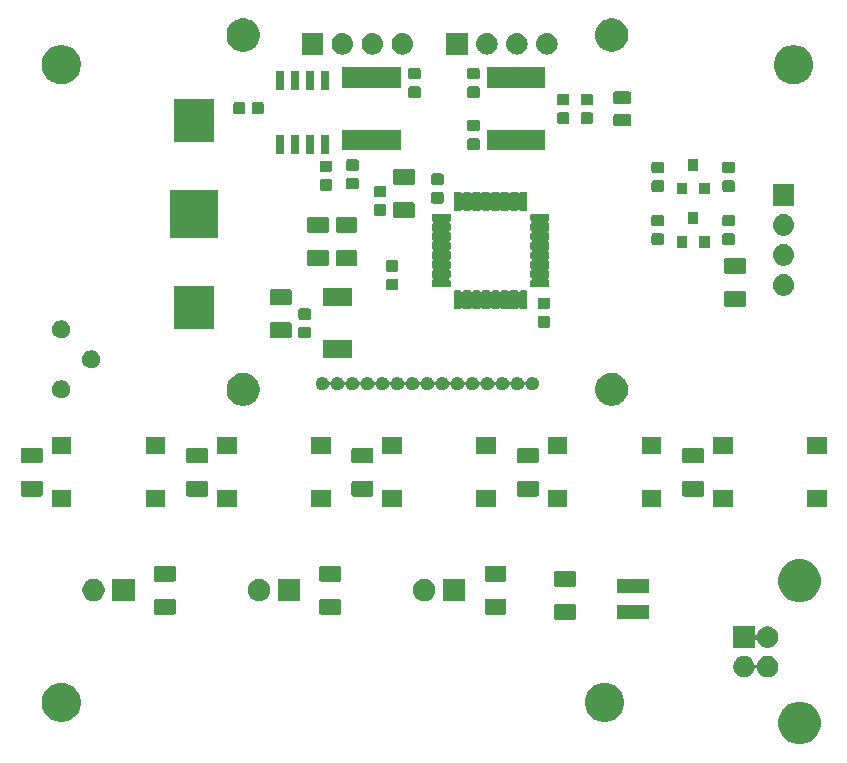
<source format=gbr>
G04 #@! TF.GenerationSoftware,KiCad,Pcbnew,(5.1.0)-1*
G04 #@! TF.CreationDate,2020-10-05T07:23:46+02:00*
G04 #@! TF.ProjectId,Waage,57616167-652e-46b6-9963-61645f706362,rev?*
G04 #@! TF.SameCoordinates,Original*
G04 #@! TF.FileFunction,Soldermask,Top*
G04 #@! TF.FilePolarity,Negative*
%FSLAX46Y46*%
G04 Gerber Fmt 4.6, Leading zero omitted, Abs format (unit mm)*
G04 Created by KiCad (PCBNEW (5.1.0)-1) date 2020-10-05 07:23:46*
%MOMM*%
%LPD*%
G04 APERTURE LIST*
%ADD10C,0.100000*%
G04 APERTURE END LIST*
D10*
G36*
X147035331Y-118013211D02*
G01*
X147363092Y-118148974D01*
X147658070Y-118346072D01*
X147908928Y-118596930D01*
X148106026Y-118891908D01*
X148241789Y-119219669D01*
X148311000Y-119567616D01*
X148311000Y-119922384D01*
X148241789Y-120270331D01*
X148106026Y-120598092D01*
X147908928Y-120893070D01*
X147658070Y-121143928D01*
X147363092Y-121341026D01*
X147035331Y-121476789D01*
X146687384Y-121546000D01*
X146332616Y-121546000D01*
X145984669Y-121476789D01*
X145656908Y-121341026D01*
X145361930Y-121143928D01*
X145111072Y-120893070D01*
X144913974Y-120598092D01*
X144778211Y-120270331D01*
X144709000Y-119922384D01*
X144709000Y-119567616D01*
X144778211Y-119219669D01*
X144913974Y-118891908D01*
X145111072Y-118596930D01*
X145361930Y-118346072D01*
X145656908Y-118148974D01*
X145984669Y-118013211D01*
X146332616Y-117944000D01*
X146687384Y-117944000D01*
X147035331Y-118013211D01*
X147035331Y-118013211D01*
G37*
G36*
X130375256Y-116391298D02*
G01*
X130481579Y-116412447D01*
X130782042Y-116536903D01*
X131052451Y-116717585D01*
X131282415Y-116947549D01*
X131463097Y-117217958D01*
X131587553Y-117518421D01*
X131651000Y-117837391D01*
X131651000Y-118162609D01*
X131587553Y-118481579D01*
X131463097Y-118782042D01*
X131282415Y-119052451D01*
X131052451Y-119282415D01*
X130782042Y-119463097D01*
X130481579Y-119587553D01*
X130375256Y-119608702D01*
X130162611Y-119651000D01*
X129837389Y-119651000D01*
X129624744Y-119608702D01*
X129518421Y-119587553D01*
X129217958Y-119463097D01*
X128947549Y-119282415D01*
X128717585Y-119052451D01*
X128536903Y-118782042D01*
X128412447Y-118481579D01*
X128349000Y-118162609D01*
X128349000Y-117837391D01*
X128412447Y-117518421D01*
X128536903Y-117217958D01*
X128717585Y-116947549D01*
X128947549Y-116717585D01*
X129217958Y-116536903D01*
X129518421Y-116412447D01*
X129624744Y-116391298D01*
X129837389Y-116349000D01*
X130162611Y-116349000D01*
X130375256Y-116391298D01*
X130375256Y-116391298D01*
G37*
G36*
X84375256Y-116391298D02*
G01*
X84481579Y-116412447D01*
X84782042Y-116536903D01*
X85052451Y-116717585D01*
X85282415Y-116947549D01*
X85463097Y-117217958D01*
X85587553Y-117518421D01*
X85651000Y-117837391D01*
X85651000Y-118162609D01*
X85587553Y-118481579D01*
X85463097Y-118782042D01*
X85282415Y-119052451D01*
X85052451Y-119282415D01*
X84782042Y-119463097D01*
X84481579Y-119587553D01*
X84375256Y-119608702D01*
X84162611Y-119651000D01*
X83837389Y-119651000D01*
X83624744Y-119608702D01*
X83518421Y-119587553D01*
X83217958Y-119463097D01*
X82947549Y-119282415D01*
X82717585Y-119052451D01*
X82536903Y-118782042D01*
X82412447Y-118481579D01*
X82349000Y-118162609D01*
X82349000Y-117837391D01*
X82412447Y-117518421D01*
X82536903Y-117217958D01*
X82717585Y-116947549D01*
X82947549Y-116717585D01*
X83217958Y-116536903D01*
X83518421Y-116412447D01*
X83624744Y-116391298D01*
X83837389Y-116349000D01*
X84162611Y-116349000D01*
X84375256Y-116391298D01*
X84375256Y-116391298D01*
G37*
G36*
X141913512Y-114078927D02*
G01*
X142062812Y-114108624D01*
X142226784Y-114176544D01*
X142374354Y-114275147D01*
X142499853Y-114400646D01*
X142598456Y-114548216D01*
X142666376Y-114712188D01*
X142677405Y-114767638D01*
X142684516Y-114791078D01*
X142696067Y-114812689D01*
X142711613Y-114831631D01*
X142730555Y-114847176D01*
X142752165Y-114858727D01*
X142775614Y-114865840D01*
X142800000Y-114868242D01*
X142824387Y-114865840D01*
X142847835Y-114858727D01*
X142869446Y-114847176D01*
X142888388Y-114831630D01*
X142903933Y-114812688D01*
X142915484Y-114791078D01*
X142922595Y-114767638D01*
X142933624Y-114712188D01*
X143001544Y-114548216D01*
X143100147Y-114400646D01*
X143225646Y-114275147D01*
X143373216Y-114176544D01*
X143537188Y-114108624D01*
X143686488Y-114078927D01*
X143711258Y-114074000D01*
X143888742Y-114074000D01*
X143913512Y-114078927D01*
X144062812Y-114108624D01*
X144226784Y-114176544D01*
X144374354Y-114275147D01*
X144499853Y-114400646D01*
X144598456Y-114548216D01*
X144666376Y-114712188D01*
X144701000Y-114886259D01*
X144701000Y-115063741D01*
X144666376Y-115237812D01*
X144598456Y-115401784D01*
X144499853Y-115549354D01*
X144374354Y-115674853D01*
X144226784Y-115773456D01*
X144062812Y-115841376D01*
X143913512Y-115871073D01*
X143888742Y-115876000D01*
X143711258Y-115876000D01*
X143686488Y-115871073D01*
X143537188Y-115841376D01*
X143373216Y-115773456D01*
X143225646Y-115674853D01*
X143100147Y-115549354D01*
X143001544Y-115401784D01*
X142933624Y-115237812D01*
X142922595Y-115182362D01*
X142915484Y-115158922D01*
X142903933Y-115137311D01*
X142888387Y-115118369D01*
X142869445Y-115102824D01*
X142847835Y-115091273D01*
X142824386Y-115084160D01*
X142800000Y-115081758D01*
X142775613Y-115084160D01*
X142752165Y-115091273D01*
X142730554Y-115102824D01*
X142711612Y-115118370D01*
X142696067Y-115137312D01*
X142684516Y-115158922D01*
X142677405Y-115182362D01*
X142666376Y-115237812D01*
X142598456Y-115401784D01*
X142499853Y-115549354D01*
X142374354Y-115674853D01*
X142226784Y-115773456D01*
X142062812Y-115841376D01*
X141913512Y-115871073D01*
X141888742Y-115876000D01*
X141711258Y-115876000D01*
X141686488Y-115871073D01*
X141537188Y-115841376D01*
X141373216Y-115773456D01*
X141225646Y-115674853D01*
X141100147Y-115549354D01*
X141001544Y-115401784D01*
X140933624Y-115237812D01*
X140899000Y-115063741D01*
X140899000Y-114886259D01*
X140933624Y-114712188D01*
X141001544Y-114548216D01*
X141100147Y-114400646D01*
X141225646Y-114275147D01*
X141373216Y-114176544D01*
X141537188Y-114108624D01*
X141686488Y-114078927D01*
X141711258Y-114074000D01*
X141888742Y-114074000D01*
X141913512Y-114078927D01*
X141913512Y-114078927D01*
G37*
G36*
X142701000Y-112145383D02*
G01*
X142703402Y-112169769D01*
X142710515Y-112193218D01*
X142722066Y-112214829D01*
X142737611Y-112233771D01*
X142756553Y-112249316D01*
X142778164Y-112260867D01*
X142801613Y-112267980D01*
X142825999Y-112270382D01*
X142850385Y-112267980D01*
X142873834Y-112260867D01*
X142895445Y-112249316D01*
X142914387Y-112233771D01*
X142929932Y-112214829D01*
X142941477Y-112193229D01*
X143001544Y-112048216D01*
X143100147Y-111900646D01*
X143225646Y-111775147D01*
X143373216Y-111676544D01*
X143537188Y-111608624D01*
X143686488Y-111578927D01*
X143711258Y-111574000D01*
X143888742Y-111574000D01*
X143913512Y-111578927D01*
X144062812Y-111608624D01*
X144226784Y-111676544D01*
X144374354Y-111775147D01*
X144499853Y-111900646D01*
X144598456Y-112048216D01*
X144666376Y-112212188D01*
X144701000Y-112386259D01*
X144701000Y-112563741D01*
X144666376Y-112737812D01*
X144598456Y-112901784D01*
X144499853Y-113049354D01*
X144374354Y-113174853D01*
X144226784Y-113273456D01*
X144062812Y-113341376D01*
X143913512Y-113371073D01*
X143888742Y-113376000D01*
X143711258Y-113376000D01*
X143686488Y-113371073D01*
X143537188Y-113341376D01*
X143373216Y-113273456D01*
X143225646Y-113174853D01*
X143100147Y-113049354D01*
X143001544Y-112901784D01*
X142941477Y-112756771D01*
X142929932Y-112735171D01*
X142914387Y-112716229D01*
X142895445Y-112700684D01*
X142873834Y-112689133D01*
X142850385Y-112682020D01*
X142825999Y-112679618D01*
X142801613Y-112682020D01*
X142778164Y-112689133D01*
X142756553Y-112700684D01*
X142737611Y-112716229D01*
X142722066Y-112735171D01*
X142710515Y-112756782D01*
X142703402Y-112780231D01*
X142701000Y-112804617D01*
X142701000Y-113376000D01*
X140899000Y-113376000D01*
X140899000Y-111574000D01*
X142701000Y-111574000D01*
X142701000Y-112145383D01*
X142701000Y-112145383D01*
G37*
G36*
X127418604Y-109678347D02*
G01*
X127455144Y-109689432D01*
X127488821Y-109707433D01*
X127518341Y-109731659D01*
X127542567Y-109761179D01*
X127560568Y-109794856D01*
X127571653Y-109831396D01*
X127576000Y-109875538D01*
X127576000Y-110824462D01*
X127571653Y-110868604D01*
X127560568Y-110905144D01*
X127542567Y-110938821D01*
X127518341Y-110968341D01*
X127488821Y-110992567D01*
X127455144Y-111010568D01*
X127418604Y-111021653D01*
X127374462Y-111026000D01*
X125925538Y-111026000D01*
X125881396Y-111021653D01*
X125844856Y-111010568D01*
X125811179Y-110992567D01*
X125781659Y-110968341D01*
X125757433Y-110938821D01*
X125739432Y-110905144D01*
X125728347Y-110868604D01*
X125724000Y-110824462D01*
X125724000Y-109875538D01*
X125728347Y-109831396D01*
X125739432Y-109794856D01*
X125757433Y-109761179D01*
X125781659Y-109731659D01*
X125811179Y-109707433D01*
X125844856Y-109689432D01*
X125881396Y-109678347D01*
X125925538Y-109674000D01*
X127374462Y-109674000D01*
X127418604Y-109678347D01*
X127418604Y-109678347D01*
G37*
G36*
X133726000Y-110931000D02*
G01*
X131074000Y-110931000D01*
X131074000Y-109769000D01*
X133726000Y-109769000D01*
X133726000Y-110931000D01*
X133726000Y-110931000D01*
G37*
G36*
X121538604Y-109228347D02*
G01*
X121575144Y-109239432D01*
X121608821Y-109257433D01*
X121638341Y-109281659D01*
X121662567Y-109311179D01*
X121680568Y-109344856D01*
X121691653Y-109381396D01*
X121696000Y-109425538D01*
X121696000Y-110374462D01*
X121691653Y-110418604D01*
X121680568Y-110455144D01*
X121662567Y-110488821D01*
X121638341Y-110518341D01*
X121608821Y-110542567D01*
X121575144Y-110560568D01*
X121538604Y-110571653D01*
X121494462Y-110576000D01*
X120045538Y-110576000D01*
X120001396Y-110571653D01*
X119964856Y-110560568D01*
X119931179Y-110542567D01*
X119901659Y-110518341D01*
X119877433Y-110488821D01*
X119859432Y-110455144D01*
X119848347Y-110418604D01*
X119844000Y-110374462D01*
X119844000Y-109425538D01*
X119848347Y-109381396D01*
X119859432Y-109344856D01*
X119877433Y-109311179D01*
X119901659Y-109281659D01*
X119931179Y-109257433D01*
X119964856Y-109239432D01*
X120001396Y-109228347D01*
X120045538Y-109224000D01*
X121494462Y-109224000D01*
X121538604Y-109228347D01*
X121538604Y-109228347D01*
G37*
G36*
X107538604Y-109228347D02*
G01*
X107575144Y-109239432D01*
X107608821Y-109257433D01*
X107638341Y-109281659D01*
X107662567Y-109311179D01*
X107680568Y-109344856D01*
X107691653Y-109381396D01*
X107696000Y-109425538D01*
X107696000Y-110374462D01*
X107691653Y-110418604D01*
X107680568Y-110455144D01*
X107662567Y-110488821D01*
X107638341Y-110518341D01*
X107608821Y-110542567D01*
X107575144Y-110560568D01*
X107538604Y-110571653D01*
X107494462Y-110576000D01*
X106045538Y-110576000D01*
X106001396Y-110571653D01*
X105964856Y-110560568D01*
X105931179Y-110542567D01*
X105901659Y-110518341D01*
X105877433Y-110488821D01*
X105859432Y-110455144D01*
X105848347Y-110418604D01*
X105844000Y-110374462D01*
X105844000Y-109425538D01*
X105848347Y-109381396D01*
X105859432Y-109344856D01*
X105877433Y-109311179D01*
X105901659Y-109281659D01*
X105931179Y-109257433D01*
X105964856Y-109239432D01*
X106001396Y-109228347D01*
X106045538Y-109224000D01*
X107494462Y-109224000D01*
X107538604Y-109228347D01*
X107538604Y-109228347D01*
G37*
G36*
X93538604Y-109228347D02*
G01*
X93575144Y-109239432D01*
X93608821Y-109257433D01*
X93638341Y-109281659D01*
X93662567Y-109311179D01*
X93680568Y-109344856D01*
X93691653Y-109381396D01*
X93696000Y-109425538D01*
X93696000Y-110374462D01*
X93691653Y-110418604D01*
X93680568Y-110455144D01*
X93662567Y-110488821D01*
X93638341Y-110518341D01*
X93608821Y-110542567D01*
X93575144Y-110560568D01*
X93538604Y-110571653D01*
X93494462Y-110576000D01*
X92045538Y-110576000D01*
X92001396Y-110571653D01*
X91964856Y-110560568D01*
X91931179Y-110542567D01*
X91901659Y-110518341D01*
X91877433Y-110488821D01*
X91859432Y-110455144D01*
X91848347Y-110418604D01*
X91844000Y-110374462D01*
X91844000Y-109425538D01*
X91848347Y-109381396D01*
X91859432Y-109344856D01*
X91877433Y-109311179D01*
X91901659Y-109281659D01*
X91931179Y-109257433D01*
X91964856Y-109239432D01*
X92001396Y-109228347D01*
X92045538Y-109224000D01*
X93494462Y-109224000D01*
X93538604Y-109228347D01*
X93538604Y-109228347D01*
G37*
G36*
X147035331Y-105973211D02*
G01*
X147363092Y-106108974D01*
X147658070Y-106306072D01*
X147908928Y-106556930D01*
X148106026Y-106851908D01*
X148241789Y-107179669D01*
X148311000Y-107527616D01*
X148311000Y-107882384D01*
X148241789Y-108230331D01*
X148106026Y-108558092D01*
X147908928Y-108853070D01*
X147658070Y-109103928D01*
X147363092Y-109301026D01*
X147035331Y-109436789D01*
X146687384Y-109506000D01*
X146332616Y-109506000D01*
X145984669Y-109436789D01*
X145656908Y-109301026D01*
X145361930Y-109103928D01*
X145111072Y-108853070D01*
X144913974Y-108558092D01*
X144778211Y-108230331D01*
X144709000Y-107882384D01*
X144709000Y-107527616D01*
X144778211Y-107179669D01*
X144913974Y-106851908D01*
X145111072Y-106556930D01*
X145361930Y-106306072D01*
X145656908Y-106108974D01*
X145984669Y-105973211D01*
X146332616Y-105904000D01*
X146687384Y-105904000D01*
X147035331Y-105973211D01*
X147035331Y-105973211D01*
G37*
G36*
X104221000Y-109451000D02*
G01*
X102319000Y-109451000D01*
X102319000Y-107549000D01*
X104221000Y-107549000D01*
X104221000Y-109451000D01*
X104221000Y-109451000D01*
G37*
G36*
X115007395Y-107585546D02*
G01*
X115180466Y-107657234D01*
X115257818Y-107708919D01*
X115336227Y-107761310D01*
X115468690Y-107893773D01*
X115468691Y-107893775D01*
X115572766Y-108049534D01*
X115644454Y-108222605D01*
X115681000Y-108406333D01*
X115681000Y-108593667D01*
X115644454Y-108777395D01*
X115572766Y-108950466D01*
X115572765Y-108950467D01*
X115468690Y-109106227D01*
X115336227Y-109238690D01*
X115327407Y-109244583D01*
X115180466Y-109342766D01*
X115007395Y-109414454D01*
X114823667Y-109451000D01*
X114636333Y-109451000D01*
X114452605Y-109414454D01*
X114279534Y-109342766D01*
X114132593Y-109244583D01*
X114123773Y-109238690D01*
X113991310Y-109106227D01*
X113887235Y-108950467D01*
X113887234Y-108950466D01*
X113815546Y-108777395D01*
X113779000Y-108593667D01*
X113779000Y-108406333D01*
X113815546Y-108222605D01*
X113887234Y-108049534D01*
X113991309Y-107893775D01*
X113991310Y-107893773D01*
X114123773Y-107761310D01*
X114202182Y-107708919D01*
X114279534Y-107657234D01*
X114452605Y-107585546D01*
X114636333Y-107549000D01*
X114823667Y-107549000D01*
X115007395Y-107585546D01*
X115007395Y-107585546D01*
G37*
G36*
X118221000Y-109451000D02*
G01*
X116319000Y-109451000D01*
X116319000Y-107549000D01*
X118221000Y-107549000D01*
X118221000Y-109451000D01*
X118221000Y-109451000D01*
G37*
G36*
X101007395Y-107585546D02*
G01*
X101180466Y-107657234D01*
X101257818Y-107708919D01*
X101336227Y-107761310D01*
X101468690Y-107893773D01*
X101468691Y-107893775D01*
X101572766Y-108049534D01*
X101644454Y-108222605D01*
X101681000Y-108406333D01*
X101681000Y-108593667D01*
X101644454Y-108777395D01*
X101572766Y-108950466D01*
X101572765Y-108950467D01*
X101468690Y-109106227D01*
X101336227Y-109238690D01*
X101327407Y-109244583D01*
X101180466Y-109342766D01*
X101007395Y-109414454D01*
X100823667Y-109451000D01*
X100636333Y-109451000D01*
X100452605Y-109414454D01*
X100279534Y-109342766D01*
X100132593Y-109244583D01*
X100123773Y-109238690D01*
X99991310Y-109106227D01*
X99887235Y-108950467D01*
X99887234Y-108950466D01*
X99815546Y-108777395D01*
X99779000Y-108593667D01*
X99779000Y-108406333D01*
X99815546Y-108222605D01*
X99887234Y-108049534D01*
X99991309Y-107893775D01*
X99991310Y-107893773D01*
X100123773Y-107761310D01*
X100202182Y-107708919D01*
X100279534Y-107657234D01*
X100452605Y-107585546D01*
X100636333Y-107549000D01*
X100823667Y-107549000D01*
X101007395Y-107585546D01*
X101007395Y-107585546D01*
G37*
G36*
X87007395Y-107585546D02*
G01*
X87180466Y-107657234D01*
X87257818Y-107708919D01*
X87336227Y-107761310D01*
X87468690Y-107893773D01*
X87468691Y-107893775D01*
X87572766Y-108049534D01*
X87644454Y-108222605D01*
X87681000Y-108406333D01*
X87681000Y-108593667D01*
X87644454Y-108777395D01*
X87572766Y-108950466D01*
X87572765Y-108950467D01*
X87468690Y-109106227D01*
X87336227Y-109238690D01*
X87327407Y-109244583D01*
X87180466Y-109342766D01*
X87007395Y-109414454D01*
X86823667Y-109451000D01*
X86636333Y-109451000D01*
X86452605Y-109414454D01*
X86279534Y-109342766D01*
X86132593Y-109244583D01*
X86123773Y-109238690D01*
X85991310Y-109106227D01*
X85887235Y-108950467D01*
X85887234Y-108950466D01*
X85815546Y-108777395D01*
X85779000Y-108593667D01*
X85779000Y-108406333D01*
X85815546Y-108222605D01*
X85887234Y-108049534D01*
X85991309Y-107893775D01*
X85991310Y-107893773D01*
X86123773Y-107761310D01*
X86202182Y-107708919D01*
X86279534Y-107657234D01*
X86452605Y-107585546D01*
X86636333Y-107549000D01*
X86823667Y-107549000D01*
X87007395Y-107585546D01*
X87007395Y-107585546D01*
G37*
G36*
X90221000Y-109451000D02*
G01*
X88319000Y-109451000D01*
X88319000Y-107549000D01*
X90221000Y-107549000D01*
X90221000Y-109451000D01*
X90221000Y-109451000D01*
G37*
G36*
X133726000Y-108731000D02*
G01*
X131074000Y-108731000D01*
X131074000Y-107569000D01*
X133726000Y-107569000D01*
X133726000Y-108731000D01*
X133726000Y-108731000D01*
G37*
G36*
X127418604Y-106878347D02*
G01*
X127455144Y-106889432D01*
X127488821Y-106907433D01*
X127518341Y-106931659D01*
X127542567Y-106961179D01*
X127560568Y-106994856D01*
X127571653Y-107031396D01*
X127576000Y-107075538D01*
X127576000Y-108024462D01*
X127571653Y-108068604D01*
X127560568Y-108105144D01*
X127542567Y-108138821D01*
X127518341Y-108168341D01*
X127488821Y-108192567D01*
X127455144Y-108210568D01*
X127418604Y-108221653D01*
X127374462Y-108226000D01*
X125925538Y-108226000D01*
X125881396Y-108221653D01*
X125844856Y-108210568D01*
X125811179Y-108192567D01*
X125781659Y-108168341D01*
X125757433Y-108138821D01*
X125739432Y-108105144D01*
X125728347Y-108068604D01*
X125724000Y-108024462D01*
X125724000Y-107075538D01*
X125728347Y-107031396D01*
X125739432Y-106994856D01*
X125757433Y-106961179D01*
X125781659Y-106931659D01*
X125811179Y-106907433D01*
X125844856Y-106889432D01*
X125881396Y-106878347D01*
X125925538Y-106874000D01*
X127374462Y-106874000D01*
X127418604Y-106878347D01*
X127418604Y-106878347D01*
G37*
G36*
X93538604Y-106428347D02*
G01*
X93575144Y-106439432D01*
X93608821Y-106457433D01*
X93638341Y-106481659D01*
X93662567Y-106511179D01*
X93680568Y-106544856D01*
X93691653Y-106581396D01*
X93696000Y-106625538D01*
X93696000Y-107574462D01*
X93691653Y-107618604D01*
X93680568Y-107655144D01*
X93662567Y-107688821D01*
X93638341Y-107718341D01*
X93608821Y-107742567D01*
X93575144Y-107760568D01*
X93538604Y-107771653D01*
X93494462Y-107776000D01*
X92045538Y-107776000D01*
X92001396Y-107771653D01*
X91964856Y-107760568D01*
X91931179Y-107742567D01*
X91901659Y-107718341D01*
X91877433Y-107688821D01*
X91859432Y-107655144D01*
X91848347Y-107618604D01*
X91844000Y-107574462D01*
X91844000Y-106625538D01*
X91848347Y-106581396D01*
X91859432Y-106544856D01*
X91877433Y-106511179D01*
X91901659Y-106481659D01*
X91931179Y-106457433D01*
X91964856Y-106439432D01*
X92001396Y-106428347D01*
X92045538Y-106424000D01*
X93494462Y-106424000D01*
X93538604Y-106428347D01*
X93538604Y-106428347D01*
G37*
G36*
X107538604Y-106428347D02*
G01*
X107575144Y-106439432D01*
X107608821Y-106457433D01*
X107638341Y-106481659D01*
X107662567Y-106511179D01*
X107680568Y-106544856D01*
X107691653Y-106581396D01*
X107696000Y-106625538D01*
X107696000Y-107574462D01*
X107691653Y-107618604D01*
X107680568Y-107655144D01*
X107662567Y-107688821D01*
X107638341Y-107718341D01*
X107608821Y-107742567D01*
X107575144Y-107760568D01*
X107538604Y-107771653D01*
X107494462Y-107776000D01*
X106045538Y-107776000D01*
X106001396Y-107771653D01*
X105964856Y-107760568D01*
X105931179Y-107742567D01*
X105901659Y-107718341D01*
X105877433Y-107688821D01*
X105859432Y-107655144D01*
X105848347Y-107618604D01*
X105844000Y-107574462D01*
X105844000Y-106625538D01*
X105848347Y-106581396D01*
X105859432Y-106544856D01*
X105877433Y-106511179D01*
X105901659Y-106481659D01*
X105931179Y-106457433D01*
X105964856Y-106439432D01*
X106001396Y-106428347D01*
X106045538Y-106424000D01*
X107494462Y-106424000D01*
X107538604Y-106428347D01*
X107538604Y-106428347D01*
G37*
G36*
X121538604Y-106428347D02*
G01*
X121575144Y-106439432D01*
X121608821Y-106457433D01*
X121638341Y-106481659D01*
X121662567Y-106511179D01*
X121680568Y-106544856D01*
X121691653Y-106581396D01*
X121696000Y-106625538D01*
X121696000Y-107574462D01*
X121691653Y-107618604D01*
X121680568Y-107655144D01*
X121662567Y-107688821D01*
X121638341Y-107718341D01*
X121608821Y-107742567D01*
X121575144Y-107760568D01*
X121538604Y-107771653D01*
X121494462Y-107776000D01*
X120045538Y-107776000D01*
X120001396Y-107771653D01*
X119964856Y-107760568D01*
X119931179Y-107742567D01*
X119901659Y-107718341D01*
X119877433Y-107688821D01*
X119859432Y-107655144D01*
X119848347Y-107618604D01*
X119844000Y-107574462D01*
X119844000Y-106625538D01*
X119848347Y-106581396D01*
X119859432Y-106544856D01*
X119877433Y-106511179D01*
X119901659Y-106481659D01*
X119931179Y-106457433D01*
X119964856Y-106439432D01*
X120001396Y-106428347D01*
X120045538Y-106424000D01*
X121494462Y-106424000D01*
X121538604Y-106428347D01*
X121538604Y-106428347D01*
G37*
G36*
X140846000Y-101451000D02*
G01*
X139194000Y-101451000D01*
X139194000Y-100049000D01*
X140846000Y-100049000D01*
X140846000Y-101451000D01*
X140846000Y-101451000D01*
G37*
G36*
X134806000Y-101451000D02*
G01*
X133154000Y-101451000D01*
X133154000Y-100049000D01*
X134806000Y-100049000D01*
X134806000Y-101451000D01*
X134806000Y-101451000D01*
G37*
G36*
X126846000Y-101451000D02*
G01*
X125194000Y-101451000D01*
X125194000Y-100049000D01*
X126846000Y-100049000D01*
X126846000Y-101451000D01*
X126846000Y-101451000D01*
G37*
G36*
X120806000Y-101451000D02*
G01*
X119154000Y-101451000D01*
X119154000Y-100049000D01*
X120806000Y-100049000D01*
X120806000Y-101451000D01*
X120806000Y-101451000D01*
G37*
G36*
X112846000Y-101451000D02*
G01*
X111194000Y-101451000D01*
X111194000Y-100049000D01*
X112846000Y-100049000D01*
X112846000Y-101451000D01*
X112846000Y-101451000D01*
G37*
G36*
X106806000Y-101451000D02*
G01*
X105154000Y-101451000D01*
X105154000Y-100049000D01*
X106806000Y-100049000D01*
X106806000Y-101451000D01*
X106806000Y-101451000D01*
G37*
G36*
X98846000Y-101451000D02*
G01*
X97194000Y-101451000D01*
X97194000Y-100049000D01*
X98846000Y-100049000D01*
X98846000Y-101451000D01*
X98846000Y-101451000D01*
G37*
G36*
X84846000Y-101451000D02*
G01*
X83194000Y-101451000D01*
X83194000Y-100049000D01*
X84846000Y-100049000D01*
X84846000Y-101451000D01*
X84846000Y-101451000D01*
G37*
G36*
X92806000Y-101451000D02*
G01*
X91154000Y-101451000D01*
X91154000Y-100049000D01*
X92806000Y-100049000D01*
X92806000Y-101451000D01*
X92806000Y-101451000D01*
G37*
G36*
X148806000Y-101451000D02*
G01*
X147154000Y-101451000D01*
X147154000Y-100049000D01*
X148806000Y-100049000D01*
X148806000Y-101451000D01*
X148806000Y-101451000D01*
G37*
G36*
X138268604Y-99228347D02*
G01*
X138305144Y-99239432D01*
X138338821Y-99257433D01*
X138368341Y-99281659D01*
X138392567Y-99311179D01*
X138410568Y-99344856D01*
X138421653Y-99381396D01*
X138426000Y-99425538D01*
X138426000Y-100374462D01*
X138421653Y-100418604D01*
X138410568Y-100455144D01*
X138392567Y-100488821D01*
X138368341Y-100518341D01*
X138338821Y-100542567D01*
X138305144Y-100560568D01*
X138268604Y-100571653D01*
X138224462Y-100576000D01*
X136775538Y-100576000D01*
X136731396Y-100571653D01*
X136694856Y-100560568D01*
X136661179Y-100542567D01*
X136631659Y-100518341D01*
X136607433Y-100488821D01*
X136589432Y-100455144D01*
X136578347Y-100418604D01*
X136574000Y-100374462D01*
X136574000Y-99425538D01*
X136578347Y-99381396D01*
X136589432Y-99344856D01*
X136607433Y-99311179D01*
X136631659Y-99281659D01*
X136661179Y-99257433D01*
X136694856Y-99239432D01*
X136731396Y-99228347D01*
X136775538Y-99224000D01*
X138224462Y-99224000D01*
X138268604Y-99228347D01*
X138268604Y-99228347D01*
G37*
G36*
X110268604Y-99228347D02*
G01*
X110305144Y-99239432D01*
X110338821Y-99257433D01*
X110368341Y-99281659D01*
X110392567Y-99311179D01*
X110410568Y-99344856D01*
X110421653Y-99381396D01*
X110426000Y-99425538D01*
X110426000Y-100374462D01*
X110421653Y-100418604D01*
X110410568Y-100455144D01*
X110392567Y-100488821D01*
X110368341Y-100518341D01*
X110338821Y-100542567D01*
X110305144Y-100560568D01*
X110268604Y-100571653D01*
X110224462Y-100576000D01*
X108775538Y-100576000D01*
X108731396Y-100571653D01*
X108694856Y-100560568D01*
X108661179Y-100542567D01*
X108631659Y-100518341D01*
X108607433Y-100488821D01*
X108589432Y-100455144D01*
X108578347Y-100418604D01*
X108574000Y-100374462D01*
X108574000Y-99425538D01*
X108578347Y-99381396D01*
X108589432Y-99344856D01*
X108607433Y-99311179D01*
X108631659Y-99281659D01*
X108661179Y-99257433D01*
X108694856Y-99239432D01*
X108731396Y-99228347D01*
X108775538Y-99224000D01*
X110224462Y-99224000D01*
X110268604Y-99228347D01*
X110268604Y-99228347D01*
G37*
G36*
X124268604Y-99228347D02*
G01*
X124305144Y-99239432D01*
X124338821Y-99257433D01*
X124368341Y-99281659D01*
X124392567Y-99311179D01*
X124410568Y-99344856D01*
X124421653Y-99381396D01*
X124426000Y-99425538D01*
X124426000Y-100374462D01*
X124421653Y-100418604D01*
X124410568Y-100455144D01*
X124392567Y-100488821D01*
X124368341Y-100518341D01*
X124338821Y-100542567D01*
X124305144Y-100560568D01*
X124268604Y-100571653D01*
X124224462Y-100576000D01*
X122775538Y-100576000D01*
X122731396Y-100571653D01*
X122694856Y-100560568D01*
X122661179Y-100542567D01*
X122631659Y-100518341D01*
X122607433Y-100488821D01*
X122589432Y-100455144D01*
X122578347Y-100418604D01*
X122574000Y-100374462D01*
X122574000Y-99425538D01*
X122578347Y-99381396D01*
X122589432Y-99344856D01*
X122607433Y-99311179D01*
X122631659Y-99281659D01*
X122661179Y-99257433D01*
X122694856Y-99239432D01*
X122731396Y-99228347D01*
X122775538Y-99224000D01*
X124224462Y-99224000D01*
X124268604Y-99228347D01*
X124268604Y-99228347D01*
G37*
G36*
X96268604Y-99228347D02*
G01*
X96305144Y-99239432D01*
X96338821Y-99257433D01*
X96368341Y-99281659D01*
X96392567Y-99311179D01*
X96410568Y-99344856D01*
X96421653Y-99381396D01*
X96426000Y-99425538D01*
X96426000Y-100374462D01*
X96421653Y-100418604D01*
X96410568Y-100455144D01*
X96392567Y-100488821D01*
X96368341Y-100518341D01*
X96338821Y-100542567D01*
X96305144Y-100560568D01*
X96268604Y-100571653D01*
X96224462Y-100576000D01*
X94775538Y-100576000D01*
X94731396Y-100571653D01*
X94694856Y-100560568D01*
X94661179Y-100542567D01*
X94631659Y-100518341D01*
X94607433Y-100488821D01*
X94589432Y-100455144D01*
X94578347Y-100418604D01*
X94574000Y-100374462D01*
X94574000Y-99425538D01*
X94578347Y-99381396D01*
X94589432Y-99344856D01*
X94607433Y-99311179D01*
X94631659Y-99281659D01*
X94661179Y-99257433D01*
X94694856Y-99239432D01*
X94731396Y-99228347D01*
X94775538Y-99224000D01*
X96224462Y-99224000D01*
X96268604Y-99228347D01*
X96268604Y-99228347D01*
G37*
G36*
X82268604Y-99228347D02*
G01*
X82305144Y-99239432D01*
X82338821Y-99257433D01*
X82368341Y-99281659D01*
X82392567Y-99311179D01*
X82410568Y-99344856D01*
X82421653Y-99381396D01*
X82426000Y-99425538D01*
X82426000Y-100374462D01*
X82421653Y-100418604D01*
X82410568Y-100455144D01*
X82392567Y-100488821D01*
X82368341Y-100518341D01*
X82338821Y-100542567D01*
X82305144Y-100560568D01*
X82268604Y-100571653D01*
X82224462Y-100576000D01*
X80775538Y-100576000D01*
X80731396Y-100571653D01*
X80694856Y-100560568D01*
X80661179Y-100542567D01*
X80631659Y-100518341D01*
X80607433Y-100488821D01*
X80589432Y-100455144D01*
X80578347Y-100418604D01*
X80574000Y-100374462D01*
X80574000Y-99425538D01*
X80578347Y-99381396D01*
X80589432Y-99344856D01*
X80607433Y-99311179D01*
X80631659Y-99281659D01*
X80661179Y-99257433D01*
X80694856Y-99239432D01*
X80731396Y-99228347D01*
X80775538Y-99224000D01*
X82224462Y-99224000D01*
X82268604Y-99228347D01*
X82268604Y-99228347D01*
G37*
G36*
X138268604Y-96428347D02*
G01*
X138305144Y-96439432D01*
X138338821Y-96457433D01*
X138368341Y-96481659D01*
X138392567Y-96511179D01*
X138410568Y-96544856D01*
X138421653Y-96581396D01*
X138426000Y-96625538D01*
X138426000Y-97574462D01*
X138421653Y-97618604D01*
X138410568Y-97655144D01*
X138392567Y-97688821D01*
X138368341Y-97718341D01*
X138338821Y-97742567D01*
X138305144Y-97760568D01*
X138268604Y-97771653D01*
X138224462Y-97776000D01*
X136775538Y-97776000D01*
X136731396Y-97771653D01*
X136694856Y-97760568D01*
X136661179Y-97742567D01*
X136631659Y-97718341D01*
X136607433Y-97688821D01*
X136589432Y-97655144D01*
X136578347Y-97618604D01*
X136574000Y-97574462D01*
X136574000Y-96625538D01*
X136578347Y-96581396D01*
X136589432Y-96544856D01*
X136607433Y-96511179D01*
X136631659Y-96481659D01*
X136661179Y-96457433D01*
X136694856Y-96439432D01*
X136731396Y-96428347D01*
X136775538Y-96424000D01*
X138224462Y-96424000D01*
X138268604Y-96428347D01*
X138268604Y-96428347D01*
G37*
G36*
X124268604Y-96428347D02*
G01*
X124305144Y-96439432D01*
X124338821Y-96457433D01*
X124368341Y-96481659D01*
X124392567Y-96511179D01*
X124410568Y-96544856D01*
X124421653Y-96581396D01*
X124426000Y-96625538D01*
X124426000Y-97574462D01*
X124421653Y-97618604D01*
X124410568Y-97655144D01*
X124392567Y-97688821D01*
X124368341Y-97718341D01*
X124338821Y-97742567D01*
X124305144Y-97760568D01*
X124268604Y-97771653D01*
X124224462Y-97776000D01*
X122775538Y-97776000D01*
X122731396Y-97771653D01*
X122694856Y-97760568D01*
X122661179Y-97742567D01*
X122631659Y-97718341D01*
X122607433Y-97688821D01*
X122589432Y-97655144D01*
X122578347Y-97618604D01*
X122574000Y-97574462D01*
X122574000Y-96625538D01*
X122578347Y-96581396D01*
X122589432Y-96544856D01*
X122607433Y-96511179D01*
X122631659Y-96481659D01*
X122661179Y-96457433D01*
X122694856Y-96439432D01*
X122731396Y-96428347D01*
X122775538Y-96424000D01*
X124224462Y-96424000D01*
X124268604Y-96428347D01*
X124268604Y-96428347D01*
G37*
G36*
X110268604Y-96428347D02*
G01*
X110305144Y-96439432D01*
X110338821Y-96457433D01*
X110368341Y-96481659D01*
X110392567Y-96511179D01*
X110410568Y-96544856D01*
X110421653Y-96581396D01*
X110426000Y-96625538D01*
X110426000Y-97574462D01*
X110421653Y-97618604D01*
X110410568Y-97655144D01*
X110392567Y-97688821D01*
X110368341Y-97718341D01*
X110338821Y-97742567D01*
X110305144Y-97760568D01*
X110268604Y-97771653D01*
X110224462Y-97776000D01*
X108775538Y-97776000D01*
X108731396Y-97771653D01*
X108694856Y-97760568D01*
X108661179Y-97742567D01*
X108631659Y-97718341D01*
X108607433Y-97688821D01*
X108589432Y-97655144D01*
X108578347Y-97618604D01*
X108574000Y-97574462D01*
X108574000Y-96625538D01*
X108578347Y-96581396D01*
X108589432Y-96544856D01*
X108607433Y-96511179D01*
X108631659Y-96481659D01*
X108661179Y-96457433D01*
X108694856Y-96439432D01*
X108731396Y-96428347D01*
X108775538Y-96424000D01*
X110224462Y-96424000D01*
X110268604Y-96428347D01*
X110268604Y-96428347D01*
G37*
G36*
X96268604Y-96428347D02*
G01*
X96305144Y-96439432D01*
X96338821Y-96457433D01*
X96368341Y-96481659D01*
X96392567Y-96511179D01*
X96410568Y-96544856D01*
X96421653Y-96581396D01*
X96426000Y-96625538D01*
X96426000Y-97574462D01*
X96421653Y-97618604D01*
X96410568Y-97655144D01*
X96392567Y-97688821D01*
X96368341Y-97718341D01*
X96338821Y-97742567D01*
X96305144Y-97760568D01*
X96268604Y-97771653D01*
X96224462Y-97776000D01*
X94775538Y-97776000D01*
X94731396Y-97771653D01*
X94694856Y-97760568D01*
X94661179Y-97742567D01*
X94631659Y-97718341D01*
X94607433Y-97688821D01*
X94589432Y-97655144D01*
X94578347Y-97618604D01*
X94574000Y-97574462D01*
X94574000Y-96625538D01*
X94578347Y-96581396D01*
X94589432Y-96544856D01*
X94607433Y-96511179D01*
X94631659Y-96481659D01*
X94661179Y-96457433D01*
X94694856Y-96439432D01*
X94731396Y-96428347D01*
X94775538Y-96424000D01*
X96224462Y-96424000D01*
X96268604Y-96428347D01*
X96268604Y-96428347D01*
G37*
G36*
X82268604Y-96428347D02*
G01*
X82305144Y-96439432D01*
X82338821Y-96457433D01*
X82368341Y-96481659D01*
X82392567Y-96511179D01*
X82410568Y-96544856D01*
X82421653Y-96581396D01*
X82426000Y-96625538D01*
X82426000Y-97574462D01*
X82421653Y-97618604D01*
X82410568Y-97655144D01*
X82392567Y-97688821D01*
X82368341Y-97718341D01*
X82338821Y-97742567D01*
X82305144Y-97760568D01*
X82268604Y-97771653D01*
X82224462Y-97776000D01*
X80775538Y-97776000D01*
X80731396Y-97771653D01*
X80694856Y-97760568D01*
X80661179Y-97742567D01*
X80631659Y-97718341D01*
X80607433Y-97688821D01*
X80589432Y-97655144D01*
X80578347Y-97618604D01*
X80574000Y-97574462D01*
X80574000Y-96625538D01*
X80578347Y-96581396D01*
X80589432Y-96544856D01*
X80607433Y-96511179D01*
X80631659Y-96481659D01*
X80661179Y-96457433D01*
X80694856Y-96439432D01*
X80731396Y-96428347D01*
X80775538Y-96424000D01*
X82224462Y-96424000D01*
X82268604Y-96428347D01*
X82268604Y-96428347D01*
G37*
G36*
X84846000Y-96951000D02*
G01*
X83194000Y-96951000D01*
X83194000Y-95549000D01*
X84846000Y-95549000D01*
X84846000Y-96951000D01*
X84846000Y-96951000D01*
G37*
G36*
X120806000Y-96951000D02*
G01*
X119154000Y-96951000D01*
X119154000Y-95549000D01*
X120806000Y-95549000D01*
X120806000Y-96951000D01*
X120806000Y-96951000D01*
G37*
G36*
X112846000Y-96951000D02*
G01*
X111194000Y-96951000D01*
X111194000Y-95549000D01*
X112846000Y-95549000D01*
X112846000Y-96951000D01*
X112846000Y-96951000D01*
G37*
G36*
X106806000Y-96951000D02*
G01*
X105154000Y-96951000D01*
X105154000Y-95549000D01*
X106806000Y-95549000D01*
X106806000Y-96951000D01*
X106806000Y-96951000D01*
G37*
G36*
X98846000Y-96951000D02*
G01*
X97194000Y-96951000D01*
X97194000Y-95549000D01*
X98846000Y-95549000D01*
X98846000Y-96951000D01*
X98846000Y-96951000D01*
G37*
G36*
X126846000Y-96951000D02*
G01*
X125194000Y-96951000D01*
X125194000Y-95549000D01*
X126846000Y-95549000D01*
X126846000Y-96951000D01*
X126846000Y-96951000D01*
G37*
G36*
X148806000Y-96951000D02*
G01*
X147154000Y-96951000D01*
X147154000Y-95549000D01*
X148806000Y-95549000D01*
X148806000Y-96951000D01*
X148806000Y-96951000D01*
G37*
G36*
X134806000Y-96951000D02*
G01*
X133154000Y-96951000D01*
X133154000Y-95549000D01*
X134806000Y-95549000D01*
X134806000Y-96951000D01*
X134806000Y-96951000D01*
G37*
G36*
X92806000Y-96951000D02*
G01*
X91154000Y-96951000D01*
X91154000Y-95549000D01*
X92806000Y-95549000D01*
X92806000Y-96951000D01*
X92806000Y-96951000D01*
G37*
G36*
X140846000Y-96951000D02*
G01*
X139194000Y-96951000D01*
X139194000Y-95549000D01*
X140846000Y-95549000D01*
X140846000Y-96951000D01*
X140846000Y-96951000D01*
G37*
G36*
X130918433Y-90134893D02*
G01*
X131008657Y-90152839D01*
X131114267Y-90196585D01*
X131263621Y-90258449D01*
X131263622Y-90258450D01*
X131493086Y-90411772D01*
X131688228Y-90606914D01*
X131716187Y-90648758D01*
X131841551Y-90836379D01*
X131886846Y-90945730D01*
X131931805Y-91054270D01*
X131947161Y-91091344D01*
X132001000Y-91362012D01*
X132001000Y-91637988D01*
X131947161Y-91908656D01*
X131841551Y-92163621D01*
X131841550Y-92163622D01*
X131688228Y-92393086D01*
X131493086Y-92588228D01*
X131339763Y-92690675D01*
X131263621Y-92741551D01*
X131114267Y-92803415D01*
X131008657Y-92847161D01*
X130918433Y-92865107D01*
X130737988Y-92901000D01*
X130462012Y-92901000D01*
X130281567Y-92865107D01*
X130191343Y-92847161D01*
X130085733Y-92803415D01*
X129936379Y-92741551D01*
X129860237Y-92690675D01*
X129706914Y-92588228D01*
X129511772Y-92393086D01*
X129358450Y-92163622D01*
X129358449Y-92163621D01*
X129252839Y-91908656D01*
X129199000Y-91637988D01*
X129199000Y-91362012D01*
X129252839Y-91091344D01*
X129268196Y-91054270D01*
X129313154Y-90945730D01*
X129358449Y-90836379D01*
X129483813Y-90648758D01*
X129511772Y-90606914D01*
X129706914Y-90411772D01*
X129936378Y-90258450D01*
X129936379Y-90258449D01*
X130085733Y-90196585D01*
X130191343Y-90152839D01*
X130281567Y-90134893D01*
X130462012Y-90099000D01*
X130737988Y-90099000D01*
X130918433Y-90134893D01*
X130918433Y-90134893D01*
G37*
G36*
X99718433Y-90134893D02*
G01*
X99808657Y-90152839D01*
X99914267Y-90196585D01*
X100063621Y-90258449D01*
X100063622Y-90258450D01*
X100293086Y-90411772D01*
X100488228Y-90606914D01*
X100516187Y-90648758D01*
X100641551Y-90836379D01*
X100686846Y-90945730D01*
X100731805Y-91054270D01*
X100747161Y-91091344D01*
X100801000Y-91362012D01*
X100801000Y-91637988D01*
X100747161Y-91908656D01*
X100641551Y-92163621D01*
X100641550Y-92163622D01*
X100488228Y-92393086D01*
X100293086Y-92588228D01*
X100139763Y-92690675D01*
X100063621Y-92741551D01*
X99914267Y-92803415D01*
X99808657Y-92847161D01*
X99718433Y-92865107D01*
X99537988Y-92901000D01*
X99262012Y-92901000D01*
X99081567Y-92865107D01*
X98991343Y-92847161D01*
X98885733Y-92803415D01*
X98736379Y-92741551D01*
X98660237Y-92690675D01*
X98506914Y-92588228D01*
X98311772Y-92393086D01*
X98158450Y-92163622D01*
X98158449Y-92163621D01*
X98052839Y-91908656D01*
X97999000Y-91637988D01*
X97999000Y-91362012D01*
X98052839Y-91091344D01*
X98068196Y-91054270D01*
X98113154Y-90945730D01*
X98158449Y-90836379D01*
X98283813Y-90648758D01*
X98311772Y-90606914D01*
X98506914Y-90411772D01*
X98736378Y-90258450D01*
X98736379Y-90258449D01*
X98885733Y-90196585D01*
X98991343Y-90152839D01*
X99081567Y-90134893D01*
X99262012Y-90099000D01*
X99537988Y-90099000D01*
X99718433Y-90134893D01*
X99718433Y-90134893D01*
G37*
G36*
X84125589Y-90738876D02*
G01*
X84224893Y-90758629D01*
X84365206Y-90816748D01*
X84491484Y-90901125D01*
X84598875Y-91008516D01*
X84683252Y-91134794D01*
X84741371Y-91275107D01*
X84771000Y-91424063D01*
X84771000Y-91575937D01*
X84741371Y-91724893D01*
X84683252Y-91865206D01*
X84598875Y-91991484D01*
X84491484Y-92098875D01*
X84365206Y-92183252D01*
X84224893Y-92241371D01*
X84125589Y-92261124D01*
X84075938Y-92271000D01*
X83924062Y-92271000D01*
X83874411Y-92261124D01*
X83775107Y-92241371D01*
X83634794Y-92183252D01*
X83508516Y-92098875D01*
X83401125Y-91991484D01*
X83316748Y-91865206D01*
X83258629Y-91724893D01*
X83229000Y-91575937D01*
X83229000Y-91424063D01*
X83258629Y-91275107D01*
X83316748Y-91134794D01*
X83401125Y-91008516D01*
X83508516Y-90901125D01*
X83634794Y-90816748D01*
X83775107Y-90758629D01*
X83874411Y-90738876D01*
X83924062Y-90729000D01*
X84075938Y-90729000D01*
X84125589Y-90738876D01*
X84125589Y-90738876D01*
G37*
G36*
X106270721Y-90470174D02*
G01*
X106370995Y-90511709D01*
X106370996Y-90511710D01*
X106461242Y-90572010D01*
X106537990Y-90648758D01*
X106537991Y-90648760D01*
X106598291Y-90739005D01*
X106629516Y-90814389D01*
X106641067Y-90836000D01*
X106656612Y-90854941D01*
X106675554Y-90870487D01*
X106697165Y-90882038D01*
X106720614Y-90889151D01*
X106745000Y-90891553D01*
X106769386Y-90889151D01*
X106792835Y-90882038D01*
X106814446Y-90870487D01*
X106833387Y-90854942D01*
X106848933Y-90836000D01*
X106860484Y-90814389D01*
X106891709Y-90739005D01*
X106952009Y-90648760D01*
X106952010Y-90648758D01*
X107028758Y-90572010D01*
X107119004Y-90511710D01*
X107119005Y-90511709D01*
X107219279Y-90470174D01*
X107325730Y-90449000D01*
X107434270Y-90449000D01*
X107540721Y-90470174D01*
X107640995Y-90511709D01*
X107640996Y-90511710D01*
X107731242Y-90572010D01*
X107807990Y-90648758D01*
X107807991Y-90648760D01*
X107868291Y-90739005D01*
X107899516Y-90814389D01*
X107911067Y-90836000D01*
X107926612Y-90854941D01*
X107945554Y-90870487D01*
X107967165Y-90882038D01*
X107990614Y-90889151D01*
X108015000Y-90891553D01*
X108039386Y-90889151D01*
X108062835Y-90882038D01*
X108084446Y-90870487D01*
X108103387Y-90854942D01*
X108118933Y-90836000D01*
X108130484Y-90814389D01*
X108161709Y-90739005D01*
X108222009Y-90648760D01*
X108222010Y-90648758D01*
X108298758Y-90572010D01*
X108389004Y-90511710D01*
X108389005Y-90511709D01*
X108489279Y-90470174D01*
X108595730Y-90449000D01*
X108704270Y-90449000D01*
X108810721Y-90470174D01*
X108910995Y-90511709D01*
X108910996Y-90511710D01*
X109001242Y-90572010D01*
X109077990Y-90648758D01*
X109077991Y-90648760D01*
X109138291Y-90739005D01*
X109169516Y-90814389D01*
X109181067Y-90836000D01*
X109196612Y-90854941D01*
X109215554Y-90870487D01*
X109237165Y-90882038D01*
X109260614Y-90889151D01*
X109285000Y-90891553D01*
X109309386Y-90889151D01*
X109332835Y-90882038D01*
X109354446Y-90870487D01*
X109373387Y-90854942D01*
X109388933Y-90836000D01*
X109400484Y-90814389D01*
X109431709Y-90739005D01*
X109492009Y-90648760D01*
X109492010Y-90648758D01*
X109568758Y-90572010D01*
X109659004Y-90511710D01*
X109659005Y-90511709D01*
X109759279Y-90470174D01*
X109865730Y-90449000D01*
X109974270Y-90449000D01*
X110080721Y-90470174D01*
X110180995Y-90511709D01*
X110180996Y-90511710D01*
X110271242Y-90572010D01*
X110347990Y-90648758D01*
X110347991Y-90648760D01*
X110408291Y-90739005D01*
X110439516Y-90814389D01*
X110451067Y-90836000D01*
X110466612Y-90854941D01*
X110485554Y-90870487D01*
X110507165Y-90882038D01*
X110530614Y-90889151D01*
X110555000Y-90891553D01*
X110579386Y-90889151D01*
X110602835Y-90882038D01*
X110624446Y-90870487D01*
X110643387Y-90854942D01*
X110658933Y-90836000D01*
X110670484Y-90814389D01*
X110701709Y-90739005D01*
X110762009Y-90648760D01*
X110762010Y-90648758D01*
X110838758Y-90572010D01*
X110929004Y-90511710D01*
X110929005Y-90511709D01*
X111029279Y-90470174D01*
X111135730Y-90449000D01*
X111244270Y-90449000D01*
X111350721Y-90470174D01*
X111450995Y-90511709D01*
X111450996Y-90511710D01*
X111541242Y-90572010D01*
X111617990Y-90648758D01*
X111617991Y-90648760D01*
X111678291Y-90739005D01*
X111709516Y-90814389D01*
X111721067Y-90836000D01*
X111736612Y-90854941D01*
X111755554Y-90870487D01*
X111777165Y-90882038D01*
X111800614Y-90889151D01*
X111825000Y-90891553D01*
X111849386Y-90889151D01*
X111872835Y-90882038D01*
X111894446Y-90870487D01*
X111913387Y-90854942D01*
X111928933Y-90836000D01*
X111940484Y-90814389D01*
X111971709Y-90739005D01*
X112032009Y-90648760D01*
X112032010Y-90648758D01*
X112108758Y-90572010D01*
X112199004Y-90511710D01*
X112199005Y-90511709D01*
X112299279Y-90470174D01*
X112405730Y-90449000D01*
X112514270Y-90449000D01*
X112620721Y-90470174D01*
X112720995Y-90511709D01*
X112720996Y-90511710D01*
X112811242Y-90572010D01*
X112887990Y-90648758D01*
X112887991Y-90648760D01*
X112948291Y-90739005D01*
X112979516Y-90814389D01*
X112991067Y-90836000D01*
X113006612Y-90854941D01*
X113025554Y-90870487D01*
X113047165Y-90882038D01*
X113070614Y-90889151D01*
X113095000Y-90891553D01*
X113119386Y-90889151D01*
X113142835Y-90882038D01*
X113164446Y-90870487D01*
X113183387Y-90854942D01*
X113198933Y-90836000D01*
X113210484Y-90814389D01*
X113241709Y-90739005D01*
X113302009Y-90648760D01*
X113302010Y-90648758D01*
X113378758Y-90572010D01*
X113469004Y-90511710D01*
X113469005Y-90511709D01*
X113569279Y-90470174D01*
X113675730Y-90449000D01*
X113784270Y-90449000D01*
X113890721Y-90470174D01*
X113990995Y-90511709D01*
X113990996Y-90511710D01*
X114081242Y-90572010D01*
X114157990Y-90648758D01*
X114157991Y-90648760D01*
X114218291Y-90739005D01*
X114249516Y-90814389D01*
X114261067Y-90836000D01*
X114276612Y-90854941D01*
X114295554Y-90870487D01*
X114317165Y-90882038D01*
X114340614Y-90889151D01*
X114365000Y-90891553D01*
X114389386Y-90889151D01*
X114412835Y-90882038D01*
X114434446Y-90870487D01*
X114453387Y-90854942D01*
X114468933Y-90836000D01*
X114480484Y-90814389D01*
X114511709Y-90739005D01*
X114572009Y-90648760D01*
X114572010Y-90648758D01*
X114648758Y-90572010D01*
X114739004Y-90511710D01*
X114739005Y-90511709D01*
X114839279Y-90470174D01*
X114945730Y-90449000D01*
X115054270Y-90449000D01*
X115160721Y-90470174D01*
X115260995Y-90511709D01*
X115260996Y-90511710D01*
X115351242Y-90572010D01*
X115427990Y-90648758D01*
X115427991Y-90648760D01*
X115488291Y-90739005D01*
X115519516Y-90814389D01*
X115531067Y-90836000D01*
X115546612Y-90854941D01*
X115565554Y-90870487D01*
X115587165Y-90882038D01*
X115610614Y-90889151D01*
X115635000Y-90891553D01*
X115659386Y-90889151D01*
X115682835Y-90882038D01*
X115704446Y-90870487D01*
X115723387Y-90854942D01*
X115738933Y-90836000D01*
X115750484Y-90814389D01*
X115781709Y-90739005D01*
X115842009Y-90648760D01*
X115842010Y-90648758D01*
X115918758Y-90572010D01*
X116009004Y-90511710D01*
X116009005Y-90511709D01*
X116109279Y-90470174D01*
X116215730Y-90449000D01*
X116324270Y-90449000D01*
X116430721Y-90470174D01*
X116530995Y-90511709D01*
X116530996Y-90511710D01*
X116621242Y-90572010D01*
X116697990Y-90648758D01*
X116697991Y-90648760D01*
X116758291Y-90739005D01*
X116789516Y-90814389D01*
X116801067Y-90836000D01*
X116816612Y-90854941D01*
X116835554Y-90870487D01*
X116857165Y-90882038D01*
X116880614Y-90889151D01*
X116905000Y-90891553D01*
X116929386Y-90889151D01*
X116952835Y-90882038D01*
X116974446Y-90870487D01*
X116993387Y-90854942D01*
X117008933Y-90836000D01*
X117020484Y-90814389D01*
X117051709Y-90739005D01*
X117112009Y-90648760D01*
X117112010Y-90648758D01*
X117188758Y-90572010D01*
X117279004Y-90511710D01*
X117279005Y-90511709D01*
X117379279Y-90470174D01*
X117485730Y-90449000D01*
X117594270Y-90449000D01*
X117700721Y-90470174D01*
X117800995Y-90511709D01*
X117800996Y-90511710D01*
X117891242Y-90572010D01*
X117967990Y-90648758D01*
X117967991Y-90648760D01*
X118028291Y-90739005D01*
X118059516Y-90814389D01*
X118071067Y-90836000D01*
X118086612Y-90854941D01*
X118105554Y-90870487D01*
X118127165Y-90882038D01*
X118150614Y-90889151D01*
X118175000Y-90891553D01*
X118199386Y-90889151D01*
X118222835Y-90882038D01*
X118244446Y-90870487D01*
X118263387Y-90854942D01*
X118278933Y-90836000D01*
X118290484Y-90814389D01*
X118321709Y-90739005D01*
X118382009Y-90648760D01*
X118382010Y-90648758D01*
X118458758Y-90572010D01*
X118549004Y-90511710D01*
X118549005Y-90511709D01*
X118649279Y-90470174D01*
X118755730Y-90449000D01*
X118864270Y-90449000D01*
X118970721Y-90470174D01*
X119070995Y-90511709D01*
X119070996Y-90511710D01*
X119161242Y-90572010D01*
X119237990Y-90648758D01*
X119237991Y-90648760D01*
X119298291Y-90739005D01*
X119329516Y-90814389D01*
X119341067Y-90836000D01*
X119356612Y-90854941D01*
X119375554Y-90870487D01*
X119397165Y-90882038D01*
X119420614Y-90889151D01*
X119445000Y-90891553D01*
X119469386Y-90889151D01*
X119492835Y-90882038D01*
X119514446Y-90870487D01*
X119533387Y-90854942D01*
X119548933Y-90836000D01*
X119560484Y-90814389D01*
X119591709Y-90739005D01*
X119652009Y-90648760D01*
X119652010Y-90648758D01*
X119728758Y-90572010D01*
X119819004Y-90511710D01*
X119819005Y-90511709D01*
X119919279Y-90470174D01*
X120025730Y-90449000D01*
X120134270Y-90449000D01*
X120240721Y-90470174D01*
X120340995Y-90511709D01*
X120340996Y-90511710D01*
X120431242Y-90572010D01*
X120507990Y-90648758D01*
X120507991Y-90648760D01*
X120568291Y-90739005D01*
X120599516Y-90814389D01*
X120611067Y-90836000D01*
X120626612Y-90854941D01*
X120645554Y-90870487D01*
X120667165Y-90882038D01*
X120690614Y-90889151D01*
X120715000Y-90891553D01*
X120739386Y-90889151D01*
X120762835Y-90882038D01*
X120784446Y-90870487D01*
X120803387Y-90854942D01*
X120818933Y-90836000D01*
X120830484Y-90814389D01*
X120861709Y-90739005D01*
X120922009Y-90648760D01*
X120922010Y-90648758D01*
X120998758Y-90572010D01*
X121089004Y-90511710D01*
X121089005Y-90511709D01*
X121189279Y-90470174D01*
X121295730Y-90449000D01*
X121404270Y-90449000D01*
X121510721Y-90470174D01*
X121610995Y-90511709D01*
X121610996Y-90511710D01*
X121701242Y-90572010D01*
X121777990Y-90648758D01*
X121777991Y-90648760D01*
X121838291Y-90739005D01*
X121869516Y-90814389D01*
X121881067Y-90836000D01*
X121896612Y-90854941D01*
X121915554Y-90870487D01*
X121937165Y-90882038D01*
X121960614Y-90889151D01*
X121985000Y-90891553D01*
X122009386Y-90889151D01*
X122032835Y-90882038D01*
X122054446Y-90870487D01*
X122073387Y-90854942D01*
X122088933Y-90836000D01*
X122100484Y-90814389D01*
X122131709Y-90739005D01*
X122192009Y-90648760D01*
X122192010Y-90648758D01*
X122268758Y-90572010D01*
X122359004Y-90511710D01*
X122359005Y-90511709D01*
X122459279Y-90470174D01*
X122565730Y-90449000D01*
X122674270Y-90449000D01*
X122780721Y-90470174D01*
X122880995Y-90511709D01*
X122880996Y-90511710D01*
X122971242Y-90572010D01*
X123047990Y-90648758D01*
X123047991Y-90648760D01*
X123108291Y-90739005D01*
X123139516Y-90814389D01*
X123151067Y-90836000D01*
X123166612Y-90854941D01*
X123185554Y-90870487D01*
X123207165Y-90882038D01*
X123230614Y-90889151D01*
X123255000Y-90891553D01*
X123279386Y-90889151D01*
X123302835Y-90882038D01*
X123324446Y-90870487D01*
X123343387Y-90854942D01*
X123358933Y-90836000D01*
X123370484Y-90814389D01*
X123401709Y-90739005D01*
X123462009Y-90648760D01*
X123462010Y-90648758D01*
X123538758Y-90572010D01*
X123629004Y-90511710D01*
X123629005Y-90511709D01*
X123729279Y-90470174D01*
X123835730Y-90449000D01*
X123944270Y-90449000D01*
X124050721Y-90470174D01*
X124150995Y-90511709D01*
X124150996Y-90511710D01*
X124241242Y-90572010D01*
X124317990Y-90648758D01*
X124317991Y-90648760D01*
X124378291Y-90739005D01*
X124419826Y-90839279D01*
X124441000Y-90945730D01*
X124441000Y-91054270D01*
X124419826Y-91160721D01*
X124378291Y-91260995D01*
X124368860Y-91275109D01*
X124317990Y-91351242D01*
X124241242Y-91427990D01*
X124195812Y-91458345D01*
X124150995Y-91488291D01*
X124050721Y-91529826D01*
X123944270Y-91551000D01*
X123835730Y-91551000D01*
X123729279Y-91529826D01*
X123629005Y-91488291D01*
X123584188Y-91458345D01*
X123538758Y-91427990D01*
X123462010Y-91351242D01*
X123411140Y-91275109D01*
X123401709Y-91260995D01*
X123370484Y-91185611D01*
X123358933Y-91164000D01*
X123343388Y-91145059D01*
X123324446Y-91129513D01*
X123302835Y-91117962D01*
X123279386Y-91110849D01*
X123255000Y-91108447D01*
X123230614Y-91110849D01*
X123207165Y-91117962D01*
X123185554Y-91129513D01*
X123166613Y-91145058D01*
X123151067Y-91164000D01*
X123139516Y-91185611D01*
X123108291Y-91260995D01*
X123098860Y-91275109D01*
X123047990Y-91351242D01*
X122971242Y-91427990D01*
X122925812Y-91458345D01*
X122880995Y-91488291D01*
X122780721Y-91529826D01*
X122674270Y-91551000D01*
X122565730Y-91551000D01*
X122459279Y-91529826D01*
X122359005Y-91488291D01*
X122314188Y-91458345D01*
X122268758Y-91427990D01*
X122192010Y-91351242D01*
X122141140Y-91275109D01*
X122131709Y-91260995D01*
X122100484Y-91185611D01*
X122088933Y-91164000D01*
X122073388Y-91145059D01*
X122054446Y-91129513D01*
X122032835Y-91117962D01*
X122009386Y-91110849D01*
X121985000Y-91108447D01*
X121960614Y-91110849D01*
X121937165Y-91117962D01*
X121915554Y-91129513D01*
X121896613Y-91145058D01*
X121881067Y-91164000D01*
X121869516Y-91185611D01*
X121838291Y-91260995D01*
X121828860Y-91275109D01*
X121777990Y-91351242D01*
X121701242Y-91427990D01*
X121655812Y-91458345D01*
X121610995Y-91488291D01*
X121510721Y-91529826D01*
X121404270Y-91551000D01*
X121295730Y-91551000D01*
X121189279Y-91529826D01*
X121089005Y-91488291D01*
X121044188Y-91458345D01*
X120998758Y-91427990D01*
X120922010Y-91351242D01*
X120871140Y-91275109D01*
X120861709Y-91260995D01*
X120830484Y-91185611D01*
X120818933Y-91164000D01*
X120803388Y-91145059D01*
X120784446Y-91129513D01*
X120762835Y-91117962D01*
X120739386Y-91110849D01*
X120715000Y-91108447D01*
X120690614Y-91110849D01*
X120667165Y-91117962D01*
X120645554Y-91129513D01*
X120626613Y-91145058D01*
X120611067Y-91164000D01*
X120599516Y-91185611D01*
X120568291Y-91260995D01*
X120558860Y-91275109D01*
X120507990Y-91351242D01*
X120431242Y-91427990D01*
X120385812Y-91458345D01*
X120340995Y-91488291D01*
X120240721Y-91529826D01*
X120134270Y-91551000D01*
X120025730Y-91551000D01*
X119919279Y-91529826D01*
X119819005Y-91488291D01*
X119774188Y-91458345D01*
X119728758Y-91427990D01*
X119652010Y-91351242D01*
X119601140Y-91275109D01*
X119591709Y-91260995D01*
X119560484Y-91185611D01*
X119548933Y-91164000D01*
X119533388Y-91145059D01*
X119514446Y-91129513D01*
X119492835Y-91117962D01*
X119469386Y-91110849D01*
X119445000Y-91108447D01*
X119420614Y-91110849D01*
X119397165Y-91117962D01*
X119375554Y-91129513D01*
X119356613Y-91145058D01*
X119341067Y-91164000D01*
X119329516Y-91185611D01*
X119298291Y-91260995D01*
X119288860Y-91275109D01*
X119237990Y-91351242D01*
X119161242Y-91427990D01*
X119115812Y-91458345D01*
X119070995Y-91488291D01*
X118970721Y-91529826D01*
X118864270Y-91551000D01*
X118755730Y-91551000D01*
X118649279Y-91529826D01*
X118549005Y-91488291D01*
X118504188Y-91458345D01*
X118458758Y-91427990D01*
X118382010Y-91351242D01*
X118331140Y-91275109D01*
X118321709Y-91260995D01*
X118290484Y-91185611D01*
X118278933Y-91164000D01*
X118263388Y-91145059D01*
X118244446Y-91129513D01*
X118222835Y-91117962D01*
X118199386Y-91110849D01*
X118175000Y-91108447D01*
X118150614Y-91110849D01*
X118127165Y-91117962D01*
X118105554Y-91129513D01*
X118086613Y-91145058D01*
X118071067Y-91164000D01*
X118059516Y-91185611D01*
X118028291Y-91260995D01*
X118018860Y-91275109D01*
X117967990Y-91351242D01*
X117891242Y-91427990D01*
X117845812Y-91458345D01*
X117800995Y-91488291D01*
X117700721Y-91529826D01*
X117594270Y-91551000D01*
X117485730Y-91551000D01*
X117379279Y-91529826D01*
X117279005Y-91488291D01*
X117234188Y-91458345D01*
X117188758Y-91427990D01*
X117112010Y-91351242D01*
X117061140Y-91275109D01*
X117051709Y-91260995D01*
X117020484Y-91185611D01*
X117008933Y-91164000D01*
X116993388Y-91145059D01*
X116974446Y-91129513D01*
X116952835Y-91117962D01*
X116929386Y-91110849D01*
X116905000Y-91108447D01*
X116880614Y-91110849D01*
X116857165Y-91117962D01*
X116835554Y-91129513D01*
X116816613Y-91145058D01*
X116801067Y-91164000D01*
X116789516Y-91185611D01*
X116758291Y-91260995D01*
X116748860Y-91275109D01*
X116697990Y-91351242D01*
X116621242Y-91427990D01*
X116575812Y-91458345D01*
X116530995Y-91488291D01*
X116430721Y-91529826D01*
X116324270Y-91551000D01*
X116215730Y-91551000D01*
X116109279Y-91529826D01*
X116009005Y-91488291D01*
X115964188Y-91458345D01*
X115918758Y-91427990D01*
X115842010Y-91351242D01*
X115791140Y-91275109D01*
X115781709Y-91260995D01*
X115750484Y-91185611D01*
X115738933Y-91164000D01*
X115723388Y-91145059D01*
X115704446Y-91129513D01*
X115682835Y-91117962D01*
X115659386Y-91110849D01*
X115635000Y-91108447D01*
X115610614Y-91110849D01*
X115587165Y-91117962D01*
X115565554Y-91129513D01*
X115546613Y-91145058D01*
X115531067Y-91164000D01*
X115519516Y-91185611D01*
X115488291Y-91260995D01*
X115478860Y-91275109D01*
X115427990Y-91351242D01*
X115351242Y-91427990D01*
X115305812Y-91458345D01*
X115260995Y-91488291D01*
X115160721Y-91529826D01*
X115054270Y-91551000D01*
X114945730Y-91551000D01*
X114839279Y-91529826D01*
X114739005Y-91488291D01*
X114694188Y-91458345D01*
X114648758Y-91427990D01*
X114572010Y-91351242D01*
X114521140Y-91275109D01*
X114511709Y-91260995D01*
X114480484Y-91185611D01*
X114468933Y-91164000D01*
X114453388Y-91145059D01*
X114434446Y-91129513D01*
X114412835Y-91117962D01*
X114389386Y-91110849D01*
X114365000Y-91108447D01*
X114340614Y-91110849D01*
X114317165Y-91117962D01*
X114295554Y-91129513D01*
X114276613Y-91145058D01*
X114261067Y-91164000D01*
X114249516Y-91185611D01*
X114218291Y-91260995D01*
X114208860Y-91275109D01*
X114157990Y-91351242D01*
X114081242Y-91427990D01*
X114035812Y-91458345D01*
X113990995Y-91488291D01*
X113890721Y-91529826D01*
X113784270Y-91551000D01*
X113675730Y-91551000D01*
X113569279Y-91529826D01*
X113469005Y-91488291D01*
X113424188Y-91458345D01*
X113378758Y-91427990D01*
X113302010Y-91351242D01*
X113251140Y-91275109D01*
X113241709Y-91260995D01*
X113210484Y-91185611D01*
X113198933Y-91164000D01*
X113183388Y-91145059D01*
X113164446Y-91129513D01*
X113142835Y-91117962D01*
X113119386Y-91110849D01*
X113095000Y-91108447D01*
X113070614Y-91110849D01*
X113047165Y-91117962D01*
X113025554Y-91129513D01*
X113006613Y-91145058D01*
X112991067Y-91164000D01*
X112979516Y-91185611D01*
X112948291Y-91260995D01*
X112938860Y-91275109D01*
X112887990Y-91351242D01*
X112811242Y-91427990D01*
X112765812Y-91458345D01*
X112720995Y-91488291D01*
X112620721Y-91529826D01*
X112514270Y-91551000D01*
X112405730Y-91551000D01*
X112299279Y-91529826D01*
X112199005Y-91488291D01*
X112154188Y-91458345D01*
X112108758Y-91427990D01*
X112032010Y-91351242D01*
X111981140Y-91275109D01*
X111971709Y-91260995D01*
X111940484Y-91185611D01*
X111928933Y-91164000D01*
X111913388Y-91145059D01*
X111894446Y-91129513D01*
X111872835Y-91117962D01*
X111849386Y-91110849D01*
X111825000Y-91108447D01*
X111800614Y-91110849D01*
X111777165Y-91117962D01*
X111755554Y-91129513D01*
X111736613Y-91145058D01*
X111721067Y-91164000D01*
X111709516Y-91185611D01*
X111678291Y-91260995D01*
X111668860Y-91275109D01*
X111617990Y-91351242D01*
X111541242Y-91427990D01*
X111495812Y-91458345D01*
X111450995Y-91488291D01*
X111350721Y-91529826D01*
X111244270Y-91551000D01*
X111135730Y-91551000D01*
X111029279Y-91529826D01*
X110929005Y-91488291D01*
X110884188Y-91458345D01*
X110838758Y-91427990D01*
X110762010Y-91351242D01*
X110711140Y-91275109D01*
X110701709Y-91260995D01*
X110670484Y-91185611D01*
X110658933Y-91164000D01*
X110643388Y-91145059D01*
X110624446Y-91129513D01*
X110602835Y-91117962D01*
X110579386Y-91110849D01*
X110555000Y-91108447D01*
X110530614Y-91110849D01*
X110507165Y-91117962D01*
X110485554Y-91129513D01*
X110466613Y-91145058D01*
X110451067Y-91164000D01*
X110439516Y-91185611D01*
X110408291Y-91260995D01*
X110398860Y-91275109D01*
X110347990Y-91351242D01*
X110271242Y-91427990D01*
X110225812Y-91458345D01*
X110180995Y-91488291D01*
X110080721Y-91529826D01*
X109974270Y-91551000D01*
X109865730Y-91551000D01*
X109759279Y-91529826D01*
X109659005Y-91488291D01*
X109614188Y-91458345D01*
X109568758Y-91427990D01*
X109492010Y-91351242D01*
X109441140Y-91275109D01*
X109431709Y-91260995D01*
X109400484Y-91185611D01*
X109388933Y-91164000D01*
X109373388Y-91145059D01*
X109354446Y-91129513D01*
X109332835Y-91117962D01*
X109309386Y-91110849D01*
X109285000Y-91108447D01*
X109260614Y-91110849D01*
X109237165Y-91117962D01*
X109215554Y-91129513D01*
X109196613Y-91145058D01*
X109181067Y-91164000D01*
X109169516Y-91185611D01*
X109138291Y-91260995D01*
X109128860Y-91275109D01*
X109077990Y-91351242D01*
X109001242Y-91427990D01*
X108955812Y-91458345D01*
X108910995Y-91488291D01*
X108810721Y-91529826D01*
X108704270Y-91551000D01*
X108595730Y-91551000D01*
X108489279Y-91529826D01*
X108389005Y-91488291D01*
X108344188Y-91458345D01*
X108298758Y-91427990D01*
X108222010Y-91351242D01*
X108171140Y-91275109D01*
X108161709Y-91260995D01*
X108130484Y-91185611D01*
X108118933Y-91164000D01*
X108103388Y-91145059D01*
X108084446Y-91129513D01*
X108062835Y-91117962D01*
X108039386Y-91110849D01*
X108015000Y-91108447D01*
X107990614Y-91110849D01*
X107967165Y-91117962D01*
X107945554Y-91129513D01*
X107926613Y-91145058D01*
X107911067Y-91164000D01*
X107899516Y-91185611D01*
X107868291Y-91260995D01*
X107858860Y-91275109D01*
X107807990Y-91351242D01*
X107731242Y-91427990D01*
X107685812Y-91458345D01*
X107640995Y-91488291D01*
X107540721Y-91529826D01*
X107434270Y-91551000D01*
X107325730Y-91551000D01*
X107219279Y-91529826D01*
X107119005Y-91488291D01*
X107074188Y-91458345D01*
X107028758Y-91427990D01*
X106952010Y-91351242D01*
X106901140Y-91275109D01*
X106891709Y-91260995D01*
X106860484Y-91185611D01*
X106848933Y-91164000D01*
X106833388Y-91145059D01*
X106814446Y-91129513D01*
X106792835Y-91117962D01*
X106769386Y-91110849D01*
X106745000Y-91108447D01*
X106720614Y-91110849D01*
X106697165Y-91117962D01*
X106675554Y-91129513D01*
X106656613Y-91145058D01*
X106641067Y-91164000D01*
X106629516Y-91185611D01*
X106598291Y-91260995D01*
X106588860Y-91275109D01*
X106537990Y-91351242D01*
X106461242Y-91427990D01*
X106415812Y-91458345D01*
X106370995Y-91488291D01*
X106270721Y-91529826D01*
X106164270Y-91551000D01*
X106055730Y-91551000D01*
X105949279Y-91529826D01*
X105849005Y-91488291D01*
X105804188Y-91458345D01*
X105758758Y-91427990D01*
X105682010Y-91351242D01*
X105631140Y-91275109D01*
X105621709Y-91260995D01*
X105580174Y-91160721D01*
X105559000Y-91054270D01*
X105559000Y-90945730D01*
X105580174Y-90839279D01*
X105621709Y-90739005D01*
X105682009Y-90648760D01*
X105682010Y-90648758D01*
X105758758Y-90572010D01*
X105849004Y-90511710D01*
X105849005Y-90511709D01*
X105949279Y-90470174D01*
X106055730Y-90449000D01*
X106164270Y-90449000D01*
X106270721Y-90470174D01*
X106270721Y-90470174D01*
G37*
G36*
X86665589Y-88198876D02*
G01*
X86764893Y-88218629D01*
X86905206Y-88276748D01*
X87031484Y-88361125D01*
X87138875Y-88468516D01*
X87223252Y-88594794D01*
X87281371Y-88735107D01*
X87311000Y-88884063D01*
X87311000Y-89035937D01*
X87281371Y-89184893D01*
X87223252Y-89325206D01*
X87138875Y-89451484D01*
X87031484Y-89558875D01*
X86905206Y-89643252D01*
X86764893Y-89701371D01*
X86665589Y-89721124D01*
X86615938Y-89731000D01*
X86464062Y-89731000D01*
X86414411Y-89721124D01*
X86315107Y-89701371D01*
X86174794Y-89643252D01*
X86048516Y-89558875D01*
X85941125Y-89451484D01*
X85856748Y-89325206D01*
X85798629Y-89184893D01*
X85769000Y-89035937D01*
X85769000Y-88884063D01*
X85798629Y-88735107D01*
X85856748Y-88594794D01*
X85941125Y-88468516D01*
X86048516Y-88361125D01*
X86174794Y-88276748D01*
X86315107Y-88218629D01*
X86414411Y-88198876D01*
X86464062Y-88189000D01*
X86615938Y-88189000D01*
X86665589Y-88198876D01*
X86665589Y-88198876D01*
G37*
G36*
X108651000Y-88876000D02*
G01*
X106149000Y-88876000D01*
X106149000Y-87324000D01*
X108651000Y-87324000D01*
X108651000Y-88876000D01*
X108651000Y-88876000D01*
G37*
G36*
X84125589Y-85658876D02*
G01*
X84224893Y-85678629D01*
X84365206Y-85736748D01*
X84491484Y-85821125D01*
X84598875Y-85928516D01*
X84683252Y-86054794D01*
X84741371Y-86195107D01*
X84771000Y-86344063D01*
X84771000Y-86495937D01*
X84741371Y-86644893D01*
X84683252Y-86785206D01*
X84598875Y-86911484D01*
X84491484Y-87018875D01*
X84365206Y-87103252D01*
X84224893Y-87161371D01*
X84125589Y-87181124D01*
X84075938Y-87191000D01*
X83924062Y-87191000D01*
X83874411Y-87181124D01*
X83775107Y-87161371D01*
X83634794Y-87103252D01*
X83508516Y-87018875D01*
X83401125Y-86911484D01*
X83316748Y-86785206D01*
X83258629Y-86644893D01*
X83229000Y-86495937D01*
X83229000Y-86344063D01*
X83258629Y-86195107D01*
X83316748Y-86054794D01*
X83401125Y-85928516D01*
X83508516Y-85821125D01*
X83634794Y-85736748D01*
X83775107Y-85678629D01*
X83874411Y-85658876D01*
X83924062Y-85649000D01*
X84075938Y-85649000D01*
X84125589Y-85658876D01*
X84125589Y-85658876D01*
G37*
G36*
X104979591Y-86203085D02*
G01*
X105013569Y-86213393D01*
X105044890Y-86230134D01*
X105072339Y-86252661D01*
X105094866Y-86280110D01*
X105111607Y-86311431D01*
X105121915Y-86345409D01*
X105126000Y-86386890D01*
X105126000Y-86988110D01*
X105121915Y-87029591D01*
X105111607Y-87063569D01*
X105094866Y-87094890D01*
X105072339Y-87122339D01*
X105044890Y-87144866D01*
X105013569Y-87161607D01*
X104979591Y-87171915D01*
X104938110Y-87176000D01*
X104261890Y-87176000D01*
X104220409Y-87171915D01*
X104186431Y-87161607D01*
X104155110Y-87144866D01*
X104127661Y-87122339D01*
X104105134Y-87094890D01*
X104088393Y-87063569D01*
X104078085Y-87029591D01*
X104074000Y-86988110D01*
X104074000Y-86386890D01*
X104078085Y-86345409D01*
X104088393Y-86311431D01*
X104105134Y-86280110D01*
X104127661Y-86252661D01*
X104155110Y-86230134D01*
X104186431Y-86213393D01*
X104220409Y-86203085D01*
X104261890Y-86199000D01*
X104938110Y-86199000D01*
X104979591Y-86203085D01*
X104979591Y-86203085D01*
G37*
G36*
X103368604Y-85828347D02*
G01*
X103405144Y-85839432D01*
X103438821Y-85857433D01*
X103468341Y-85881659D01*
X103492567Y-85911179D01*
X103510568Y-85944856D01*
X103521653Y-85981396D01*
X103526000Y-86025538D01*
X103526000Y-86974462D01*
X103521653Y-87018604D01*
X103510568Y-87055144D01*
X103492567Y-87088821D01*
X103468341Y-87118341D01*
X103438821Y-87142567D01*
X103405144Y-87160568D01*
X103368604Y-87171653D01*
X103324462Y-87176000D01*
X101875538Y-87176000D01*
X101831396Y-87171653D01*
X101794856Y-87160568D01*
X101761179Y-87142567D01*
X101731659Y-87118341D01*
X101707433Y-87088821D01*
X101689432Y-87055144D01*
X101678347Y-87018604D01*
X101674000Y-86974462D01*
X101674000Y-86025538D01*
X101678347Y-85981396D01*
X101689432Y-85944856D01*
X101707433Y-85911179D01*
X101731659Y-85881659D01*
X101761179Y-85857433D01*
X101794856Y-85839432D01*
X101831396Y-85828347D01*
X101875538Y-85824000D01*
X103324462Y-85824000D01*
X103368604Y-85828347D01*
X103368604Y-85828347D01*
G37*
G36*
X96951000Y-86351000D02*
G01*
X93549000Y-86351000D01*
X93549000Y-82749000D01*
X96951000Y-82749000D01*
X96951000Y-86351000D01*
X96951000Y-86351000D01*
G37*
G36*
X125229591Y-85303085D02*
G01*
X125263569Y-85313393D01*
X125294890Y-85330134D01*
X125322339Y-85352661D01*
X125344866Y-85380110D01*
X125361607Y-85411431D01*
X125371915Y-85445409D01*
X125376000Y-85486890D01*
X125376000Y-86088110D01*
X125371915Y-86129591D01*
X125361607Y-86163569D01*
X125344866Y-86194890D01*
X125322339Y-86222339D01*
X125294890Y-86244866D01*
X125263569Y-86261607D01*
X125229591Y-86271915D01*
X125188110Y-86276000D01*
X124511890Y-86276000D01*
X124470409Y-86271915D01*
X124436431Y-86261607D01*
X124405110Y-86244866D01*
X124377661Y-86222339D01*
X124355134Y-86194890D01*
X124338393Y-86163569D01*
X124328085Y-86129591D01*
X124324000Y-86088110D01*
X124324000Y-85486890D01*
X124328085Y-85445409D01*
X124338393Y-85411431D01*
X124355134Y-85380110D01*
X124377661Y-85352661D01*
X124405110Y-85330134D01*
X124436431Y-85313393D01*
X124470409Y-85303085D01*
X124511890Y-85299000D01*
X125188110Y-85299000D01*
X125229591Y-85303085D01*
X125229591Y-85303085D01*
G37*
G36*
X104979591Y-84628085D02*
G01*
X105013569Y-84638393D01*
X105044890Y-84655134D01*
X105072339Y-84677661D01*
X105094866Y-84705110D01*
X105111607Y-84736431D01*
X105121915Y-84770409D01*
X105126000Y-84811890D01*
X105126000Y-85413110D01*
X105121915Y-85454591D01*
X105111607Y-85488569D01*
X105094866Y-85519890D01*
X105072339Y-85547339D01*
X105044890Y-85569866D01*
X105013569Y-85586607D01*
X104979591Y-85596915D01*
X104938110Y-85601000D01*
X104261890Y-85601000D01*
X104220409Y-85596915D01*
X104186431Y-85586607D01*
X104155110Y-85569866D01*
X104127661Y-85547339D01*
X104105134Y-85519890D01*
X104088393Y-85488569D01*
X104078085Y-85454591D01*
X104074000Y-85413110D01*
X104074000Y-84811890D01*
X104078085Y-84770409D01*
X104088393Y-84736431D01*
X104105134Y-84705110D01*
X104127661Y-84677661D01*
X104155110Y-84655134D01*
X104186431Y-84638393D01*
X104220409Y-84628085D01*
X104261890Y-84624000D01*
X104938110Y-84624000D01*
X104979591Y-84628085D01*
X104979591Y-84628085D01*
G37*
G36*
X117780051Y-83126284D02*
G01*
X117796443Y-83131257D01*
X117811555Y-83139334D01*
X117824798Y-83150202D01*
X117835667Y-83163447D01*
X117839761Y-83171106D01*
X117853374Y-83191480D01*
X117870701Y-83208807D01*
X117891076Y-83222421D01*
X117913714Y-83231798D01*
X117937748Y-83236579D01*
X117962252Y-83236579D01*
X117986285Y-83231799D01*
X118008924Y-83222421D01*
X118029298Y-83208808D01*
X118046625Y-83191481D01*
X118060239Y-83171106D01*
X118064333Y-83163447D01*
X118075202Y-83150202D01*
X118088445Y-83139334D01*
X118103557Y-83131257D01*
X118119949Y-83126284D01*
X118143141Y-83124000D01*
X118556859Y-83124000D01*
X118580051Y-83126284D01*
X118596443Y-83131257D01*
X118611555Y-83139334D01*
X118624798Y-83150202D01*
X118635667Y-83163447D01*
X118639761Y-83171106D01*
X118653374Y-83191480D01*
X118670701Y-83208807D01*
X118691076Y-83222421D01*
X118713714Y-83231798D01*
X118737748Y-83236579D01*
X118762252Y-83236579D01*
X118786285Y-83231799D01*
X118808924Y-83222421D01*
X118829298Y-83208808D01*
X118846625Y-83191481D01*
X118860239Y-83171106D01*
X118864333Y-83163447D01*
X118875202Y-83150202D01*
X118888445Y-83139334D01*
X118903557Y-83131257D01*
X118919949Y-83126284D01*
X118943141Y-83124000D01*
X119356859Y-83124000D01*
X119380051Y-83126284D01*
X119396443Y-83131257D01*
X119411555Y-83139334D01*
X119424798Y-83150202D01*
X119435667Y-83163447D01*
X119439761Y-83171106D01*
X119453374Y-83191480D01*
X119470701Y-83208807D01*
X119491076Y-83222421D01*
X119513714Y-83231798D01*
X119537748Y-83236579D01*
X119562252Y-83236579D01*
X119586285Y-83231799D01*
X119608924Y-83222421D01*
X119629298Y-83208808D01*
X119646625Y-83191481D01*
X119660239Y-83171106D01*
X119664333Y-83163447D01*
X119675202Y-83150202D01*
X119688445Y-83139334D01*
X119703557Y-83131257D01*
X119719949Y-83126284D01*
X119743141Y-83124000D01*
X120156859Y-83124000D01*
X120180051Y-83126284D01*
X120196443Y-83131257D01*
X120211555Y-83139334D01*
X120224798Y-83150202D01*
X120235667Y-83163447D01*
X120239761Y-83171106D01*
X120253374Y-83191480D01*
X120270701Y-83208807D01*
X120291076Y-83222421D01*
X120313714Y-83231798D01*
X120337748Y-83236579D01*
X120362252Y-83236579D01*
X120386285Y-83231799D01*
X120408924Y-83222421D01*
X120429298Y-83208808D01*
X120446625Y-83191481D01*
X120460239Y-83171106D01*
X120464333Y-83163447D01*
X120475202Y-83150202D01*
X120488445Y-83139334D01*
X120503557Y-83131257D01*
X120519949Y-83126284D01*
X120543141Y-83124000D01*
X120956859Y-83124000D01*
X120980051Y-83126284D01*
X120996443Y-83131257D01*
X121011555Y-83139334D01*
X121024798Y-83150202D01*
X121035667Y-83163447D01*
X121039761Y-83171106D01*
X121053374Y-83191480D01*
X121070701Y-83208807D01*
X121091076Y-83222421D01*
X121113714Y-83231798D01*
X121137748Y-83236579D01*
X121162252Y-83236579D01*
X121186285Y-83231799D01*
X121208924Y-83222421D01*
X121229298Y-83208808D01*
X121246625Y-83191481D01*
X121260239Y-83171106D01*
X121264333Y-83163447D01*
X121275202Y-83150202D01*
X121288445Y-83139334D01*
X121303557Y-83131257D01*
X121319949Y-83126284D01*
X121343141Y-83124000D01*
X121756859Y-83124000D01*
X121780051Y-83126284D01*
X121796443Y-83131257D01*
X121811555Y-83139334D01*
X121824798Y-83150202D01*
X121835667Y-83163447D01*
X121839761Y-83171106D01*
X121853374Y-83191480D01*
X121870701Y-83208807D01*
X121891076Y-83222421D01*
X121913714Y-83231798D01*
X121937748Y-83236579D01*
X121962252Y-83236579D01*
X121986285Y-83231799D01*
X122008924Y-83222421D01*
X122029298Y-83208808D01*
X122046625Y-83191481D01*
X122060239Y-83171106D01*
X122064333Y-83163447D01*
X122075202Y-83150202D01*
X122088445Y-83139334D01*
X122103557Y-83131257D01*
X122119949Y-83126284D01*
X122143141Y-83124000D01*
X122556859Y-83124000D01*
X122580051Y-83126284D01*
X122596443Y-83131257D01*
X122611555Y-83139334D01*
X122624798Y-83150202D01*
X122635667Y-83163447D01*
X122639761Y-83171106D01*
X122653374Y-83191480D01*
X122670701Y-83208807D01*
X122691076Y-83222421D01*
X122713714Y-83231798D01*
X122737748Y-83236579D01*
X122762252Y-83236579D01*
X122786285Y-83231799D01*
X122808924Y-83222421D01*
X122829298Y-83208808D01*
X122846625Y-83191481D01*
X122860239Y-83171106D01*
X122864333Y-83163447D01*
X122875202Y-83150202D01*
X122888445Y-83139334D01*
X122903557Y-83131257D01*
X122919949Y-83126284D01*
X122943141Y-83124000D01*
X123356859Y-83124000D01*
X123380051Y-83126284D01*
X123396443Y-83131257D01*
X123411555Y-83139334D01*
X123424798Y-83150202D01*
X123435666Y-83163445D01*
X123443743Y-83178557D01*
X123448716Y-83194949D01*
X123451000Y-83218141D01*
X123451000Y-84631859D01*
X123448716Y-84655051D01*
X123443743Y-84671443D01*
X123435666Y-84686555D01*
X123424798Y-84699798D01*
X123411555Y-84710666D01*
X123396443Y-84718743D01*
X123380051Y-84723716D01*
X123356859Y-84726000D01*
X122943141Y-84726000D01*
X122919949Y-84723716D01*
X122903557Y-84718743D01*
X122888445Y-84710666D01*
X122875202Y-84699798D01*
X122864333Y-84686553D01*
X122860239Y-84678894D01*
X122846626Y-84658520D01*
X122829299Y-84641193D01*
X122808924Y-84627579D01*
X122786286Y-84618202D01*
X122762252Y-84613421D01*
X122737748Y-84613421D01*
X122713715Y-84618201D01*
X122691076Y-84627579D01*
X122670702Y-84641192D01*
X122653375Y-84658519D01*
X122639761Y-84678894D01*
X122635667Y-84686553D01*
X122624798Y-84699798D01*
X122611555Y-84710666D01*
X122596443Y-84718743D01*
X122580051Y-84723716D01*
X122556859Y-84726000D01*
X122143141Y-84726000D01*
X122119949Y-84723716D01*
X122103557Y-84718743D01*
X122088445Y-84710666D01*
X122075202Y-84699798D01*
X122064333Y-84686553D01*
X122060239Y-84678894D01*
X122046626Y-84658520D01*
X122029299Y-84641193D01*
X122008924Y-84627579D01*
X121986286Y-84618202D01*
X121962252Y-84613421D01*
X121937748Y-84613421D01*
X121913715Y-84618201D01*
X121891076Y-84627579D01*
X121870702Y-84641192D01*
X121853375Y-84658519D01*
X121839761Y-84678894D01*
X121835667Y-84686553D01*
X121824798Y-84699798D01*
X121811555Y-84710666D01*
X121796443Y-84718743D01*
X121780051Y-84723716D01*
X121756859Y-84726000D01*
X121343141Y-84726000D01*
X121319949Y-84723716D01*
X121303557Y-84718743D01*
X121288445Y-84710666D01*
X121275202Y-84699798D01*
X121264333Y-84686553D01*
X121260239Y-84678894D01*
X121246626Y-84658520D01*
X121229299Y-84641193D01*
X121208924Y-84627579D01*
X121186286Y-84618202D01*
X121162252Y-84613421D01*
X121137748Y-84613421D01*
X121113715Y-84618201D01*
X121091076Y-84627579D01*
X121070702Y-84641192D01*
X121053375Y-84658519D01*
X121039761Y-84678894D01*
X121035667Y-84686553D01*
X121024798Y-84699798D01*
X121011555Y-84710666D01*
X120996443Y-84718743D01*
X120980051Y-84723716D01*
X120956859Y-84726000D01*
X120543141Y-84726000D01*
X120519949Y-84723716D01*
X120503557Y-84718743D01*
X120488445Y-84710666D01*
X120475202Y-84699798D01*
X120464333Y-84686553D01*
X120460239Y-84678894D01*
X120446626Y-84658520D01*
X120429299Y-84641193D01*
X120408924Y-84627579D01*
X120386286Y-84618202D01*
X120362252Y-84613421D01*
X120337748Y-84613421D01*
X120313715Y-84618201D01*
X120291076Y-84627579D01*
X120270702Y-84641192D01*
X120253375Y-84658519D01*
X120239761Y-84678894D01*
X120235667Y-84686553D01*
X120224798Y-84699798D01*
X120211555Y-84710666D01*
X120196443Y-84718743D01*
X120180051Y-84723716D01*
X120156859Y-84726000D01*
X119743141Y-84726000D01*
X119719949Y-84723716D01*
X119703557Y-84718743D01*
X119688445Y-84710666D01*
X119675202Y-84699798D01*
X119664333Y-84686553D01*
X119660239Y-84678894D01*
X119646626Y-84658520D01*
X119629299Y-84641193D01*
X119608924Y-84627579D01*
X119586286Y-84618202D01*
X119562252Y-84613421D01*
X119537748Y-84613421D01*
X119513715Y-84618201D01*
X119491076Y-84627579D01*
X119470702Y-84641192D01*
X119453375Y-84658519D01*
X119439761Y-84678894D01*
X119435667Y-84686553D01*
X119424798Y-84699798D01*
X119411555Y-84710666D01*
X119396443Y-84718743D01*
X119380051Y-84723716D01*
X119356859Y-84726000D01*
X118943141Y-84726000D01*
X118919949Y-84723716D01*
X118903557Y-84718743D01*
X118888445Y-84710666D01*
X118875202Y-84699798D01*
X118864333Y-84686553D01*
X118860239Y-84678894D01*
X118846626Y-84658520D01*
X118829299Y-84641193D01*
X118808924Y-84627579D01*
X118786286Y-84618202D01*
X118762252Y-84613421D01*
X118737748Y-84613421D01*
X118713715Y-84618201D01*
X118691076Y-84627579D01*
X118670702Y-84641192D01*
X118653375Y-84658519D01*
X118639761Y-84678894D01*
X118635667Y-84686553D01*
X118624798Y-84699798D01*
X118611555Y-84710666D01*
X118596443Y-84718743D01*
X118580051Y-84723716D01*
X118556859Y-84726000D01*
X118143141Y-84726000D01*
X118119949Y-84723716D01*
X118103557Y-84718743D01*
X118088445Y-84710666D01*
X118075202Y-84699798D01*
X118064333Y-84686553D01*
X118060239Y-84678894D01*
X118046626Y-84658520D01*
X118029299Y-84641193D01*
X118008924Y-84627579D01*
X117986286Y-84618202D01*
X117962252Y-84613421D01*
X117937748Y-84613421D01*
X117913715Y-84618201D01*
X117891076Y-84627579D01*
X117870702Y-84641192D01*
X117853375Y-84658519D01*
X117839761Y-84678894D01*
X117835667Y-84686553D01*
X117824798Y-84699798D01*
X117811555Y-84710666D01*
X117796443Y-84718743D01*
X117780051Y-84723716D01*
X117756859Y-84726000D01*
X117343141Y-84726000D01*
X117319949Y-84723716D01*
X117303557Y-84718743D01*
X117288445Y-84710666D01*
X117275202Y-84699798D01*
X117264334Y-84686555D01*
X117256257Y-84671443D01*
X117251284Y-84655051D01*
X117249000Y-84631859D01*
X117249000Y-83218141D01*
X117251284Y-83194949D01*
X117256257Y-83178557D01*
X117264334Y-83163445D01*
X117275202Y-83150202D01*
X117288445Y-83139334D01*
X117303557Y-83131257D01*
X117319949Y-83126284D01*
X117343141Y-83124000D01*
X117756859Y-83124000D01*
X117780051Y-83126284D01*
X117780051Y-83126284D01*
G37*
G36*
X125229591Y-83728085D02*
G01*
X125263569Y-83738393D01*
X125294890Y-83755134D01*
X125322339Y-83777661D01*
X125344866Y-83805110D01*
X125361607Y-83836431D01*
X125371915Y-83870409D01*
X125376000Y-83911890D01*
X125376000Y-84513110D01*
X125371915Y-84554591D01*
X125361607Y-84588569D01*
X125344866Y-84619890D01*
X125322339Y-84647339D01*
X125294890Y-84669866D01*
X125263569Y-84686607D01*
X125229591Y-84696915D01*
X125188110Y-84701000D01*
X124511890Y-84701000D01*
X124470409Y-84696915D01*
X124436431Y-84686607D01*
X124405110Y-84669866D01*
X124377661Y-84647339D01*
X124355134Y-84619890D01*
X124338393Y-84588569D01*
X124328085Y-84554591D01*
X124324000Y-84513110D01*
X124324000Y-83911890D01*
X124328085Y-83870409D01*
X124338393Y-83836431D01*
X124355134Y-83805110D01*
X124377661Y-83777661D01*
X124405110Y-83755134D01*
X124436431Y-83738393D01*
X124470409Y-83728085D01*
X124511890Y-83724000D01*
X125188110Y-83724000D01*
X125229591Y-83728085D01*
X125229591Y-83728085D01*
G37*
G36*
X141818604Y-83178347D02*
G01*
X141855144Y-83189432D01*
X141888821Y-83207433D01*
X141918341Y-83231659D01*
X141942567Y-83261179D01*
X141960568Y-83294856D01*
X141971653Y-83331396D01*
X141976000Y-83375538D01*
X141976000Y-84324462D01*
X141971653Y-84368604D01*
X141960568Y-84405144D01*
X141942567Y-84438821D01*
X141918341Y-84468341D01*
X141888821Y-84492567D01*
X141855144Y-84510568D01*
X141818604Y-84521653D01*
X141774462Y-84526000D01*
X140325538Y-84526000D01*
X140281396Y-84521653D01*
X140244856Y-84510568D01*
X140211179Y-84492567D01*
X140181659Y-84468341D01*
X140157433Y-84438821D01*
X140139432Y-84405144D01*
X140128347Y-84368604D01*
X140124000Y-84324462D01*
X140124000Y-83375538D01*
X140128347Y-83331396D01*
X140139432Y-83294856D01*
X140157433Y-83261179D01*
X140181659Y-83231659D01*
X140211179Y-83207433D01*
X140244856Y-83189432D01*
X140281396Y-83178347D01*
X140325538Y-83174000D01*
X141774462Y-83174000D01*
X141818604Y-83178347D01*
X141818604Y-83178347D01*
G37*
G36*
X108651000Y-84476000D02*
G01*
X106149000Y-84476000D01*
X106149000Y-82924000D01*
X108651000Y-82924000D01*
X108651000Y-84476000D01*
X108651000Y-84476000D01*
G37*
G36*
X103368604Y-83028347D02*
G01*
X103405144Y-83039432D01*
X103438821Y-83057433D01*
X103468341Y-83081659D01*
X103492567Y-83111179D01*
X103510568Y-83144856D01*
X103521653Y-83181396D01*
X103526000Y-83225538D01*
X103526000Y-84174462D01*
X103521653Y-84218604D01*
X103510568Y-84255144D01*
X103492567Y-84288821D01*
X103468341Y-84318341D01*
X103438821Y-84342567D01*
X103405144Y-84360568D01*
X103368604Y-84371653D01*
X103324462Y-84376000D01*
X101875538Y-84376000D01*
X101831396Y-84371653D01*
X101794856Y-84360568D01*
X101761179Y-84342567D01*
X101731659Y-84318341D01*
X101707433Y-84288821D01*
X101689432Y-84255144D01*
X101678347Y-84218604D01*
X101674000Y-84174462D01*
X101674000Y-83225538D01*
X101678347Y-83181396D01*
X101689432Y-83144856D01*
X101707433Y-83111179D01*
X101731659Y-83081659D01*
X101761179Y-83057433D01*
X101794856Y-83039432D01*
X101831396Y-83028347D01*
X101875538Y-83024000D01*
X103324462Y-83024000D01*
X103368604Y-83028347D01*
X103368604Y-83028347D01*
G37*
G36*
X145260442Y-81765518D02*
G01*
X145326627Y-81772037D01*
X145496466Y-81823557D01*
X145652991Y-81907222D01*
X145688729Y-81936552D01*
X145790186Y-82019814D01*
X145867247Y-82113715D01*
X145902778Y-82157009D01*
X145986443Y-82313534D01*
X146037963Y-82483373D01*
X146055359Y-82660000D01*
X146037963Y-82836627D01*
X146003505Y-82950220D01*
X145986442Y-83006468D01*
X145974152Y-83029461D01*
X145902778Y-83162991D01*
X145873448Y-83198729D01*
X145790186Y-83300186D01*
X145698368Y-83375538D01*
X145652991Y-83412778D01*
X145496466Y-83496443D01*
X145326627Y-83547963D01*
X145260442Y-83554482D01*
X145194260Y-83561000D01*
X145105740Y-83561000D01*
X145039558Y-83554482D01*
X144973373Y-83547963D01*
X144803534Y-83496443D01*
X144647009Y-83412778D01*
X144601632Y-83375538D01*
X144509814Y-83300186D01*
X144426552Y-83198729D01*
X144397222Y-83162991D01*
X144325848Y-83029461D01*
X144313558Y-83006468D01*
X144296495Y-82950220D01*
X144262037Y-82836627D01*
X144244641Y-82660000D01*
X144262037Y-82483373D01*
X144313557Y-82313534D01*
X144397222Y-82157009D01*
X144432753Y-82113715D01*
X144509814Y-82019814D01*
X144611271Y-81936552D01*
X144647009Y-81907222D01*
X144803534Y-81823557D01*
X144973373Y-81772037D01*
X145039558Y-81765518D01*
X145105740Y-81759000D01*
X145194260Y-81759000D01*
X145260442Y-81765518D01*
X145260442Y-81765518D01*
G37*
G36*
X112404591Y-82128085D02*
G01*
X112438569Y-82138393D01*
X112469890Y-82155134D01*
X112497339Y-82177661D01*
X112519866Y-82205110D01*
X112536607Y-82236431D01*
X112546915Y-82270409D01*
X112551000Y-82311890D01*
X112551000Y-82913110D01*
X112546915Y-82954591D01*
X112536607Y-82988569D01*
X112519866Y-83019890D01*
X112497339Y-83047339D01*
X112469890Y-83069866D01*
X112438569Y-83086607D01*
X112404591Y-83096915D01*
X112363110Y-83101000D01*
X111686890Y-83101000D01*
X111645409Y-83096915D01*
X111611431Y-83086607D01*
X111580110Y-83069866D01*
X111552661Y-83047339D01*
X111530134Y-83019890D01*
X111513393Y-82988569D01*
X111503085Y-82954591D01*
X111499000Y-82913110D01*
X111499000Y-82311890D01*
X111503085Y-82270409D01*
X111513393Y-82236431D01*
X111530134Y-82205110D01*
X111552661Y-82177661D01*
X111580110Y-82155134D01*
X111611431Y-82138393D01*
X111645409Y-82128085D01*
X111686890Y-82124000D01*
X112363110Y-82124000D01*
X112404591Y-82128085D01*
X112404591Y-82128085D01*
G37*
G36*
X125255051Y-76651284D02*
G01*
X125271443Y-76656257D01*
X125286555Y-76664334D01*
X125299798Y-76675202D01*
X125310666Y-76688445D01*
X125318743Y-76703557D01*
X125323716Y-76719949D01*
X125326000Y-76743141D01*
X125326000Y-77156859D01*
X125323716Y-77180051D01*
X125318743Y-77196443D01*
X125310666Y-77211555D01*
X125299798Y-77224798D01*
X125286553Y-77235667D01*
X125278894Y-77239761D01*
X125258520Y-77253374D01*
X125241193Y-77270701D01*
X125227579Y-77291076D01*
X125218202Y-77313714D01*
X125213421Y-77337748D01*
X125213421Y-77362252D01*
X125218201Y-77386285D01*
X125227579Y-77408924D01*
X125241192Y-77429298D01*
X125258519Y-77446625D01*
X125278894Y-77460239D01*
X125286553Y-77464333D01*
X125299798Y-77475202D01*
X125310666Y-77488445D01*
X125318743Y-77503557D01*
X125323716Y-77519949D01*
X125326000Y-77543141D01*
X125326000Y-77956859D01*
X125323716Y-77980051D01*
X125318743Y-77996443D01*
X125310666Y-78011555D01*
X125299798Y-78024798D01*
X125286553Y-78035667D01*
X125278894Y-78039761D01*
X125258520Y-78053374D01*
X125241193Y-78070701D01*
X125227579Y-78091076D01*
X125218202Y-78113714D01*
X125213421Y-78137748D01*
X125213421Y-78162252D01*
X125218201Y-78186285D01*
X125227579Y-78208924D01*
X125241192Y-78229298D01*
X125258519Y-78246625D01*
X125278894Y-78260239D01*
X125286553Y-78264333D01*
X125299798Y-78275202D01*
X125310666Y-78288445D01*
X125318743Y-78303557D01*
X125323716Y-78319949D01*
X125326000Y-78343141D01*
X125326000Y-78756859D01*
X125323716Y-78780051D01*
X125318743Y-78796443D01*
X125310666Y-78811555D01*
X125299798Y-78824798D01*
X125286553Y-78835667D01*
X125278894Y-78839761D01*
X125258520Y-78853374D01*
X125241193Y-78870701D01*
X125227579Y-78891076D01*
X125218202Y-78913714D01*
X125213421Y-78937748D01*
X125213421Y-78962252D01*
X125218201Y-78986285D01*
X125227579Y-79008924D01*
X125241192Y-79029298D01*
X125258519Y-79046625D01*
X125278894Y-79060239D01*
X125286553Y-79064333D01*
X125299798Y-79075202D01*
X125310666Y-79088445D01*
X125318743Y-79103557D01*
X125323716Y-79119949D01*
X125326000Y-79143141D01*
X125326000Y-79556859D01*
X125323716Y-79580051D01*
X125318743Y-79596443D01*
X125310666Y-79611555D01*
X125299798Y-79624798D01*
X125286553Y-79635667D01*
X125278894Y-79639761D01*
X125258520Y-79653374D01*
X125241193Y-79670701D01*
X125227579Y-79691076D01*
X125218202Y-79713714D01*
X125213421Y-79737748D01*
X125213421Y-79762252D01*
X125218201Y-79786285D01*
X125227579Y-79808924D01*
X125241192Y-79829298D01*
X125258519Y-79846625D01*
X125278894Y-79860239D01*
X125286553Y-79864333D01*
X125299798Y-79875202D01*
X125310666Y-79888445D01*
X125318743Y-79903557D01*
X125323716Y-79919949D01*
X125326000Y-79943141D01*
X125326000Y-80356859D01*
X125323716Y-80380051D01*
X125318743Y-80396443D01*
X125310666Y-80411555D01*
X125299798Y-80424798D01*
X125286553Y-80435667D01*
X125278894Y-80439761D01*
X125258520Y-80453374D01*
X125241193Y-80470701D01*
X125227579Y-80491076D01*
X125218202Y-80513714D01*
X125213421Y-80537748D01*
X125213421Y-80562252D01*
X125218201Y-80586285D01*
X125227579Y-80608924D01*
X125241192Y-80629298D01*
X125258519Y-80646625D01*
X125278894Y-80660239D01*
X125286553Y-80664333D01*
X125299798Y-80675202D01*
X125310666Y-80688445D01*
X125318743Y-80703557D01*
X125323716Y-80719949D01*
X125326000Y-80743141D01*
X125326000Y-81156859D01*
X125323716Y-81180051D01*
X125318743Y-81196443D01*
X125310666Y-81211555D01*
X125299798Y-81224798D01*
X125286553Y-81235667D01*
X125278894Y-81239761D01*
X125258520Y-81253374D01*
X125241193Y-81270701D01*
X125227579Y-81291076D01*
X125218202Y-81313714D01*
X125213421Y-81337748D01*
X125213421Y-81362252D01*
X125218201Y-81386285D01*
X125227579Y-81408924D01*
X125241192Y-81429298D01*
X125258519Y-81446625D01*
X125278894Y-81460239D01*
X125286553Y-81464333D01*
X125299798Y-81475202D01*
X125310666Y-81488445D01*
X125318743Y-81503557D01*
X125323716Y-81519949D01*
X125326000Y-81543141D01*
X125326000Y-81956859D01*
X125323716Y-81980051D01*
X125318743Y-81996443D01*
X125310666Y-82011555D01*
X125299798Y-82024798D01*
X125286553Y-82035667D01*
X125278894Y-82039761D01*
X125258520Y-82053374D01*
X125241193Y-82070701D01*
X125227579Y-82091076D01*
X125218202Y-82113714D01*
X125213421Y-82137748D01*
X125213421Y-82162252D01*
X125218201Y-82186285D01*
X125227579Y-82208924D01*
X125241192Y-82229298D01*
X125258519Y-82246625D01*
X125278894Y-82260239D01*
X125286553Y-82264333D01*
X125299798Y-82275202D01*
X125310666Y-82288445D01*
X125318743Y-82303557D01*
X125323716Y-82319949D01*
X125326000Y-82343141D01*
X125326000Y-82756859D01*
X125323716Y-82780051D01*
X125318743Y-82796443D01*
X125310666Y-82811555D01*
X125299798Y-82824798D01*
X125286555Y-82835666D01*
X125271443Y-82843743D01*
X125255051Y-82848716D01*
X125231859Y-82851000D01*
X123818141Y-82851000D01*
X123794949Y-82848716D01*
X123778557Y-82843743D01*
X123763445Y-82835666D01*
X123750202Y-82824798D01*
X123739334Y-82811555D01*
X123731257Y-82796443D01*
X123726284Y-82780051D01*
X123724000Y-82756859D01*
X123724000Y-82343141D01*
X123726284Y-82319949D01*
X123731257Y-82303557D01*
X123739334Y-82288445D01*
X123750202Y-82275202D01*
X123763447Y-82264333D01*
X123771106Y-82260239D01*
X123791480Y-82246626D01*
X123808807Y-82229299D01*
X123822421Y-82208924D01*
X123831798Y-82186286D01*
X123836579Y-82162252D01*
X123836579Y-82137748D01*
X123831799Y-82113715D01*
X123822421Y-82091076D01*
X123808808Y-82070702D01*
X123791481Y-82053375D01*
X123771106Y-82039761D01*
X123763447Y-82035667D01*
X123750202Y-82024798D01*
X123739334Y-82011555D01*
X123731257Y-81996443D01*
X123726284Y-81980051D01*
X123724000Y-81956859D01*
X123724000Y-81543141D01*
X123726284Y-81519949D01*
X123731257Y-81503557D01*
X123739334Y-81488445D01*
X123750202Y-81475202D01*
X123763447Y-81464333D01*
X123771106Y-81460239D01*
X123791480Y-81446626D01*
X123808807Y-81429299D01*
X123822421Y-81408924D01*
X123831798Y-81386286D01*
X123836579Y-81362252D01*
X123836579Y-81337748D01*
X123831799Y-81313715D01*
X123822421Y-81291076D01*
X123808808Y-81270702D01*
X123791481Y-81253375D01*
X123771106Y-81239761D01*
X123763447Y-81235667D01*
X123750202Y-81224798D01*
X123739334Y-81211555D01*
X123731257Y-81196443D01*
X123726284Y-81180051D01*
X123724000Y-81156859D01*
X123724000Y-80743141D01*
X123726284Y-80719949D01*
X123731257Y-80703557D01*
X123739334Y-80688445D01*
X123750202Y-80675202D01*
X123763447Y-80664333D01*
X123771106Y-80660239D01*
X123791480Y-80646626D01*
X123808807Y-80629299D01*
X123822421Y-80608924D01*
X123831798Y-80586286D01*
X123836579Y-80562252D01*
X123836579Y-80537748D01*
X123831799Y-80513715D01*
X123822421Y-80491076D01*
X123808808Y-80470702D01*
X123791481Y-80453375D01*
X123771106Y-80439761D01*
X123763447Y-80435667D01*
X123750202Y-80424798D01*
X123739334Y-80411555D01*
X123731257Y-80396443D01*
X123726284Y-80380051D01*
X123724000Y-80356859D01*
X123724000Y-79943141D01*
X123726284Y-79919949D01*
X123731257Y-79903557D01*
X123739334Y-79888445D01*
X123750202Y-79875202D01*
X123763447Y-79864333D01*
X123771106Y-79860239D01*
X123791480Y-79846626D01*
X123808807Y-79829299D01*
X123822421Y-79808924D01*
X123831798Y-79786286D01*
X123836579Y-79762252D01*
X123836579Y-79737748D01*
X123831799Y-79713715D01*
X123822421Y-79691076D01*
X123808808Y-79670702D01*
X123791481Y-79653375D01*
X123771106Y-79639761D01*
X123763447Y-79635667D01*
X123750202Y-79624798D01*
X123739334Y-79611555D01*
X123731257Y-79596443D01*
X123726284Y-79580051D01*
X123724000Y-79556859D01*
X123724000Y-79143141D01*
X123726284Y-79119949D01*
X123731257Y-79103557D01*
X123739334Y-79088445D01*
X123750202Y-79075202D01*
X123763447Y-79064333D01*
X123771106Y-79060239D01*
X123791480Y-79046626D01*
X123808807Y-79029299D01*
X123822421Y-79008924D01*
X123831798Y-78986286D01*
X123836579Y-78962252D01*
X123836579Y-78937748D01*
X123831799Y-78913715D01*
X123822421Y-78891076D01*
X123808808Y-78870702D01*
X123791481Y-78853375D01*
X123771106Y-78839761D01*
X123763447Y-78835667D01*
X123750202Y-78824798D01*
X123739334Y-78811555D01*
X123731257Y-78796443D01*
X123726284Y-78780051D01*
X123724000Y-78756859D01*
X123724000Y-78343141D01*
X123726284Y-78319949D01*
X123731257Y-78303557D01*
X123739334Y-78288445D01*
X123750202Y-78275202D01*
X123763447Y-78264333D01*
X123771106Y-78260239D01*
X123791480Y-78246626D01*
X123808807Y-78229299D01*
X123822421Y-78208924D01*
X123831798Y-78186286D01*
X123836579Y-78162252D01*
X123836579Y-78137748D01*
X123831799Y-78113715D01*
X123822421Y-78091076D01*
X123808808Y-78070702D01*
X123791481Y-78053375D01*
X123771106Y-78039761D01*
X123763447Y-78035667D01*
X123750202Y-78024798D01*
X123739334Y-78011555D01*
X123731257Y-77996443D01*
X123726284Y-77980051D01*
X123724000Y-77956859D01*
X123724000Y-77543141D01*
X123726284Y-77519949D01*
X123731257Y-77503557D01*
X123739334Y-77488445D01*
X123750202Y-77475202D01*
X123763447Y-77464333D01*
X123771106Y-77460239D01*
X123791480Y-77446626D01*
X123808807Y-77429299D01*
X123822421Y-77408924D01*
X123831798Y-77386286D01*
X123836579Y-77362252D01*
X123836579Y-77337748D01*
X123831799Y-77313715D01*
X123822421Y-77291076D01*
X123808808Y-77270702D01*
X123791481Y-77253375D01*
X123771106Y-77239761D01*
X123763447Y-77235667D01*
X123750202Y-77224798D01*
X123739334Y-77211555D01*
X123731257Y-77196443D01*
X123726284Y-77180051D01*
X123724000Y-77156859D01*
X123724000Y-76743141D01*
X123726284Y-76719949D01*
X123731257Y-76703557D01*
X123739334Y-76688445D01*
X123750202Y-76675202D01*
X123763445Y-76664334D01*
X123778557Y-76656257D01*
X123794949Y-76651284D01*
X123818141Y-76649000D01*
X125231859Y-76649000D01*
X125255051Y-76651284D01*
X125255051Y-76651284D01*
G37*
G36*
X116905051Y-76651284D02*
G01*
X116921443Y-76656257D01*
X116936555Y-76664334D01*
X116949798Y-76675202D01*
X116960666Y-76688445D01*
X116968743Y-76703557D01*
X116973716Y-76719949D01*
X116976000Y-76743141D01*
X116976000Y-77156859D01*
X116973716Y-77180051D01*
X116968743Y-77196443D01*
X116960666Y-77211555D01*
X116949798Y-77224798D01*
X116936553Y-77235667D01*
X116928894Y-77239761D01*
X116908520Y-77253374D01*
X116891193Y-77270701D01*
X116877579Y-77291076D01*
X116868202Y-77313714D01*
X116863421Y-77337748D01*
X116863421Y-77362252D01*
X116868201Y-77386285D01*
X116877579Y-77408924D01*
X116891192Y-77429298D01*
X116908519Y-77446625D01*
X116928894Y-77460239D01*
X116936553Y-77464333D01*
X116949798Y-77475202D01*
X116960666Y-77488445D01*
X116968743Y-77503557D01*
X116973716Y-77519949D01*
X116976000Y-77543141D01*
X116976000Y-77956859D01*
X116973716Y-77980051D01*
X116968743Y-77996443D01*
X116960666Y-78011555D01*
X116949798Y-78024798D01*
X116936553Y-78035667D01*
X116928894Y-78039761D01*
X116908520Y-78053374D01*
X116891193Y-78070701D01*
X116877579Y-78091076D01*
X116868202Y-78113714D01*
X116863421Y-78137748D01*
X116863421Y-78162252D01*
X116868201Y-78186285D01*
X116877579Y-78208924D01*
X116891192Y-78229298D01*
X116908519Y-78246625D01*
X116928894Y-78260239D01*
X116936553Y-78264333D01*
X116949798Y-78275202D01*
X116960666Y-78288445D01*
X116968743Y-78303557D01*
X116973716Y-78319949D01*
X116976000Y-78343141D01*
X116976000Y-78756859D01*
X116973716Y-78780051D01*
X116968743Y-78796443D01*
X116960666Y-78811555D01*
X116949798Y-78824798D01*
X116936553Y-78835667D01*
X116928894Y-78839761D01*
X116908520Y-78853374D01*
X116891193Y-78870701D01*
X116877579Y-78891076D01*
X116868202Y-78913714D01*
X116863421Y-78937748D01*
X116863421Y-78962252D01*
X116868201Y-78986285D01*
X116877579Y-79008924D01*
X116891192Y-79029298D01*
X116908519Y-79046625D01*
X116928894Y-79060239D01*
X116936553Y-79064333D01*
X116949798Y-79075202D01*
X116960666Y-79088445D01*
X116968743Y-79103557D01*
X116973716Y-79119949D01*
X116976000Y-79143141D01*
X116976000Y-79556859D01*
X116973716Y-79580051D01*
X116968743Y-79596443D01*
X116960666Y-79611555D01*
X116949798Y-79624798D01*
X116936553Y-79635667D01*
X116928894Y-79639761D01*
X116908520Y-79653374D01*
X116891193Y-79670701D01*
X116877579Y-79691076D01*
X116868202Y-79713714D01*
X116863421Y-79737748D01*
X116863421Y-79762252D01*
X116868201Y-79786285D01*
X116877579Y-79808924D01*
X116891192Y-79829298D01*
X116908519Y-79846625D01*
X116928894Y-79860239D01*
X116936553Y-79864333D01*
X116949798Y-79875202D01*
X116960666Y-79888445D01*
X116968743Y-79903557D01*
X116973716Y-79919949D01*
X116976000Y-79943141D01*
X116976000Y-80356859D01*
X116973716Y-80380051D01*
X116968743Y-80396443D01*
X116960666Y-80411555D01*
X116949798Y-80424798D01*
X116936553Y-80435667D01*
X116928894Y-80439761D01*
X116908520Y-80453374D01*
X116891193Y-80470701D01*
X116877579Y-80491076D01*
X116868202Y-80513714D01*
X116863421Y-80537748D01*
X116863421Y-80562252D01*
X116868201Y-80586285D01*
X116877579Y-80608924D01*
X116891192Y-80629298D01*
X116908519Y-80646625D01*
X116928894Y-80660239D01*
X116936553Y-80664333D01*
X116949798Y-80675202D01*
X116960666Y-80688445D01*
X116968743Y-80703557D01*
X116973716Y-80719949D01*
X116976000Y-80743141D01*
X116976000Y-81156859D01*
X116973716Y-81180051D01*
X116968743Y-81196443D01*
X116960666Y-81211555D01*
X116949798Y-81224798D01*
X116936553Y-81235667D01*
X116928894Y-81239761D01*
X116908520Y-81253374D01*
X116891193Y-81270701D01*
X116877579Y-81291076D01*
X116868202Y-81313714D01*
X116863421Y-81337748D01*
X116863421Y-81362252D01*
X116868201Y-81386285D01*
X116877579Y-81408924D01*
X116891192Y-81429298D01*
X116908519Y-81446625D01*
X116928894Y-81460239D01*
X116936553Y-81464333D01*
X116949798Y-81475202D01*
X116960666Y-81488445D01*
X116968743Y-81503557D01*
X116973716Y-81519949D01*
X116976000Y-81543141D01*
X116976000Y-81956859D01*
X116973716Y-81980051D01*
X116968743Y-81996443D01*
X116960666Y-82011555D01*
X116949798Y-82024798D01*
X116936553Y-82035667D01*
X116928894Y-82039761D01*
X116908520Y-82053374D01*
X116891193Y-82070701D01*
X116877579Y-82091076D01*
X116868202Y-82113714D01*
X116863421Y-82137748D01*
X116863421Y-82162252D01*
X116868201Y-82186285D01*
X116877579Y-82208924D01*
X116891192Y-82229298D01*
X116908519Y-82246625D01*
X116928894Y-82260239D01*
X116936553Y-82264333D01*
X116949798Y-82275202D01*
X116960666Y-82288445D01*
X116968743Y-82303557D01*
X116973716Y-82319949D01*
X116976000Y-82343141D01*
X116976000Y-82756859D01*
X116973716Y-82780051D01*
X116968743Y-82796443D01*
X116960666Y-82811555D01*
X116949798Y-82824798D01*
X116936555Y-82835666D01*
X116921443Y-82843743D01*
X116905051Y-82848716D01*
X116881859Y-82851000D01*
X115468141Y-82851000D01*
X115444949Y-82848716D01*
X115428557Y-82843743D01*
X115413445Y-82835666D01*
X115400202Y-82824798D01*
X115389334Y-82811555D01*
X115381257Y-82796443D01*
X115376284Y-82780051D01*
X115374000Y-82756859D01*
X115374000Y-82343141D01*
X115376284Y-82319949D01*
X115381257Y-82303557D01*
X115389334Y-82288445D01*
X115400202Y-82275202D01*
X115413447Y-82264333D01*
X115421106Y-82260239D01*
X115441480Y-82246626D01*
X115458807Y-82229299D01*
X115472421Y-82208924D01*
X115481798Y-82186286D01*
X115486579Y-82162252D01*
X115486579Y-82137748D01*
X115481799Y-82113715D01*
X115472421Y-82091076D01*
X115458808Y-82070702D01*
X115441481Y-82053375D01*
X115421106Y-82039761D01*
X115413447Y-82035667D01*
X115400202Y-82024798D01*
X115389334Y-82011555D01*
X115381257Y-81996443D01*
X115376284Y-81980051D01*
X115374000Y-81956859D01*
X115374000Y-81543141D01*
X115376284Y-81519949D01*
X115381257Y-81503557D01*
X115389334Y-81488445D01*
X115400202Y-81475202D01*
X115413447Y-81464333D01*
X115421106Y-81460239D01*
X115441480Y-81446626D01*
X115458807Y-81429299D01*
X115472421Y-81408924D01*
X115481798Y-81386286D01*
X115486579Y-81362252D01*
X115486579Y-81337748D01*
X115481799Y-81313715D01*
X115472421Y-81291076D01*
X115458808Y-81270702D01*
X115441481Y-81253375D01*
X115421106Y-81239761D01*
X115413447Y-81235667D01*
X115400202Y-81224798D01*
X115389334Y-81211555D01*
X115381257Y-81196443D01*
X115376284Y-81180051D01*
X115374000Y-81156859D01*
X115374000Y-80743141D01*
X115376284Y-80719949D01*
X115381257Y-80703557D01*
X115389334Y-80688445D01*
X115400202Y-80675202D01*
X115413447Y-80664333D01*
X115421106Y-80660239D01*
X115441480Y-80646626D01*
X115458807Y-80629299D01*
X115472421Y-80608924D01*
X115481798Y-80586286D01*
X115486579Y-80562252D01*
X115486579Y-80537748D01*
X115481799Y-80513715D01*
X115472421Y-80491076D01*
X115458808Y-80470702D01*
X115441481Y-80453375D01*
X115421106Y-80439761D01*
X115413447Y-80435667D01*
X115400202Y-80424798D01*
X115389334Y-80411555D01*
X115381257Y-80396443D01*
X115376284Y-80380051D01*
X115374000Y-80356859D01*
X115374000Y-79943141D01*
X115376284Y-79919949D01*
X115381257Y-79903557D01*
X115389334Y-79888445D01*
X115400202Y-79875202D01*
X115413447Y-79864333D01*
X115421106Y-79860239D01*
X115441480Y-79846626D01*
X115458807Y-79829299D01*
X115472421Y-79808924D01*
X115481798Y-79786286D01*
X115486579Y-79762252D01*
X115486579Y-79737748D01*
X115481799Y-79713715D01*
X115472421Y-79691076D01*
X115458808Y-79670702D01*
X115441481Y-79653375D01*
X115421106Y-79639761D01*
X115413447Y-79635667D01*
X115400202Y-79624798D01*
X115389334Y-79611555D01*
X115381257Y-79596443D01*
X115376284Y-79580051D01*
X115374000Y-79556859D01*
X115374000Y-79143141D01*
X115376284Y-79119949D01*
X115381257Y-79103557D01*
X115389334Y-79088445D01*
X115400202Y-79075202D01*
X115413447Y-79064333D01*
X115421106Y-79060239D01*
X115441480Y-79046626D01*
X115458807Y-79029299D01*
X115472421Y-79008924D01*
X115481798Y-78986286D01*
X115486579Y-78962252D01*
X115486579Y-78937748D01*
X115481799Y-78913715D01*
X115472421Y-78891076D01*
X115458808Y-78870702D01*
X115441481Y-78853375D01*
X115421106Y-78839761D01*
X115413447Y-78835667D01*
X115400202Y-78824798D01*
X115389334Y-78811555D01*
X115381257Y-78796443D01*
X115376284Y-78780051D01*
X115374000Y-78756859D01*
X115374000Y-78343141D01*
X115376284Y-78319949D01*
X115381257Y-78303557D01*
X115389334Y-78288445D01*
X115400202Y-78275202D01*
X115413447Y-78264333D01*
X115421106Y-78260239D01*
X115441480Y-78246626D01*
X115458807Y-78229299D01*
X115472421Y-78208924D01*
X115481798Y-78186286D01*
X115486579Y-78162252D01*
X115486579Y-78137748D01*
X115481799Y-78113715D01*
X115472421Y-78091076D01*
X115458808Y-78070702D01*
X115441481Y-78053375D01*
X115421106Y-78039761D01*
X115413447Y-78035667D01*
X115400202Y-78024798D01*
X115389334Y-78011555D01*
X115381257Y-77996443D01*
X115376284Y-77980051D01*
X115374000Y-77956859D01*
X115374000Y-77543141D01*
X115376284Y-77519949D01*
X115381257Y-77503557D01*
X115389334Y-77488445D01*
X115400202Y-77475202D01*
X115413447Y-77464333D01*
X115421106Y-77460239D01*
X115441480Y-77446626D01*
X115458807Y-77429299D01*
X115472421Y-77408924D01*
X115481798Y-77386286D01*
X115486579Y-77362252D01*
X115486579Y-77337748D01*
X115481799Y-77313715D01*
X115472421Y-77291076D01*
X115458808Y-77270702D01*
X115441481Y-77253375D01*
X115421106Y-77239761D01*
X115413447Y-77235667D01*
X115400202Y-77224798D01*
X115389334Y-77211555D01*
X115381257Y-77196443D01*
X115376284Y-77180051D01*
X115374000Y-77156859D01*
X115374000Y-76743141D01*
X115376284Y-76719949D01*
X115381257Y-76703557D01*
X115389334Y-76688445D01*
X115400202Y-76675202D01*
X115413445Y-76664334D01*
X115428557Y-76656257D01*
X115444949Y-76651284D01*
X115468141Y-76649000D01*
X116881859Y-76649000D01*
X116905051Y-76651284D01*
X116905051Y-76651284D01*
G37*
G36*
X141818604Y-80378347D02*
G01*
X141855144Y-80389432D01*
X141888821Y-80407433D01*
X141918341Y-80431659D01*
X141942567Y-80461179D01*
X141960568Y-80494856D01*
X141971653Y-80531396D01*
X141976000Y-80575538D01*
X141976000Y-81524462D01*
X141971653Y-81568604D01*
X141960568Y-81605144D01*
X141942567Y-81638821D01*
X141918341Y-81668341D01*
X141888821Y-81692567D01*
X141855144Y-81710568D01*
X141818604Y-81721653D01*
X141774462Y-81726000D01*
X140325538Y-81726000D01*
X140281396Y-81721653D01*
X140244856Y-81710568D01*
X140211179Y-81692567D01*
X140181659Y-81668341D01*
X140157433Y-81638821D01*
X140139432Y-81605144D01*
X140128347Y-81568604D01*
X140124000Y-81524462D01*
X140124000Y-80575538D01*
X140128347Y-80531396D01*
X140139432Y-80494856D01*
X140157433Y-80461179D01*
X140181659Y-80431659D01*
X140211179Y-80407433D01*
X140244856Y-80389432D01*
X140281396Y-80378347D01*
X140325538Y-80374000D01*
X141774462Y-80374000D01*
X141818604Y-80378347D01*
X141818604Y-80378347D01*
G37*
G36*
X112404591Y-80553085D02*
G01*
X112438569Y-80563393D01*
X112469890Y-80580134D01*
X112497339Y-80602661D01*
X112519866Y-80630110D01*
X112536607Y-80661431D01*
X112546915Y-80695409D01*
X112551000Y-80736890D01*
X112551000Y-81338110D01*
X112546915Y-81379591D01*
X112536607Y-81413569D01*
X112519866Y-81444890D01*
X112497339Y-81472339D01*
X112469890Y-81494866D01*
X112438569Y-81511607D01*
X112404591Y-81521915D01*
X112363110Y-81526000D01*
X111686890Y-81526000D01*
X111645409Y-81521915D01*
X111611431Y-81511607D01*
X111580110Y-81494866D01*
X111552661Y-81472339D01*
X111530134Y-81444890D01*
X111513393Y-81413569D01*
X111503085Y-81379591D01*
X111499000Y-81338110D01*
X111499000Y-80736890D01*
X111503085Y-80695409D01*
X111513393Y-80661431D01*
X111530134Y-80630110D01*
X111552661Y-80602661D01*
X111580110Y-80580134D01*
X111611431Y-80563393D01*
X111645409Y-80553085D01*
X111686890Y-80549000D01*
X112363110Y-80549000D01*
X112404591Y-80553085D01*
X112404591Y-80553085D01*
G37*
G36*
X106518604Y-79703347D02*
G01*
X106555144Y-79714432D01*
X106588821Y-79732433D01*
X106618341Y-79756659D01*
X106642567Y-79786179D01*
X106660568Y-79819856D01*
X106671653Y-79856396D01*
X106676000Y-79900538D01*
X106676000Y-80849462D01*
X106671653Y-80893604D01*
X106660568Y-80930144D01*
X106642567Y-80963821D01*
X106618341Y-80993341D01*
X106588821Y-81017567D01*
X106555144Y-81035568D01*
X106518604Y-81046653D01*
X106474462Y-81051000D01*
X105025538Y-81051000D01*
X104981396Y-81046653D01*
X104944856Y-81035568D01*
X104911179Y-81017567D01*
X104881659Y-80993341D01*
X104857433Y-80963821D01*
X104839432Y-80930144D01*
X104828347Y-80893604D01*
X104824000Y-80849462D01*
X104824000Y-79900538D01*
X104828347Y-79856396D01*
X104839432Y-79819856D01*
X104857433Y-79786179D01*
X104881659Y-79756659D01*
X104911179Y-79732433D01*
X104944856Y-79714432D01*
X104981396Y-79703347D01*
X105025538Y-79699000D01*
X106474462Y-79699000D01*
X106518604Y-79703347D01*
X106518604Y-79703347D01*
G37*
G36*
X108918604Y-79703347D02*
G01*
X108955144Y-79714432D01*
X108988821Y-79732433D01*
X109018341Y-79756659D01*
X109042567Y-79786179D01*
X109060568Y-79819856D01*
X109071653Y-79856396D01*
X109076000Y-79900538D01*
X109076000Y-80849462D01*
X109071653Y-80893604D01*
X109060568Y-80930144D01*
X109042567Y-80963821D01*
X109018341Y-80993341D01*
X108988821Y-81017567D01*
X108955144Y-81035568D01*
X108918604Y-81046653D01*
X108874462Y-81051000D01*
X107425538Y-81051000D01*
X107381396Y-81046653D01*
X107344856Y-81035568D01*
X107311179Y-81017567D01*
X107281659Y-80993341D01*
X107257433Y-80963821D01*
X107239432Y-80930144D01*
X107228347Y-80893604D01*
X107224000Y-80849462D01*
X107224000Y-79900538D01*
X107228347Y-79856396D01*
X107239432Y-79819856D01*
X107257433Y-79786179D01*
X107281659Y-79756659D01*
X107311179Y-79732433D01*
X107344856Y-79714432D01*
X107381396Y-79703347D01*
X107425538Y-79699000D01*
X108874462Y-79699000D01*
X108918604Y-79703347D01*
X108918604Y-79703347D01*
G37*
G36*
X145260442Y-79225518D02*
G01*
X145326627Y-79232037D01*
X145496466Y-79283557D01*
X145652991Y-79367222D01*
X145688729Y-79396552D01*
X145790186Y-79479814D01*
X145872447Y-79580051D01*
X145902778Y-79617009D01*
X145986443Y-79773534D01*
X146037963Y-79943373D01*
X146055359Y-80120000D01*
X146037963Y-80296627D01*
X145986443Y-80466466D01*
X145902778Y-80622991D01*
X145885208Y-80644400D01*
X145790186Y-80760186D01*
X145688729Y-80843448D01*
X145652991Y-80872778D01*
X145496466Y-80956443D01*
X145326627Y-81007963D01*
X145260442Y-81014482D01*
X145194260Y-81021000D01*
X145105740Y-81021000D01*
X145039558Y-81014482D01*
X144973373Y-81007963D01*
X144803534Y-80956443D01*
X144647009Y-80872778D01*
X144611271Y-80843448D01*
X144509814Y-80760186D01*
X144414792Y-80644400D01*
X144397222Y-80622991D01*
X144313557Y-80466466D01*
X144262037Y-80296627D01*
X144244641Y-80120000D01*
X144262037Y-79943373D01*
X144313557Y-79773534D01*
X144397222Y-79617009D01*
X144427553Y-79580051D01*
X144509814Y-79479814D01*
X144611271Y-79396552D01*
X144647009Y-79367222D01*
X144803534Y-79283557D01*
X144973373Y-79232037D01*
X145039558Y-79225518D01*
X145105740Y-79219000D01*
X145194260Y-79219000D01*
X145260442Y-79225518D01*
X145260442Y-79225518D01*
G37*
G36*
X138901000Y-79501000D02*
G01*
X137999000Y-79501000D01*
X137999000Y-78499000D01*
X138901000Y-78499000D01*
X138901000Y-79501000D01*
X138901000Y-79501000D01*
G37*
G36*
X137001000Y-79501000D02*
G01*
X136099000Y-79501000D01*
X136099000Y-78499000D01*
X137001000Y-78499000D01*
X137001000Y-79501000D01*
X137001000Y-79501000D01*
G37*
G36*
X134879591Y-78303085D02*
G01*
X134913569Y-78313393D01*
X134944890Y-78330134D01*
X134972339Y-78352661D01*
X134994866Y-78380110D01*
X135011607Y-78411431D01*
X135021915Y-78445409D01*
X135026000Y-78486890D01*
X135026000Y-79088110D01*
X135021915Y-79129591D01*
X135011607Y-79163569D01*
X134994866Y-79194890D01*
X134972339Y-79222339D01*
X134944890Y-79244866D01*
X134913569Y-79261607D01*
X134879591Y-79271915D01*
X134838110Y-79276000D01*
X134161890Y-79276000D01*
X134120409Y-79271915D01*
X134086431Y-79261607D01*
X134055110Y-79244866D01*
X134027661Y-79222339D01*
X134005134Y-79194890D01*
X133988393Y-79163569D01*
X133978085Y-79129591D01*
X133974000Y-79088110D01*
X133974000Y-78486890D01*
X133978085Y-78445409D01*
X133988393Y-78411431D01*
X134005134Y-78380110D01*
X134027661Y-78352661D01*
X134055110Y-78330134D01*
X134086431Y-78313393D01*
X134120409Y-78303085D01*
X134161890Y-78299000D01*
X134838110Y-78299000D01*
X134879591Y-78303085D01*
X134879591Y-78303085D01*
G37*
G36*
X140879591Y-78303085D02*
G01*
X140913569Y-78313393D01*
X140944890Y-78330134D01*
X140972339Y-78352661D01*
X140994866Y-78380110D01*
X141011607Y-78411431D01*
X141021915Y-78445409D01*
X141026000Y-78486890D01*
X141026000Y-79088110D01*
X141021915Y-79129591D01*
X141011607Y-79163569D01*
X140994866Y-79194890D01*
X140972339Y-79222339D01*
X140944890Y-79244866D01*
X140913569Y-79261607D01*
X140879591Y-79271915D01*
X140838110Y-79276000D01*
X140161890Y-79276000D01*
X140120409Y-79271915D01*
X140086431Y-79261607D01*
X140055110Y-79244866D01*
X140027661Y-79222339D01*
X140005134Y-79194890D01*
X139988393Y-79163569D01*
X139978085Y-79129591D01*
X139974000Y-79088110D01*
X139974000Y-78486890D01*
X139978085Y-78445409D01*
X139988393Y-78411431D01*
X140005134Y-78380110D01*
X140027661Y-78352661D01*
X140055110Y-78330134D01*
X140086431Y-78313393D01*
X140120409Y-78303085D01*
X140161890Y-78299000D01*
X140838110Y-78299000D01*
X140879591Y-78303085D01*
X140879591Y-78303085D01*
G37*
G36*
X97301000Y-78701000D02*
G01*
X93199000Y-78701000D01*
X93199000Y-74599000D01*
X97301000Y-74599000D01*
X97301000Y-78701000D01*
X97301000Y-78701000D01*
G37*
G36*
X145260442Y-76685518D02*
G01*
X145326627Y-76692037D01*
X145496466Y-76743557D01*
X145652991Y-76827222D01*
X145664212Y-76836431D01*
X145790186Y-76939814D01*
X145873448Y-77041271D01*
X145902778Y-77077009D01*
X145902779Y-77077011D01*
X145981774Y-77224798D01*
X145986443Y-77233534D01*
X146037963Y-77403373D01*
X146055359Y-77580000D01*
X146037963Y-77756627D01*
X145986443Y-77926466D01*
X145986442Y-77926468D01*
X145969537Y-77958094D01*
X145902778Y-78082991D01*
X145894068Y-78093604D01*
X145790186Y-78220186D01*
X145707011Y-78288445D01*
X145652991Y-78332778D01*
X145496466Y-78416443D01*
X145326627Y-78467963D01*
X145260443Y-78474481D01*
X145194260Y-78481000D01*
X145105740Y-78481000D01*
X145039557Y-78474481D01*
X144973373Y-78467963D01*
X144803534Y-78416443D01*
X144647009Y-78332778D01*
X144592989Y-78288445D01*
X144509814Y-78220186D01*
X144405932Y-78093604D01*
X144397222Y-78082991D01*
X144330463Y-77958094D01*
X144313558Y-77926468D01*
X144313557Y-77926466D01*
X144262037Y-77756627D01*
X144244641Y-77580000D01*
X144262037Y-77403373D01*
X144313557Y-77233534D01*
X144318227Y-77224798D01*
X144397221Y-77077011D01*
X144397222Y-77077009D01*
X144426552Y-77041271D01*
X144509814Y-76939814D01*
X144635788Y-76836431D01*
X144647009Y-76827222D01*
X144803534Y-76743557D01*
X144973373Y-76692037D01*
X145039558Y-76685518D01*
X145105740Y-76679000D01*
X145194260Y-76679000D01*
X145260442Y-76685518D01*
X145260442Y-76685518D01*
G37*
G36*
X106518604Y-76903347D02*
G01*
X106555144Y-76914432D01*
X106588821Y-76932433D01*
X106618341Y-76956659D01*
X106642567Y-76986179D01*
X106660568Y-77019856D01*
X106671653Y-77056396D01*
X106676000Y-77100538D01*
X106676000Y-78049462D01*
X106671653Y-78093604D01*
X106660568Y-78130144D01*
X106642567Y-78163821D01*
X106618341Y-78193341D01*
X106588821Y-78217567D01*
X106555144Y-78235568D01*
X106518604Y-78246653D01*
X106474462Y-78251000D01*
X105025538Y-78251000D01*
X104981396Y-78246653D01*
X104944856Y-78235568D01*
X104911179Y-78217567D01*
X104881659Y-78193341D01*
X104857433Y-78163821D01*
X104839432Y-78130144D01*
X104828347Y-78093604D01*
X104824000Y-78049462D01*
X104824000Y-77100538D01*
X104828347Y-77056396D01*
X104839432Y-77019856D01*
X104857433Y-76986179D01*
X104881659Y-76956659D01*
X104911179Y-76932433D01*
X104944856Y-76914432D01*
X104981396Y-76903347D01*
X105025538Y-76899000D01*
X106474462Y-76899000D01*
X106518604Y-76903347D01*
X106518604Y-76903347D01*
G37*
G36*
X108918604Y-76903347D02*
G01*
X108955144Y-76914432D01*
X108988821Y-76932433D01*
X109018341Y-76956659D01*
X109042567Y-76986179D01*
X109060568Y-77019856D01*
X109071653Y-77056396D01*
X109076000Y-77100538D01*
X109076000Y-78049462D01*
X109071653Y-78093604D01*
X109060568Y-78130144D01*
X109042567Y-78163821D01*
X109018341Y-78193341D01*
X108988821Y-78217567D01*
X108955144Y-78235568D01*
X108918604Y-78246653D01*
X108874462Y-78251000D01*
X107425538Y-78251000D01*
X107381396Y-78246653D01*
X107344856Y-78235568D01*
X107311179Y-78217567D01*
X107281659Y-78193341D01*
X107257433Y-78163821D01*
X107239432Y-78130144D01*
X107228347Y-78093604D01*
X107224000Y-78049462D01*
X107224000Y-77100538D01*
X107228347Y-77056396D01*
X107239432Y-77019856D01*
X107257433Y-76986179D01*
X107281659Y-76956659D01*
X107311179Y-76932433D01*
X107344856Y-76914432D01*
X107381396Y-76903347D01*
X107425538Y-76899000D01*
X108874462Y-76899000D01*
X108918604Y-76903347D01*
X108918604Y-76903347D01*
G37*
G36*
X134879591Y-76728085D02*
G01*
X134913569Y-76738393D01*
X134944890Y-76755134D01*
X134972339Y-76777661D01*
X134994866Y-76805110D01*
X135011607Y-76836431D01*
X135021915Y-76870409D01*
X135026000Y-76911890D01*
X135026000Y-77513110D01*
X135021915Y-77554591D01*
X135011607Y-77588569D01*
X134994866Y-77619890D01*
X134972339Y-77647339D01*
X134944890Y-77669866D01*
X134913569Y-77686607D01*
X134879591Y-77696915D01*
X134838110Y-77701000D01*
X134161890Y-77701000D01*
X134120409Y-77696915D01*
X134086431Y-77686607D01*
X134055110Y-77669866D01*
X134027661Y-77647339D01*
X134005134Y-77619890D01*
X133988393Y-77588569D01*
X133978085Y-77554591D01*
X133974000Y-77513110D01*
X133974000Y-76911890D01*
X133978085Y-76870409D01*
X133988393Y-76836431D01*
X134005134Y-76805110D01*
X134027661Y-76777661D01*
X134055110Y-76755134D01*
X134086431Y-76738393D01*
X134120409Y-76728085D01*
X134161890Y-76724000D01*
X134838110Y-76724000D01*
X134879591Y-76728085D01*
X134879591Y-76728085D01*
G37*
G36*
X140879591Y-76728085D02*
G01*
X140913569Y-76738393D01*
X140944890Y-76755134D01*
X140972339Y-76777661D01*
X140994866Y-76805110D01*
X141011607Y-76836431D01*
X141021915Y-76870409D01*
X141026000Y-76911890D01*
X141026000Y-77513110D01*
X141021915Y-77554591D01*
X141011607Y-77588569D01*
X140994866Y-77619890D01*
X140972339Y-77647339D01*
X140944890Y-77669866D01*
X140913569Y-77686607D01*
X140879591Y-77696915D01*
X140838110Y-77701000D01*
X140161890Y-77701000D01*
X140120409Y-77696915D01*
X140086431Y-77686607D01*
X140055110Y-77669866D01*
X140027661Y-77647339D01*
X140005134Y-77619890D01*
X139988393Y-77588569D01*
X139978085Y-77554591D01*
X139974000Y-77513110D01*
X139974000Y-76911890D01*
X139978085Y-76870409D01*
X139988393Y-76836431D01*
X140005134Y-76805110D01*
X140027661Y-76777661D01*
X140055110Y-76755134D01*
X140086431Y-76738393D01*
X140120409Y-76728085D01*
X140161890Y-76724000D01*
X140838110Y-76724000D01*
X140879591Y-76728085D01*
X140879591Y-76728085D01*
G37*
G36*
X137951000Y-77501000D02*
G01*
X137049000Y-77501000D01*
X137049000Y-76499000D01*
X137951000Y-76499000D01*
X137951000Y-77501000D01*
X137951000Y-77501000D01*
G37*
G36*
X113768604Y-75653347D02*
G01*
X113805144Y-75664432D01*
X113838821Y-75682433D01*
X113868341Y-75706659D01*
X113892567Y-75736179D01*
X113910568Y-75769856D01*
X113921653Y-75806396D01*
X113926000Y-75850538D01*
X113926000Y-76799462D01*
X113921653Y-76843604D01*
X113910568Y-76880144D01*
X113892567Y-76913821D01*
X113868341Y-76943341D01*
X113838821Y-76967567D01*
X113805144Y-76985568D01*
X113768604Y-76996653D01*
X113724462Y-77001000D01*
X112275538Y-77001000D01*
X112231396Y-76996653D01*
X112194856Y-76985568D01*
X112161179Y-76967567D01*
X112131659Y-76943341D01*
X112107433Y-76913821D01*
X112089432Y-76880144D01*
X112078347Y-76843604D01*
X112074000Y-76799462D01*
X112074000Y-75850538D01*
X112078347Y-75806396D01*
X112089432Y-75769856D01*
X112107433Y-75736179D01*
X112131659Y-75706659D01*
X112161179Y-75682433D01*
X112194856Y-75664432D01*
X112231396Y-75653347D01*
X112275538Y-75649000D01*
X113724462Y-75649000D01*
X113768604Y-75653347D01*
X113768604Y-75653347D01*
G37*
G36*
X111379591Y-75828085D02*
G01*
X111413569Y-75838393D01*
X111444890Y-75855134D01*
X111472339Y-75877661D01*
X111494866Y-75905110D01*
X111511607Y-75936431D01*
X111521915Y-75970409D01*
X111526000Y-76011890D01*
X111526000Y-76613110D01*
X111521915Y-76654591D01*
X111511607Y-76688569D01*
X111494866Y-76719890D01*
X111472339Y-76747339D01*
X111444890Y-76769866D01*
X111413569Y-76786607D01*
X111379591Y-76796915D01*
X111338110Y-76801000D01*
X110661890Y-76801000D01*
X110620409Y-76796915D01*
X110586431Y-76786607D01*
X110555110Y-76769866D01*
X110527661Y-76747339D01*
X110505134Y-76719890D01*
X110488393Y-76688569D01*
X110478085Y-76654591D01*
X110474000Y-76613110D01*
X110474000Y-76011890D01*
X110478085Y-75970409D01*
X110488393Y-75936431D01*
X110505134Y-75905110D01*
X110527661Y-75877661D01*
X110555110Y-75855134D01*
X110586431Y-75838393D01*
X110620409Y-75828085D01*
X110661890Y-75824000D01*
X111338110Y-75824000D01*
X111379591Y-75828085D01*
X111379591Y-75828085D01*
G37*
G36*
X117780051Y-74776284D02*
G01*
X117796443Y-74781257D01*
X117811555Y-74789334D01*
X117824798Y-74800202D01*
X117835667Y-74813447D01*
X117839761Y-74821106D01*
X117853374Y-74841480D01*
X117870701Y-74858807D01*
X117891076Y-74872421D01*
X117913714Y-74881798D01*
X117937748Y-74886579D01*
X117962252Y-74886579D01*
X117986285Y-74881799D01*
X118008924Y-74872421D01*
X118029298Y-74858808D01*
X118046625Y-74841481D01*
X118060239Y-74821106D01*
X118064333Y-74813447D01*
X118075202Y-74800202D01*
X118088445Y-74789334D01*
X118103557Y-74781257D01*
X118119949Y-74776284D01*
X118143141Y-74774000D01*
X118556859Y-74774000D01*
X118580051Y-74776284D01*
X118596443Y-74781257D01*
X118611555Y-74789334D01*
X118624798Y-74800202D01*
X118635667Y-74813447D01*
X118639761Y-74821106D01*
X118653374Y-74841480D01*
X118670701Y-74858807D01*
X118691076Y-74872421D01*
X118713714Y-74881798D01*
X118737748Y-74886579D01*
X118762252Y-74886579D01*
X118786285Y-74881799D01*
X118808924Y-74872421D01*
X118829298Y-74858808D01*
X118846625Y-74841481D01*
X118860239Y-74821106D01*
X118864333Y-74813447D01*
X118875202Y-74800202D01*
X118888445Y-74789334D01*
X118903557Y-74781257D01*
X118919949Y-74776284D01*
X118943141Y-74774000D01*
X119356859Y-74774000D01*
X119380051Y-74776284D01*
X119396443Y-74781257D01*
X119411555Y-74789334D01*
X119424798Y-74800202D01*
X119435667Y-74813447D01*
X119439761Y-74821106D01*
X119453374Y-74841480D01*
X119470701Y-74858807D01*
X119491076Y-74872421D01*
X119513714Y-74881798D01*
X119537748Y-74886579D01*
X119562252Y-74886579D01*
X119586285Y-74881799D01*
X119608924Y-74872421D01*
X119629298Y-74858808D01*
X119646625Y-74841481D01*
X119660239Y-74821106D01*
X119664333Y-74813447D01*
X119675202Y-74800202D01*
X119688445Y-74789334D01*
X119703557Y-74781257D01*
X119719949Y-74776284D01*
X119743141Y-74774000D01*
X120156859Y-74774000D01*
X120180051Y-74776284D01*
X120196443Y-74781257D01*
X120211555Y-74789334D01*
X120224798Y-74800202D01*
X120235667Y-74813447D01*
X120239761Y-74821106D01*
X120253374Y-74841480D01*
X120270701Y-74858807D01*
X120291076Y-74872421D01*
X120313714Y-74881798D01*
X120337748Y-74886579D01*
X120362252Y-74886579D01*
X120386285Y-74881799D01*
X120408924Y-74872421D01*
X120429298Y-74858808D01*
X120446625Y-74841481D01*
X120460239Y-74821106D01*
X120464333Y-74813447D01*
X120475202Y-74800202D01*
X120488445Y-74789334D01*
X120503557Y-74781257D01*
X120519949Y-74776284D01*
X120543141Y-74774000D01*
X120956859Y-74774000D01*
X120980051Y-74776284D01*
X120996443Y-74781257D01*
X121011555Y-74789334D01*
X121024798Y-74800202D01*
X121035667Y-74813447D01*
X121039761Y-74821106D01*
X121053374Y-74841480D01*
X121070701Y-74858807D01*
X121091076Y-74872421D01*
X121113714Y-74881798D01*
X121137748Y-74886579D01*
X121162252Y-74886579D01*
X121186285Y-74881799D01*
X121208924Y-74872421D01*
X121229298Y-74858808D01*
X121246625Y-74841481D01*
X121260239Y-74821106D01*
X121264333Y-74813447D01*
X121275202Y-74800202D01*
X121288445Y-74789334D01*
X121303557Y-74781257D01*
X121319949Y-74776284D01*
X121343141Y-74774000D01*
X121756859Y-74774000D01*
X121780051Y-74776284D01*
X121796443Y-74781257D01*
X121811555Y-74789334D01*
X121824798Y-74800202D01*
X121835667Y-74813447D01*
X121839761Y-74821106D01*
X121853374Y-74841480D01*
X121870701Y-74858807D01*
X121891076Y-74872421D01*
X121913714Y-74881798D01*
X121937748Y-74886579D01*
X121962252Y-74886579D01*
X121986285Y-74881799D01*
X122008924Y-74872421D01*
X122029298Y-74858808D01*
X122046625Y-74841481D01*
X122060239Y-74821106D01*
X122064333Y-74813447D01*
X122075202Y-74800202D01*
X122088445Y-74789334D01*
X122103557Y-74781257D01*
X122119949Y-74776284D01*
X122143141Y-74774000D01*
X122556859Y-74774000D01*
X122580051Y-74776284D01*
X122596443Y-74781257D01*
X122611555Y-74789334D01*
X122624798Y-74800202D01*
X122635667Y-74813447D01*
X122639761Y-74821106D01*
X122653374Y-74841480D01*
X122670701Y-74858807D01*
X122691076Y-74872421D01*
X122713714Y-74881798D01*
X122737748Y-74886579D01*
X122762252Y-74886579D01*
X122786285Y-74881799D01*
X122808924Y-74872421D01*
X122829298Y-74858808D01*
X122846625Y-74841481D01*
X122860239Y-74821106D01*
X122864333Y-74813447D01*
X122875202Y-74800202D01*
X122888445Y-74789334D01*
X122903557Y-74781257D01*
X122919949Y-74776284D01*
X122943141Y-74774000D01*
X123356859Y-74774000D01*
X123380051Y-74776284D01*
X123396443Y-74781257D01*
X123411555Y-74789334D01*
X123424798Y-74800202D01*
X123435666Y-74813445D01*
X123443743Y-74828557D01*
X123448716Y-74844949D01*
X123451000Y-74868141D01*
X123451000Y-76281859D01*
X123448716Y-76305051D01*
X123443743Y-76321443D01*
X123435666Y-76336555D01*
X123424798Y-76349798D01*
X123411555Y-76360666D01*
X123396443Y-76368743D01*
X123380051Y-76373716D01*
X123356859Y-76376000D01*
X122943141Y-76376000D01*
X122919949Y-76373716D01*
X122903557Y-76368743D01*
X122888445Y-76360666D01*
X122875202Y-76349798D01*
X122864333Y-76336553D01*
X122860239Y-76328894D01*
X122846626Y-76308520D01*
X122829299Y-76291193D01*
X122808924Y-76277579D01*
X122786286Y-76268202D01*
X122762252Y-76263421D01*
X122737748Y-76263421D01*
X122713715Y-76268201D01*
X122691076Y-76277579D01*
X122670702Y-76291192D01*
X122653375Y-76308519D01*
X122639761Y-76328894D01*
X122635667Y-76336553D01*
X122624798Y-76349798D01*
X122611555Y-76360666D01*
X122596443Y-76368743D01*
X122580051Y-76373716D01*
X122556859Y-76376000D01*
X122143141Y-76376000D01*
X122119949Y-76373716D01*
X122103557Y-76368743D01*
X122088445Y-76360666D01*
X122075202Y-76349798D01*
X122064333Y-76336553D01*
X122060239Y-76328894D01*
X122046626Y-76308520D01*
X122029299Y-76291193D01*
X122008924Y-76277579D01*
X121986286Y-76268202D01*
X121962252Y-76263421D01*
X121937748Y-76263421D01*
X121913715Y-76268201D01*
X121891076Y-76277579D01*
X121870702Y-76291192D01*
X121853375Y-76308519D01*
X121839761Y-76328894D01*
X121835667Y-76336553D01*
X121824798Y-76349798D01*
X121811555Y-76360666D01*
X121796443Y-76368743D01*
X121780051Y-76373716D01*
X121756859Y-76376000D01*
X121343141Y-76376000D01*
X121319949Y-76373716D01*
X121303557Y-76368743D01*
X121288445Y-76360666D01*
X121275202Y-76349798D01*
X121264333Y-76336553D01*
X121260239Y-76328894D01*
X121246626Y-76308520D01*
X121229299Y-76291193D01*
X121208924Y-76277579D01*
X121186286Y-76268202D01*
X121162252Y-76263421D01*
X121137748Y-76263421D01*
X121113715Y-76268201D01*
X121091076Y-76277579D01*
X121070702Y-76291192D01*
X121053375Y-76308519D01*
X121039761Y-76328894D01*
X121035667Y-76336553D01*
X121024798Y-76349798D01*
X121011555Y-76360666D01*
X120996443Y-76368743D01*
X120980051Y-76373716D01*
X120956859Y-76376000D01*
X120543141Y-76376000D01*
X120519949Y-76373716D01*
X120503557Y-76368743D01*
X120488445Y-76360666D01*
X120475202Y-76349798D01*
X120464333Y-76336553D01*
X120460239Y-76328894D01*
X120446626Y-76308520D01*
X120429299Y-76291193D01*
X120408924Y-76277579D01*
X120386286Y-76268202D01*
X120362252Y-76263421D01*
X120337748Y-76263421D01*
X120313715Y-76268201D01*
X120291076Y-76277579D01*
X120270702Y-76291192D01*
X120253375Y-76308519D01*
X120239761Y-76328894D01*
X120235667Y-76336553D01*
X120224798Y-76349798D01*
X120211555Y-76360666D01*
X120196443Y-76368743D01*
X120180051Y-76373716D01*
X120156859Y-76376000D01*
X119743141Y-76376000D01*
X119719949Y-76373716D01*
X119703557Y-76368743D01*
X119688445Y-76360666D01*
X119675202Y-76349798D01*
X119664333Y-76336553D01*
X119660239Y-76328894D01*
X119646626Y-76308520D01*
X119629299Y-76291193D01*
X119608924Y-76277579D01*
X119586286Y-76268202D01*
X119562252Y-76263421D01*
X119537748Y-76263421D01*
X119513715Y-76268201D01*
X119491076Y-76277579D01*
X119470702Y-76291192D01*
X119453375Y-76308519D01*
X119439761Y-76328894D01*
X119435667Y-76336553D01*
X119424798Y-76349798D01*
X119411555Y-76360666D01*
X119396443Y-76368743D01*
X119380051Y-76373716D01*
X119356859Y-76376000D01*
X118943141Y-76376000D01*
X118919949Y-76373716D01*
X118903557Y-76368743D01*
X118888445Y-76360666D01*
X118875202Y-76349798D01*
X118864333Y-76336553D01*
X118860239Y-76328894D01*
X118846626Y-76308520D01*
X118829299Y-76291193D01*
X118808924Y-76277579D01*
X118786286Y-76268202D01*
X118762252Y-76263421D01*
X118737748Y-76263421D01*
X118713715Y-76268201D01*
X118691076Y-76277579D01*
X118670702Y-76291192D01*
X118653375Y-76308519D01*
X118639761Y-76328894D01*
X118635667Y-76336553D01*
X118624798Y-76349798D01*
X118611555Y-76360666D01*
X118596443Y-76368743D01*
X118580051Y-76373716D01*
X118556859Y-76376000D01*
X118143141Y-76376000D01*
X118119949Y-76373716D01*
X118103557Y-76368743D01*
X118088445Y-76360666D01*
X118075202Y-76349798D01*
X118064333Y-76336553D01*
X118060239Y-76328894D01*
X118046626Y-76308520D01*
X118029299Y-76291193D01*
X118008924Y-76277579D01*
X117986286Y-76268202D01*
X117962252Y-76263421D01*
X117937748Y-76263421D01*
X117913715Y-76268201D01*
X117891076Y-76277579D01*
X117870702Y-76291192D01*
X117853375Y-76308519D01*
X117839761Y-76328894D01*
X117835667Y-76336553D01*
X117824798Y-76349798D01*
X117811555Y-76360666D01*
X117796443Y-76368743D01*
X117780051Y-76373716D01*
X117756859Y-76376000D01*
X117343141Y-76376000D01*
X117319949Y-76373716D01*
X117303557Y-76368743D01*
X117288445Y-76360666D01*
X117275202Y-76349798D01*
X117264334Y-76336555D01*
X117256257Y-76321443D01*
X117251284Y-76305051D01*
X117249000Y-76281859D01*
X117249000Y-74868141D01*
X117251284Y-74844949D01*
X117256257Y-74828557D01*
X117264334Y-74813445D01*
X117275202Y-74800202D01*
X117288445Y-74789334D01*
X117303557Y-74781257D01*
X117319949Y-74776284D01*
X117343141Y-74774000D01*
X117756859Y-74774000D01*
X117780051Y-74776284D01*
X117780051Y-74776284D01*
G37*
G36*
X146051000Y-75941000D02*
G01*
X144249000Y-75941000D01*
X144249000Y-74139000D01*
X146051000Y-74139000D01*
X146051000Y-75941000D01*
X146051000Y-75941000D01*
G37*
G36*
X116229591Y-74803085D02*
G01*
X116263569Y-74813393D01*
X116294890Y-74830134D01*
X116322339Y-74852661D01*
X116344866Y-74880110D01*
X116361607Y-74911431D01*
X116371915Y-74945409D01*
X116376000Y-74986890D01*
X116376000Y-75588110D01*
X116371915Y-75629591D01*
X116361607Y-75663569D01*
X116344866Y-75694890D01*
X116322339Y-75722339D01*
X116294890Y-75744866D01*
X116263569Y-75761607D01*
X116229591Y-75771915D01*
X116188110Y-75776000D01*
X115511890Y-75776000D01*
X115470409Y-75771915D01*
X115436431Y-75761607D01*
X115405110Y-75744866D01*
X115377661Y-75722339D01*
X115355134Y-75694890D01*
X115338393Y-75663569D01*
X115328085Y-75629591D01*
X115324000Y-75588110D01*
X115324000Y-74986890D01*
X115328085Y-74945409D01*
X115338393Y-74911431D01*
X115355134Y-74880110D01*
X115377661Y-74852661D01*
X115405110Y-74830134D01*
X115436431Y-74813393D01*
X115470409Y-74803085D01*
X115511890Y-74799000D01*
X116188110Y-74799000D01*
X116229591Y-74803085D01*
X116229591Y-74803085D01*
G37*
G36*
X111379591Y-74253085D02*
G01*
X111413569Y-74263393D01*
X111444890Y-74280134D01*
X111472339Y-74302661D01*
X111494866Y-74330110D01*
X111511607Y-74361431D01*
X111521915Y-74395409D01*
X111526000Y-74436890D01*
X111526000Y-75038110D01*
X111521915Y-75079591D01*
X111511607Y-75113569D01*
X111494866Y-75144890D01*
X111472339Y-75172339D01*
X111444890Y-75194866D01*
X111413569Y-75211607D01*
X111379591Y-75221915D01*
X111338110Y-75226000D01*
X110661890Y-75226000D01*
X110620409Y-75221915D01*
X110586431Y-75211607D01*
X110555110Y-75194866D01*
X110527661Y-75172339D01*
X110505134Y-75144890D01*
X110488393Y-75113569D01*
X110478085Y-75079591D01*
X110474000Y-75038110D01*
X110474000Y-74436890D01*
X110478085Y-74395409D01*
X110488393Y-74361431D01*
X110505134Y-74330110D01*
X110527661Y-74302661D01*
X110555110Y-74280134D01*
X110586431Y-74263393D01*
X110620409Y-74253085D01*
X110661890Y-74249000D01*
X111338110Y-74249000D01*
X111379591Y-74253085D01*
X111379591Y-74253085D01*
G37*
G36*
X138901000Y-75001000D02*
G01*
X137999000Y-75001000D01*
X137999000Y-73999000D01*
X138901000Y-73999000D01*
X138901000Y-75001000D01*
X138901000Y-75001000D01*
G37*
G36*
X137001000Y-75001000D02*
G01*
X136099000Y-75001000D01*
X136099000Y-73999000D01*
X137001000Y-73999000D01*
X137001000Y-75001000D01*
X137001000Y-75001000D01*
G37*
G36*
X140879591Y-73803085D02*
G01*
X140913569Y-73813393D01*
X140944890Y-73830134D01*
X140972339Y-73852661D01*
X140994866Y-73880110D01*
X141011607Y-73911431D01*
X141021915Y-73945409D01*
X141026000Y-73986890D01*
X141026000Y-74588110D01*
X141021915Y-74629591D01*
X141011607Y-74663569D01*
X140994866Y-74694890D01*
X140972339Y-74722339D01*
X140944890Y-74744866D01*
X140913569Y-74761607D01*
X140879591Y-74771915D01*
X140838110Y-74776000D01*
X140161890Y-74776000D01*
X140120409Y-74771915D01*
X140086431Y-74761607D01*
X140055110Y-74744866D01*
X140027661Y-74722339D01*
X140005134Y-74694890D01*
X139988393Y-74663569D01*
X139978085Y-74629591D01*
X139974000Y-74588110D01*
X139974000Y-73986890D01*
X139978085Y-73945409D01*
X139988393Y-73911431D01*
X140005134Y-73880110D01*
X140027661Y-73852661D01*
X140055110Y-73830134D01*
X140086431Y-73813393D01*
X140120409Y-73803085D01*
X140161890Y-73799000D01*
X140838110Y-73799000D01*
X140879591Y-73803085D01*
X140879591Y-73803085D01*
G37*
G36*
X134879591Y-73803085D02*
G01*
X134913569Y-73813393D01*
X134944890Y-73830134D01*
X134972339Y-73852661D01*
X134994866Y-73880110D01*
X135011607Y-73911431D01*
X135021915Y-73945409D01*
X135026000Y-73986890D01*
X135026000Y-74588110D01*
X135021915Y-74629591D01*
X135011607Y-74663569D01*
X134994866Y-74694890D01*
X134972339Y-74722339D01*
X134944890Y-74744866D01*
X134913569Y-74761607D01*
X134879591Y-74771915D01*
X134838110Y-74776000D01*
X134161890Y-74776000D01*
X134120409Y-74771915D01*
X134086431Y-74761607D01*
X134055110Y-74744866D01*
X134027661Y-74722339D01*
X134005134Y-74694890D01*
X133988393Y-74663569D01*
X133978085Y-74629591D01*
X133974000Y-74588110D01*
X133974000Y-73986890D01*
X133978085Y-73945409D01*
X133988393Y-73911431D01*
X134005134Y-73880110D01*
X134027661Y-73852661D01*
X134055110Y-73830134D01*
X134086431Y-73813393D01*
X134120409Y-73803085D01*
X134161890Y-73799000D01*
X134838110Y-73799000D01*
X134879591Y-73803085D01*
X134879591Y-73803085D01*
G37*
G36*
X106779591Y-73703085D02*
G01*
X106813569Y-73713393D01*
X106844890Y-73730134D01*
X106872339Y-73752661D01*
X106894866Y-73780110D01*
X106911607Y-73811431D01*
X106921915Y-73845409D01*
X106926000Y-73886890D01*
X106926000Y-74488110D01*
X106921915Y-74529591D01*
X106911607Y-74563569D01*
X106894866Y-74594890D01*
X106872339Y-74622339D01*
X106844890Y-74644866D01*
X106813569Y-74661607D01*
X106779591Y-74671915D01*
X106738110Y-74676000D01*
X106061890Y-74676000D01*
X106020409Y-74671915D01*
X105986431Y-74661607D01*
X105955110Y-74644866D01*
X105927661Y-74622339D01*
X105905134Y-74594890D01*
X105888393Y-74563569D01*
X105878085Y-74529591D01*
X105874000Y-74488110D01*
X105874000Y-73886890D01*
X105878085Y-73845409D01*
X105888393Y-73811431D01*
X105905134Y-73780110D01*
X105927661Y-73752661D01*
X105955110Y-73730134D01*
X105986431Y-73713393D01*
X106020409Y-73703085D01*
X106061890Y-73699000D01*
X106738110Y-73699000D01*
X106779591Y-73703085D01*
X106779591Y-73703085D01*
G37*
G36*
X109029591Y-73603085D02*
G01*
X109063569Y-73613393D01*
X109094890Y-73630134D01*
X109122339Y-73652661D01*
X109144866Y-73680110D01*
X109161607Y-73711431D01*
X109171915Y-73745409D01*
X109176000Y-73786890D01*
X109176000Y-74388110D01*
X109171915Y-74429591D01*
X109161607Y-74463569D01*
X109144866Y-74494890D01*
X109122339Y-74522339D01*
X109094890Y-74544866D01*
X109063569Y-74561607D01*
X109029591Y-74571915D01*
X108988110Y-74576000D01*
X108311890Y-74576000D01*
X108270409Y-74571915D01*
X108236431Y-74561607D01*
X108205110Y-74544866D01*
X108177661Y-74522339D01*
X108155134Y-74494890D01*
X108138393Y-74463569D01*
X108128085Y-74429591D01*
X108124000Y-74388110D01*
X108124000Y-73786890D01*
X108128085Y-73745409D01*
X108138393Y-73711431D01*
X108155134Y-73680110D01*
X108177661Y-73652661D01*
X108205110Y-73630134D01*
X108236431Y-73613393D01*
X108270409Y-73603085D01*
X108311890Y-73599000D01*
X108988110Y-73599000D01*
X109029591Y-73603085D01*
X109029591Y-73603085D01*
G37*
G36*
X113768604Y-72853347D02*
G01*
X113805144Y-72864432D01*
X113838821Y-72882433D01*
X113868341Y-72906659D01*
X113892567Y-72936179D01*
X113910568Y-72969856D01*
X113921653Y-73006396D01*
X113926000Y-73050538D01*
X113926000Y-73999462D01*
X113921653Y-74043604D01*
X113910568Y-74080144D01*
X113892567Y-74113821D01*
X113868341Y-74143341D01*
X113838821Y-74167567D01*
X113805144Y-74185568D01*
X113768604Y-74196653D01*
X113724462Y-74201000D01*
X112275538Y-74201000D01*
X112231396Y-74196653D01*
X112194856Y-74185568D01*
X112161179Y-74167567D01*
X112131659Y-74143341D01*
X112107433Y-74113821D01*
X112089432Y-74080144D01*
X112078347Y-74043604D01*
X112074000Y-73999462D01*
X112074000Y-73050538D01*
X112078347Y-73006396D01*
X112089432Y-72969856D01*
X112107433Y-72936179D01*
X112131659Y-72906659D01*
X112161179Y-72882433D01*
X112194856Y-72864432D01*
X112231396Y-72853347D01*
X112275538Y-72849000D01*
X113724462Y-72849000D01*
X113768604Y-72853347D01*
X113768604Y-72853347D01*
G37*
G36*
X116229591Y-73228085D02*
G01*
X116263569Y-73238393D01*
X116294890Y-73255134D01*
X116322339Y-73277661D01*
X116344866Y-73305110D01*
X116361607Y-73336431D01*
X116371915Y-73370409D01*
X116376000Y-73411890D01*
X116376000Y-74013110D01*
X116371915Y-74054591D01*
X116361607Y-74088569D01*
X116344866Y-74119890D01*
X116322339Y-74147339D01*
X116294890Y-74169866D01*
X116263569Y-74186607D01*
X116229591Y-74196915D01*
X116188110Y-74201000D01*
X115511890Y-74201000D01*
X115470409Y-74196915D01*
X115436431Y-74186607D01*
X115405110Y-74169866D01*
X115377661Y-74147339D01*
X115355134Y-74119890D01*
X115338393Y-74088569D01*
X115328085Y-74054591D01*
X115324000Y-74013110D01*
X115324000Y-73411890D01*
X115328085Y-73370409D01*
X115338393Y-73336431D01*
X115355134Y-73305110D01*
X115377661Y-73277661D01*
X115405110Y-73255134D01*
X115436431Y-73238393D01*
X115470409Y-73228085D01*
X115511890Y-73224000D01*
X116188110Y-73224000D01*
X116229591Y-73228085D01*
X116229591Y-73228085D01*
G37*
G36*
X134879591Y-72228085D02*
G01*
X134913569Y-72238393D01*
X134944890Y-72255134D01*
X134972339Y-72277661D01*
X134994866Y-72305110D01*
X135011607Y-72336431D01*
X135021915Y-72370409D01*
X135026000Y-72411890D01*
X135026000Y-73013110D01*
X135021915Y-73054591D01*
X135011607Y-73088569D01*
X134994866Y-73119890D01*
X134972339Y-73147339D01*
X134944890Y-73169866D01*
X134913569Y-73186607D01*
X134879591Y-73196915D01*
X134838110Y-73201000D01*
X134161890Y-73201000D01*
X134120409Y-73196915D01*
X134086431Y-73186607D01*
X134055110Y-73169866D01*
X134027661Y-73147339D01*
X134005134Y-73119890D01*
X133988393Y-73088569D01*
X133978085Y-73054591D01*
X133974000Y-73013110D01*
X133974000Y-72411890D01*
X133978085Y-72370409D01*
X133988393Y-72336431D01*
X134005134Y-72305110D01*
X134027661Y-72277661D01*
X134055110Y-72255134D01*
X134086431Y-72238393D01*
X134120409Y-72228085D01*
X134161890Y-72224000D01*
X134838110Y-72224000D01*
X134879591Y-72228085D01*
X134879591Y-72228085D01*
G37*
G36*
X140879591Y-72228085D02*
G01*
X140913569Y-72238393D01*
X140944890Y-72255134D01*
X140972339Y-72277661D01*
X140994866Y-72305110D01*
X141011607Y-72336431D01*
X141021915Y-72370409D01*
X141026000Y-72411890D01*
X141026000Y-73013110D01*
X141021915Y-73054591D01*
X141011607Y-73088569D01*
X140994866Y-73119890D01*
X140972339Y-73147339D01*
X140944890Y-73169866D01*
X140913569Y-73186607D01*
X140879591Y-73196915D01*
X140838110Y-73201000D01*
X140161890Y-73201000D01*
X140120409Y-73196915D01*
X140086431Y-73186607D01*
X140055110Y-73169866D01*
X140027661Y-73147339D01*
X140005134Y-73119890D01*
X139988393Y-73088569D01*
X139978085Y-73054591D01*
X139974000Y-73013110D01*
X139974000Y-72411890D01*
X139978085Y-72370409D01*
X139988393Y-72336431D01*
X140005134Y-72305110D01*
X140027661Y-72277661D01*
X140055110Y-72255134D01*
X140086431Y-72238393D01*
X140120409Y-72228085D01*
X140161890Y-72224000D01*
X140838110Y-72224000D01*
X140879591Y-72228085D01*
X140879591Y-72228085D01*
G37*
G36*
X106779591Y-72128085D02*
G01*
X106813569Y-72138393D01*
X106844890Y-72155134D01*
X106872339Y-72177661D01*
X106894866Y-72205110D01*
X106911607Y-72236431D01*
X106921915Y-72270409D01*
X106926000Y-72311890D01*
X106926000Y-72913110D01*
X106921915Y-72954591D01*
X106911607Y-72988569D01*
X106894866Y-73019890D01*
X106872339Y-73047339D01*
X106844890Y-73069866D01*
X106813569Y-73086607D01*
X106779591Y-73096915D01*
X106738110Y-73101000D01*
X106061890Y-73101000D01*
X106020409Y-73096915D01*
X105986431Y-73086607D01*
X105955110Y-73069866D01*
X105927661Y-73047339D01*
X105905134Y-73019890D01*
X105888393Y-72988569D01*
X105878085Y-72954591D01*
X105874000Y-72913110D01*
X105874000Y-72311890D01*
X105878085Y-72270409D01*
X105888393Y-72236431D01*
X105905134Y-72205110D01*
X105927661Y-72177661D01*
X105955110Y-72155134D01*
X105986431Y-72138393D01*
X106020409Y-72128085D01*
X106061890Y-72124000D01*
X106738110Y-72124000D01*
X106779591Y-72128085D01*
X106779591Y-72128085D01*
G37*
G36*
X109029591Y-72028085D02*
G01*
X109063569Y-72038393D01*
X109094890Y-72055134D01*
X109122339Y-72077661D01*
X109144866Y-72105110D01*
X109161607Y-72136431D01*
X109171915Y-72170409D01*
X109176000Y-72211890D01*
X109176000Y-72813110D01*
X109171915Y-72854591D01*
X109161607Y-72888569D01*
X109144866Y-72919890D01*
X109122339Y-72947339D01*
X109094890Y-72969866D01*
X109063569Y-72986607D01*
X109029591Y-72996915D01*
X108988110Y-73001000D01*
X108311890Y-73001000D01*
X108270409Y-72996915D01*
X108236431Y-72986607D01*
X108205110Y-72969866D01*
X108177661Y-72947339D01*
X108155134Y-72919890D01*
X108138393Y-72888569D01*
X108128085Y-72854591D01*
X108124000Y-72813110D01*
X108124000Y-72211890D01*
X108128085Y-72170409D01*
X108138393Y-72136431D01*
X108155134Y-72105110D01*
X108177661Y-72077661D01*
X108205110Y-72055134D01*
X108236431Y-72038393D01*
X108270409Y-72028085D01*
X108311890Y-72024000D01*
X108988110Y-72024000D01*
X109029591Y-72028085D01*
X109029591Y-72028085D01*
G37*
G36*
X137951000Y-73001000D02*
G01*
X137049000Y-73001000D01*
X137049000Y-71999000D01*
X137951000Y-71999000D01*
X137951000Y-73001000D01*
X137951000Y-73001000D01*
G37*
G36*
X106706000Y-71576000D02*
G01*
X106004000Y-71576000D01*
X106004000Y-69924000D01*
X106706000Y-69924000D01*
X106706000Y-71576000D01*
X106706000Y-71576000D01*
G37*
G36*
X105436000Y-71576000D02*
G01*
X104734000Y-71576000D01*
X104734000Y-69924000D01*
X105436000Y-69924000D01*
X105436000Y-71576000D01*
X105436000Y-71576000D01*
G37*
G36*
X104166000Y-71576000D02*
G01*
X103464000Y-71576000D01*
X103464000Y-69924000D01*
X104166000Y-69924000D01*
X104166000Y-71576000D01*
X104166000Y-71576000D01*
G37*
G36*
X102896000Y-71576000D02*
G01*
X102194000Y-71576000D01*
X102194000Y-69924000D01*
X102896000Y-69924000D01*
X102896000Y-71576000D01*
X102896000Y-71576000D01*
G37*
G36*
X112728500Y-71255300D02*
G01*
X107771500Y-71255300D01*
X107771500Y-69553300D01*
X112728500Y-69553300D01*
X112728500Y-71255300D01*
X112728500Y-71255300D01*
G37*
G36*
X124978500Y-71255300D02*
G01*
X120021500Y-71255300D01*
X120021500Y-69553300D01*
X124978500Y-69553300D01*
X124978500Y-71255300D01*
X124978500Y-71255300D01*
G37*
G36*
X119279591Y-70253085D02*
G01*
X119313569Y-70263393D01*
X119344890Y-70280134D01*
X119372339Y-70302661D01*
X119394866Y-70330110D01*
X119411607Y-70361431D01*
X119421915Y-70395409D01*
X119426000Y-70436890D01*
X119426000Y-71038110D01*
X119421915Y-71079591D01*
X119411607Y-71113569D01*
X119394866Y-71144890D01*
X119372339Y-71172339D01*
X119344890Y-71194866D01*
X119313569Y-71211607D01*
X119279591Y-71221915D01*
X119238110Y-71226000D01*
X118561890Y-71226000D01*
X118520409Y-71221915D01*
X118486431Y-71211607D01*
X118455110Y-71194866D01*
X118427661Y-71172339D01*
X118405134Y-71144890D01*
X118388393Y-71113569D01*
X118378085Y-71079591D01*
X118374000Y-71038110D01*
X118374000Y-70436890D01*
X118378085Y-70395409D01*
X118388393Y-70361431D01*
X118405134Y-70330110D01*
X118427661Y-70302661D01*
X118455110Y-70280134D01*
X118486431Y-70263393D01*
X118520409Y-70253085D01*
X118561890Y-70249000D01*
X119238110Y-70249000D01*
X119279591Y-70253085D01*
X119279591Y-70253085D01*
G37*
G36*
X96951000Y-70551000D02*
G01*
X93549000Y-70551000D01*
X93549000Y-66949000D01*
X96951000Y-66949000D01*
X96951000Y-70551000D01*
X96951000Y-70551000D01*
G37*
G36*
X119279591Y-68678085D02*
G01*
X119313569Y-68688393D01*
X119344890Y-68705134D01*
X119372339Y-68727661D01*
X119394866Y-68755110D01*
X119411607Y-68786431D01*
X119421915Y-68820409D01*
X119426000Y-68861890D01*
X119426000Y-69463110D01*
X119421915Y-69504591D01*
X119411607Y-69538569D01*
X119394866Y-69569890D01*
X119372339Y-69597339D01*
X119344890Y-69619866D01*
X119313569Y-69636607D01*
X119279591Y-69646915D01*
X119238110Y-69651000D01*
X118561890Y-69651000D01*
X118520409Y-69646915D01*
X118486431Y-69636607D01*
X118455110Y-69619866D01*
X118427661Y-69597339D01*
X118405134Y-69569890D01*
X118388393Y-69538569D01*
X118378085Y-69504591D01*
X118374000Y-69463110D01*
X118374000Y-68861890D01*
X118378085Y-68820409D01*
X118388393Y-68786431D01*
X118405134Y-68755110D01*
X118427661Y-68727661D01*
X118455110Y-68705134D01*
X118486431Y-68688393D01*
X118520409Y-68678085D01*
X118561890Y-68674000D01*
X119238110Y-68674000D01*
X119279591Y-68678085D01*
X119279591Y-68678085D01*
G37*
G36*
X132084468Y-68153565D02*
G01*
X132123138Y-68165296D01*
X132158777Y-68184346D01*
X132190017Y-68209983D01*
X132215654Y-68241223D01*
X132234704Y-68276862D01*
X132246435Y-68315532D01*
X132251000Y-68361888D01*
X132251000Y-69013112D01*
X132246435Y-69059468D01*
X132234704Y-69098138D01*
X132215654Y-69133777D01*
X132190017Y-69165017D01*
X132158777Y-69190654D01*
X132123138Y-69209704D01*
X132084468Y-69221435D01*
X132038112Y-69226000D01*
X130961888Y-69226000D01*
X130915532Y-69221435D01*
X130876862Y-69209704D01*
X130841223Y-69190654D01*
X130809983Y-69165017D01*
X130784346Y-69133777D01*
X130765296Y-69098138D01*
X130753565Y-69059468D01*
X130749000Y-69013112D01*
X130749000Y-68361888D01*
X130753565Y-68315532D01*
X130765296Y-68276862D01*
X130784346Y-68241223D01*
X130809983Y-68209983D01*
X130841223Y-68184346D01*
X130876862Y-68165296D01*
X130915532Y-68153565D01*
X130961888Y-68149000D01*
X132038112Y-68149000D01*
X132084468Y-68153565D01*
X132084468Y-68153565D01*
G37*
G36*
X128879591Y-68053085D02*
G01*
X128913569Y-68063393D01*
X128944890Y-68080134D01*
X128972339Y-68102661D01*
X128994866Y-68130110D01*
X129011607Y-68161431D01*
X129021915Y-68195409D01*
X129026000Y-68236890D01*
X129026000Y-68838110D01*
X129021915Y-68879591D01*
X129011607Y-68913569D01*
X128994866Y-68944890D01*
X128972339Y-68972339D01*
X128944890Y-68994866D01*
X128913569Y-69011607D01*
X128879591Y-69021915D01*
X128838110Y-69026000D01*
X128161890Y-69026000D01*
X128120409Y-69021915D01*
X128086431Y-69011607D01*
X128055110Y-68994866D01*
X128027661Y-68972339D01*
X128005134Y-68944890D01*
X127988393Y-68913569D01*
X127978085Y-68879591D01*
X127974000Y-68838110D01*
X127974000Y-68236890D01*
X127978085Y-68195409D01*
X127988393Y-68161431D01*
X128005134Y-68130110D01*
X128027661Y-68102661D01*
X128055110Y-68080134D01*
X128086431Y-68063393D01*
X128120409Y-68053085D01*
X128161890Y-68049000D01*
X128838110Y-68049000D01*
X128879591Y-68053085D01*
X128879591Y-68053085D01*
G37*
G36*
X126879591Y-68053085D02*
G01*
X126913569Y-68063393D01*
X126944890Y-68080134D01*
X126972339Y-68102661D01*
X126994866Y-68130110D01*
X127011607Y-68161431D01*
X127021915Y-68195409D01*
X127026000Y-68236890D01*
X127026000Y-68838110D01*
X127021915Y-68879591D01*
X127011607Y-68913569D01*
X126994866Y-68944890D01*
X126972339Y-68972339D01*
X126944890Y-68994866D01*
X126913569Y-69011607D01*
X126879591Y-69021915D01*
X126838110Y-69026000D01*
X126161890Y-69026000D01*
X126120409Y-69021915D01*
X126086431Y-69011607D01*
X126055110Y-68994866D01*
X126027661Y-68972339D01*
X126005134Y-68944890D01*
X125988393Y-68913569D01*
X125978085Y-68879591D01*
X125974000Y-68838110D01*
X125974000Y-68236890D01*
X125978085Y-68195409D01*
X125988393Y-68161431D01*
X126005134Y-68130110D01*
X126027661Y-68102661D01*
X126055110Y-68080134D01*
X126086431Y-68063393D01*
X126120409Y-68053085D01*
X126161890Y-68049000D01*
X126838110Y-68049000D01*
X126879591Y-68053085D01*
X126879591Y-68053085D01*
G37*
G36*
X99404591Y-67178085D02*
G01*
X99438569Y-67188393D01*
X99469890Y-67205134D01*
X99497339Y-67227661D01*
X99519866Y-67255110D01*
X99536607Y-67286431D01*
X99546915Y-67320409D01*
X99551000Y-67361890D01*
X99551000Y-68038110D01*
X99546915Y-68079591D01*
X99536607Y-68113569D01*
X99519866Y-68144890D01*
X99497339Y-68172339D01*
X99469890Y-68194866D01*
X99438569Y-68211607D01*
X99404591Y-68221915D01*
X99363110Y-68226000D01*
X98761890Y-68226000D01*
X98720409Y-68221915D01*
X98686431Y-68211607D01*
X98655110Y-68194866D01*
X98627661Y-68172339D01*
X98605134Y-68144890D01*
X98588393Y-68113569D01*
X98578085Y-68079591D01*
X98574000Y-68038110D01*
X98574000Y-67361890D01*
X98578085Y-67320409D01*
X98588393Y-67286431D01*
X98605134Y-67255110D01*
X98627661Y-67227661D01*
X98655110Y-67205134D01*
X98686431Y-67188393D01*
X98720409Y-67178085D01*
X98761890Y-67174000D01*
X99363110Y-67174000D01*
X99404591Y-67178085D01*
X99404591Y-67178085D01*
G37*
G36*
X100979591Y-67178085D02*
G01*
X101013569Y-67188393D01*
X101044890Y-67205134D01*
X101072339Y-67227661D01*
X101094866Y-67255110D01*
X101111607Y-67286431D01*
X101121915Y-67320409D01*
X101126000Y-67361890D01*
X101126000Y-68038110D01*
X101121915Y-68079591D01*
X101111607Y-68113569D01*
X101094866Y-68144890D01*
X101072339Y-68172339D01*
X101044890Y-68194866D01*
X101013569Y-68211607D01*
X100979591Y-68221915D01*
X100938110Y-68226000D01*
X100336890Y-68226000D01*
X100295409Y-68221915D01*
X100261431Y-68211607D01*
X100230110Y-68194866D01*
X100202661Y-68172339D01*
X100180134Y-68144890D01*
X100163393Y-68113569D01*
X100153085Y-68079591D01*
X100149000Y-68038110D01*
X100149000Y-67361890D01*
X100153085Y-67320409D01*
X100163393Y-67286431D01*
X100180134Y-67255110D01*
X100202661Y-67227661D01*
X100230110Y-67205134D01*
X100261431Y-67188393D01*
X100295409Y-67178085D01*
X100336890Y-67174000D01*
X100938110Y-67174000D01*
X100979591Y-67178085D01*
X100979591Y-67178085D01*
G37*
G36*
X126879591Y-66478085D02*
G01*
X126913569Y-66488393D01*
X126944890Y-66505134D01*
X126972339Y-66527661D01*
X126994866Y-66555110D01*
X127011607Y-66586431D01*
X127021915Y-66620409D01*
X127026000Y-66661890D01*
X127026000Y-67263110D01*
X127021915Y-67304591D01*
X127011607Y-67338569D01*
X126994866Y-67369890D01*
X126972339Y-67397339D01*
X126944890Y-67419866D01*
X126913569Y-67436607D01*
X126879591Y-67446915D01*
X126838110Y-67451000D01*
X126161890Y-67451000D01*
X126120409Y-67446915D01*
X126086431Y-67436607D01*
X126055110Y-67419866D01*
X126027661Y-67397339D01*
X126005134Y-67369890D01*
X125988393Y-67338569D01*
X125978085Y-67304591D01*
X125974000Y-67263110D01*
X125974000Y-66661890D01*
X125978085Y-66620409D01*
X125988393Y-66586431D01*
X126005134Y-66555110D01*
X126027661Y-66527661D01*
X126055110Y-66505134D01*
X126086431Y-66488393D01*
X126120409Y-66478085D01*
X126161890Y-66474000D01*
X126838110Y-66474000D01*
X126879591Y-66478085D01*
X126879591Y-66478085D01*
G37*
G36*
X128879591Y-66478085D02*
G01*
X128913569Y-66488393D01*
X128944890Y-66505134D01*
X128972339Y-66527661D01*
X128994866Y-66555110D01*
X129011607Y-66586431D01*
X129021915Y-66620409D01*
X129026000Y-66661890D01*
X129026000Y-67263110D01*
X129021915Y-67304591D01*
X129011607Y-67338569D01*
X128994866Y-67369890D01*
X128972339Y-67397339D01*
X128944890Y-67419866D01*
X128913569Y-67436607D01*
X128879591Y-67446915D01*
X128838110Y-67451000D01*
X128161890Y-67451000D01*
X128120409Y-67446915D01*
X128086431Y-67436607D01*
X128055110Y-67419866D01*
X128027661Y-67397339D01*
X128005134Y-67369890D01*
X127988393Y-67338569D01*
X127978085Y-67304591D01*
X127974000Y-67263110D01*
X127974000Y-66661890D01*
X127978085Y-66620409D01*
X127988393Y-66586431D01*
X128005134Y-66555110D01*
X128027661Y-66527661D01*
X128055110Y-66505134D01*
X128086431Y-66488393D01*
X128120409Y-66478085D01*
X128161890Y-66474000D01*
X128838110Y-66474000D01*
X128879591Y-66478085D01*
X128879591Y-66478085D01*
G37*
G36*
X132084468Y-66278565D02*
G01*
X132123138Y-66290296D01*
X132158777Y-66309346D01*
X132190017Y-66334983D01*
X132215654Y-66366223D01*
X132234704Y-66401862D01*
X132246435Y-66440532D01*
X132251000Y-66486888D01*
X132251000Y-67138112D01*
X132246435Y-67184468D01*
X132234704Y-67223138D01*
X132215654Y-67258777D01*
X132190017Y-67290017D01*
X132158777Y-67315654D01*
X132123138Y-67334704D01*
X132084468Y-67346435D01*
X132038112Y-67351000D01*
X130961888Y-67351000D01*
X130915532Y-67346435D01*
X130876862Y-67334704D01*
X130841223Y-67315654D01*
X130809983Y-67290017D01*
X130784346Y-67258777D01*
X130765296Y-67223138D01*
X130753565Y-67184468D01*
X130749000Y-67138112D01*
X130749000Y-66486888D01*
X130753565Y-66440532D01*
X130765296Y-66401862D01*
X130784346Y-66366223D01*
X130809983Y-66334983D01*
X130841223Y-66309346D01*
X130876862Y-66290296D01*
X130915532Y-66278565D01*
X130961888Y-66274000D01*
X132038112Y-66274000D01*
X132084468Y-66278565D01*
X132084468Y-66278565D01*
G37*
G36*
X119279591Y-65853085D02*
G01*
X119313569Y-65863393D01*
X119344890Y-65880134D01*
X119372339Y-65902661D01*
X119394866Y-65930110D01*
X119411607Y-65961431D01*
X119421915Y-65995409D01*
X119426000Y-66036890D01*
X119426000Y-66638110D01*
X119421915Y-66679591D01*
X119411607Y-66713569D01*
X119394866Y-66744890D01*
X119372339Y-66772339D01*
X119344890Y-66794866D01*
X119313569Y-66811607D01*
X119279591Y-66821915D01*
X119238110Y-66826000D01*
X118561890Y-66826000D01*
X118520409Y-66821915D01*
X118486431Y-66811607D01*
X118455110Y-66794866D01*
X118427661Y-66772339D01*
X118405134Y-66744890D01*
X118388393Y-66713569D01*
X118378085Y-66679591D01*
X118374000Y-66638110D01*
X118374000Y-66036890D01*
X118378085Y-65995409D01*
X118388393Y-65961431D01*
X118405134Y-65930110D01*
X118427661Y-65902661D01*
X118455110Y-65880134D01*
X118486431Y-65863393D01*
X118520409Y-65853085D01*
X118561890Y-65849000D01*
X119238110Y-65849000D01*
X119279591Y-65853085D01*
X119279591Y-65853085D01*
G37*
G36*
X114279591Y-65853085D02*
G01*
X114313569Y-65863393D01*
X114344890Y-65880134D01*
X114372339Y-65902661D01*
X114394866Y-65930110D01*
X114411607Y-65961431D01*
X114421915Y-65995409D01*
X114426000Y-66036890D01*
X114426000Y-66638110D01*
X114421915Y-66679591D01*
X114411607Y-66713569D01*
X114394866Y-66744890D01*
X114372339Y-66772339D01*
X114344890Y-66794866D01*
X114313569Y-66811607D01*
X114279591Y-66821915D01*
X114238110Y-66826000D01*
X113561890Y-66826000D01*
X113520409Y-66821915D01*
X113486431Y-66811607D01*
X113455110Y-66794866D01*
X113427661Y-66772339D01*
X113405134Y-66744890D01*
X113388393Y-66713569D01*
X113378085Y-66679591D01*
X113374000Y-66638110D01*
X113374000Y-66036890D01*
X113378085Y-65995409D01*
X113388393Y-65961431D01*
X113405134Y-65930110D01*
X113427661Y-65902661D01*
X113455110Y-65880134D01*
X113486431Y-65863393D01*
X113520409Y-65853085D01*
X113561890Y-65849000D01*
X114238110Y-65849000D01*
X114279591Y-65853085D01*
X114279591Y-65853085D01*
G37*
G36*
X106706000Y-66176000D02*
G01*
X106004000Y-66176000D01*
X106004000Y-64524000D01*
X106706000Y-64524000D01*
X106706000Y-66176000D01*
X106706000Y-66176000D01*
G37*
G36*
X102896000Y-66176000D02*
G01*
X102194000Y-66176000D01*
X102194000Y-64524000D01*
X102896000Y-64524000D01*
X102896000Y-66176000D01*
X102896000Y-66176000D01*
G37*
G36*
X104166000Y-66176000D02*
G01*
X103464000Y-66176000D01*
X103464000Y-64524000D01*
X104166000Y-64524000D01*
X104166000Y-66176000D01*
X104166000Y-66176000D01*
G37*
G36*
X105436000Y-66176000D02*
G01*
X104734000Y-66176000D01*
X104734000Y-64524000D01*
X105436000Y-64524000D01*
X105436000Y-66176000D01*
X105436000Y-66176000D01*
G37*
G36*
X112728500Y-65946700D02*
G01*
X107771500Y-65946700D01*
X107771500Y-64244700D01*
X112728500Y-64244700D01*
X112728500Y-65946700D01*
X112728500Y-65946700D01*
G37*
G36*
X124978500Y-65946700D02*
G01*
X120021500Y-65946700D01*
X120021500Y-64244700D01*
X124978500Y-64244700D01*
X124978500Y-65946700D01*
X124978500Y-65946700D01*
G37*
G36*
X84375256Y-62391298D02*
G01*
X84481579Y-62412447D01*
X84782042Y-62536903D01*
X85052451Y-62717585D01*
X85282415Y-62947549D01*
X85375221Y-63086443D01*
X85463098Y-63217960D01*
X85587553Y-63518422D01*
X85651000Y-63837389D01*
X85651000Y-64162611D01*
X85625980Y-64288393D01*
X85587553Y-64481579D01*
X85463097Y-64782042D01*
X85282415Y-65052451D01*
X85052451Y-65282415D01*
X84782042Y-65463097D01*
X84481579Y-65587553D01*
X84375256Y-65608702D01*
X84162611Y-65651000D01*
X83837389Y-65651000D01*
X83624744Y-65608702D01*
X83518421Y-65587553D01*
X83217958Y-65463097D01*
X82947549Y-65282415D01*
X82717585Y-65052451D01*
X82536903Y-64782042D01*
X82412447Y-64481579D01*
X82374020Y-64288393D01*
X82349000Y-64162611D01*
X82349000Y-63837389D01*
X82412447Y-63518422D01*
X82536902Y-63217960D01*
X82624779Y-63086443D01*
X82717585Y-62947549D01*
X82947549Y-62717585D01*
X83217958Y-62536903D01*
X83518421Y-62412447D01*
X83624744Y-62391298D01*
X83837389Y-62349000D01*
X84162611Y-62349000D01*
X84375256Y-62391298D01*
X84375256Y-62391298D01*
G37*
G36*
X146375256Y-62391298D02*
G01*
X146481579Y-62412447D01*
X146782042Y-62536903D01*
X147052451Y-62717585D01*
X147282415Y-62947549D01*
X147375221Y-63086443D01*
X147463098Y-63217960D01*
X147587553Y-63518422D01*
X147651000Y-63837389D01*
X147651000Y-64162611D01*
X147625980Y-64288393D01*
X147587553Y-64481579D01*
X147463097Y-64782042D01*
X147282415Y-65052451D01*
X147052451Y-65282415D01*
X146782042Y-65463097D01*
X146481579Y-65587553D01*
X146375256Y-65608702D01*
X146162611Y-65651000D01*
X145837389Y-65651000D01*
X145624744Y-65608702D01*
X145518421Y-65587553D01*
X145217958Y-65463097D01*
X144947549Y-65282415D01*
X144717585Y-65052451D01*
X144536903Y-64782042D01*
X144412447Y-64481579D01*
X144374020Y-64288393D01*
X144349000Y-64162611D01*
X144349000Y-63837389D01*
X144412447Y-63518422D01*
X144536902Y-63217960D01*
X144624779Y-63086443D01*
X144717585Y-62947549D01*
X144947549Y-62717585D01*
X145217958Y-62536903D01*
X145518421Y-62412447D01*
X145624744Y-62391298D01*
X145837389Y-62349000D01*
X146162611Y-62349000D01*
X146375256Y-62391298D01*
X146375256Y-62391298D01*
G37*
G36*
X119279591Y-64278085D02*
G01*
X119313569Y-64288393D01*
X119344890Y-64305134D01*
X119372339Y-64327661D01*
X119394866Y-64355110D01*
X119411607Y-64386431D01*
X119421915Y-64420409D01*
X119426000Y-64461890D01*
X119426000Y-65063110D01*
X119421915Y-65104591D01*
X119411607Y-65138569D01*
X119394866Y-65169890D01*
X119372339Y-65197339D01*
X119344890Y-65219866D01*
X119313569Y-65236607D01*
X119279591Y-65246915D01*
X119238110Y-65251000D01*
X118561890Y-65251000D01*
X118520409Y-65246915D01*
X118486431Y-65236607D01*
X118455110Y-65219866D01*
X118427661Y-65197339D01*
X118405134Y-65169890D01*
X118388393Y-65138569D01*
X118378085Y-65104591D01*
X118374000Y-65063110D01*
X118374000Y-64461890D01*
X118378085Y-64420409D01*
X118388393Y-64386431D01*
X118405134Y-64355110D01*
X118427661Y-64327661D01*
X118455110Y-64305134D01*
X118486431Y-64288393D01*
X118520409Y-64278085D01*
X118561890Y-64274000D01*
X119238110Y-64274000D01*
X119279591Y-64278085D01*
X119279591Y-64278085D01*
G37*
G36*
X114279591Y-64278085D02*
G01*
X114313569Y-64288393D01*
X114344890Y-64305134D01*
X114372339Y-64327661D01*
X114394866Y-64355110D01*
X114411607Y-64386431D01*
X114421915Y-64420409D01*
X114426000Y-64461890D01*
X114426000Y-65063110D01*
X114421915Y-65104591D01*
X114411607Y-65138569D01*
X114394866Y-65169890D01*
X114372339Y-65197339D01*
X114344890Y-65219866D01*
X114313569Y-65236607D01*
X114279591Y-65246915D01*
X114238110Y-65251000D01*
X113561890Y-65251000D01*
X113520409Y-65246915D01*
X113486431Y-65236607D01*
X113455110Y-65219866D01*
X113427661Y-65197339D01*
X113405134Y-65169890D01*
X113388393Y-65138569D01*
X113378085Y-65104591D01*
X113374000Y-65063110D01*
X113374000Y-64461890D01*
X113378085Y-64420409D01*
X113388393Y-64386431D01*
X113405134Y-64355110D01*
X113427661Y-64327661D01*
X113455110Y-64305134D01*
X113486431Y-64288393D01*
X113520409Y-64278085D01*
X113561890Y-64274000D01*
X114238110Y-64274000D01*
X114279591Y-64278085D01*
X114279591Y-64278085D01*
G37*
G36*
X112980442Y-61355518D02*
G01*
X113046627Y-61362037D01*
X113216466Y-61413557D01*
X113372991Y-61497222D01*
X113408729Y-61526552D01*
X113510186Y-61609814D01*
X113593448Y-61711271D01*
X113622778Y-61747009D01*
X113706443Y-61903534D01*
X113757963Y-62073373D01*
X113775359Y-62250000D01*
X113757963Y-62426627D01*
X113706443Y-62596466D01*
X113622778Y-62752991D01*
X113593448Y-62788729D01*
X113510186Y-62890186D01*
X113408729Y-62973448D01*
X113372991Y-63002778D01*
X113216466Y-63086443D01*
X113046627Y-63137963D01*
X112980443Y-63144481D01*
X112914260Y-63151000D01*
X112825740Y-63151000D01*
X112759557Y-63144481D01*
X112693373Y-63137963D01*
X112523534Y-63086443D01*
X112367009Y-63002778D01*
X112331271Y-62973448D01*
X112229814Y-62890186D01*
X112146552Y-62788729D01*
X112117222Y-62752991D01*
X112033557Y-62596466D01*
X111982037Y-62426627D01*
X111964641Y-62250000D01*
X111982037Y-62073373D01*
X112033557Y-61903534D01*
X112117222Y-61747009D01*
X112146552Y-61711271D01*
X112229814Y-61609814D01*
X112331271Y-61526552D01*
X112367009Y-61497222D01*
X112523534Y-61413557D01*
X112693373Y-61362037D01*
X112759558Y-61355518D01*
X112825740Y-61349000D01*
X112914260Y-61349000D01*
X112980442Y-61355518D01*
X112980442Y-61355518D01*
G37*
G36*
X107900442Y-61355518D02*
G01*
X107966627Y-61362037D01*
X108136466Y-61413557D01*
X108292991Y-61497222D01*
X108328729Y-61526552D01*
X108430186Y-61609814D01*
X108513448Y-61711271D01*
X108542778Y-61747009D01*
X108626443Y-61903534D01*
X108677963Y-62073373D01*
X108695359Y-62250000D01*
X108677963Y-62426627D01*
X108626443Y-62596466D01*
X108542778Y-62752991D01*
X108513448Y-62788729D01*
X108430186Y-62890186D01*
X108328729Y-62973448D01*
X108292991Y-63002778D01*
X108136466Y-63086443D01*
X107966627Y-63137963D01*
X107900443Y-63144481D01*
X107834260Y-63151000D01*
X107745740Y-63151000D01*
X107679557Y-63144481D01*
X107613373Y-63137963D01*
X107443534Y-63086443D01*
X107287009Y-63002778D01*
X107251271Y-62973448D01*
X107149814Y-62890186D01*
X107066552Y-62788729D01*
X107037222Y-62752991D01*
X106953557Y-62596466D01*
X106902037Y-62426627D01*
X106884641Y-62250000D01*
X106902037Y-62073373D01*
X106953557Y-61903534D01*
X107037222Y-61747009D01*
X107066552Y-61711271D01*
X107149814Y-61609814D01*
X107251271Y-61526552D01*
X107287009Y-61497222D01*
X107443534Y-61413557D01*
X107613373Y-61362037D01*
X107679558Y-61355518D01*
X107745740Y-61349000D01*
X107834260Y-61349000D01*
X107900442Y-61355518D01*
X107900442Y-61355518D01*
G37*
G36*
X110440442Y-61355518D02*
G01*
X110506627Y-61362037D01*
X110676466Y-61413557D01*
X110832991Y-61497222D01*
X110868729Y-61526552D01*
X110970186Y-61609814D01*
X111053448Y-61711271D01*
X111082778Y-61747009D01*
X111166443Y-61903534D01*
X111217963Y-62073373D01*
X111235359Y-62250000D01*
X111217963Y-62426627D01*
X111166443Y-62596466D01*
X111082778Y-62752991D01*
X111053448Y-62788729D01*
X110970186Y-62890186D01*
X110868729Y-62973448D01*
X110832991Y-63002778D01*
X110676466Y-63086443D01*
X110506627Y-63137963D01*
X110440443Y-63144481D01*
X110374260Y-63151000D01*
X110285740Y-63151000D01*
X110219557Y-63144481D01*
X110153373Y-63137963D01*
X109983534Y-63086443D01*
X109827009Y-63002778D01*
X109791271Y-62973448D01*
X109689814Y-62890186D01*
X109606552Y-62788729D01*
X109577222Y-62752991D01*
X109493557Y-62596466D01*
X109442037Y-62426627D01*
X109424641Y-62250000D01*
X109442037Y-62073373D01*
X109493557Y-61903534D01*
X109577222Y-61747009D01*
X109606552Y-61711271D01*
X109689814Y-61609814D01*
X109791271Y-61526552D01*
X109827009Y-61497222D01*
X109983534Y-61413557D01*
X110153373Y-61362037D01*
X110219558Y-61355518D01*
X110285740Y-61349000D01*
X110374260Y-61349000D01*
X110440442Y-61355518D01*
X110440442Y-61355518D01*
G37*
G36*
X118401000Y-63151000D02*
G01*
X116599000Y-63151000D01*
X116599000Y-61349000D01*
X118401000Y-61349000D01*
X118401000Y-63151000D01*
X118401000Y-63151000D01*
G37*
G36*
X120150442Y-61355518D02*
G01*
X120216627Y-61362037D01*
X120386466Y-61413557D01*
X120542991Y-61497222D01*
X120578729Y-61526552D01*
X120680186Y-61609814D01*
X120763448Y-61711271D01*
X120792778Y-61747009D01*
X120876443Y-61903534D01*
X120927963Y-62073373D01*
X120945359Y-62250000D01*
X120927963Y-62426627D01*
X120876443Y-62596466D01*
X120792778Y-62752991D01*
X120763448Y-62788729D01*
X120680186Y-62890186D01*
X120578729Y-62973448D01*
X120542991Y-63002778D01*
X120386466Y-63086443D01*
X120216627Y-63137963D01*
X120150443Y-63144481D01*
X120084260Y-63151000D01*
X119995740Y-63151000D01*
X119929557Y-63144481D01*
X119863373Y-63137963D01*
X119693534Y-63086443D01*
X119537009Y-63002778D01*
X119501271Y-62973448D01*
X119399814Y-62890186D01*
X119316552Y-62788729D01*
X119287222Y-62752991D01*
X119203557Y-62596466D01*
X119152037Y-62426627D01*
X119134641Y-62250000D01*
X119152037Y-62073373D01*
X119203557Y-61903534D01*
X119287222Y-61747009D01*
X119316552Y-61711271D01*
X119399814Y-61609814D01*
X119501271Y-61526552D01*
X119537009Y-61497222D01*
X119693534Y-61413557D01*
X119863373Y-61362037D01*
X119929558Y-61355518D01*
X119995740Y-61349000D01*
X120084260Y-61349000D01*
X120150442Y-61355518D01*
X120150442Y-61355518D01*
G37*
G36*
X122690442Y-61355518D02*
G01*
X122756627Y-61362037D01*
X122926466Y-61413557D01*
X123082991Y-61497222D01*
X123118729Y-61526552D01*
X123220186Y-61609814D01*
X123303448Y-61711271D01*
X123332778Y-61747009D01*
X123416443Y-61903534D01*
X123467963Y-62073373D01*
X123485359Y-62250000D01*
X123467963Y-62426627D01*
X123416443Y-62596466D01*
X123332778Y-62752991D01*
X123303448Y-62788729D01*
X123220186Y-62890186D01*
X123118729Y-62973448D01*
X123082991Y-63002778D01*
X122926466Y-63086443D01*
X122756627Y-63137963D01*
X122690443Y-63144481D01*
X122624260Y-63151000D01*
X122535740Y-63151000D01*
X122469557Y-63144481D01*
X122403373Y-63137963D01*
X122233534Y-63086443D01*
X122077009Y-63002778D01*
X122041271Y-62973448D01*
X121939814Y-62890186D01*
X121856552Y-62788729D01*
X121827222Y-62752991D01*
X121743557Y-62596466D01*
X121692037Y-62426627D01*
X121674641Y-62250000D01*
X121692037Y-62073373D01*
X121743557Y-61903534D01*
X121827222Y-61747009D01*
X121856552Y-61711271D01*
X121939814Y-61609814D01*
X122041271Y-61526552D01*
X122077009Y-61497222D01*
X122233534Y-61413557D01*
X122403373Y-61362037D01*
X122469558Y-61355518D01*
X122535740Y-61349000D01*
X122624260Y-61349000D01*
X122690442Y-61355518D01*
X122690442Y-61355518D01*
G37*
G36*
X125230442Y-61355518D02*
G01*
X125296627Y-61362037D01*
X125466466Y-61413557D01*
X125622991Y-61497222D01*
X125658729Y-61526552D01*
X125760186Y-61609814D01*
X125843448Y-61711271D01*
X125872778Y-61747009D01*
X125956443Y-61903534D01*
X126007963Y-62073373D01*
X126025359Y-62250000D01*
X126007963Y-62426627D01*
X125956443Y-62596466D01*
X125872778Y-62752991D01*
X125843448Y-62788729D01*
X125760186Y-62890186D01*
X125658729Y-62973448D01*
X125622991Y-63002778D01*
X125466466Y-63086443D01*
X125296627Y-63137963D01*
X125230443Y-63144481D01*
X125164260Y-63151000D01*
X125075740Y-63151000D01*
X125009557Y-63144481D01*
X124943373Y-63137963D01*
X124773534Y-63086443D01*
X124617009Y-63002778D01*
X124581271Y-62973448D01*
X124479814Y-62890186D01*
X124396552Y-62788729D01*
X124367222Y-62752991D01*
X124283557Y-62596466D01*
X124232037Y-62426627D01*
X124214641Y-62250000D01*
X124232037Y-62073373D01*
X124283557Y-61903534D01*
X124367222Y-61747009D01*
X124396552Y-61711271D01*
X124479814Y-61609814D01*
X124581271Y-61526552D01*
X124617009Y-61497222D01*
X124773534Y-61413557D01*
X124943373Y-61362037D01*
X125009558Y-61355518D01*
X125075740Y-61349000D01*
X125164260Y-61349000D01*
X125230442Y-61355518D01*
X125230442Y-61355518D01*
G37*
G36*
X106151000Y-63151000D02*
G01*
X104349000Y-63151000D01*
X104349000Y-61349000D01*
X106151000Y-61349000D01*
X106151000Y-63151000D01*
X106151000Y-63151000D01*
G37*
G36*
X130918433Y-60134893D02*
G01*
X131008657Y-60152839D01*
X131114267Y-60196585D01*
X131263621Y-60258449D01*
X131263622Y-60258450D01*
X131493086Y-60411772D01*
X131688228Y-60606914D01*
X131790675Y-60760237D01*
X131841551Y-60836379D01*
X131947161Y-61091344D01*
X132001000Y-61362012D01*
X132001000Y-61637988D01*
X131947161Y-61908656D01*
X131841551Y-62163621D01*
X131841550Y-62163622D01*
X131688228Y-62393086D01*
X131493086Y-62588228D01*
X131339763Y-62690675D01*
X131263621Y-62741551D01*
X131114267Y-62803415D01*
X131008657Y-62847161D01*
X130918433Y-62865107D01*
X130737988Y-62901000D01*
X130462012Y-62901000D01*
X130281567Y-62865107D01*
X130191343Y-62847161D01*
X130085733Y-62803415D01*
X129936379Y-62741551D01*
X129860237Y-62690675D01*
X129706914Y-62588228D01*
X129511772Y-62393086D01*
X129358450Y-62163622D01*
X129358449Y-62163621D01*
X129252839Y-61908656D01*
X129199000Y-61637988D01*
X129199000Y-61362012D01*
X129252839Y-61091344D01*
X129358449Y-60836379D01*
X129409325Y-60760237D01*
X129511772Y-60606914D01*
X129706914Y-60411772D01*
X129936378Y-60258450D01*
X129936379Y-60258449D01*
X130085733Y-60196585D01*
X130191343Y-60152839D01*
X130281567Y-60134893D01*
X130462012Y-60099000D01*
X130737988Y-60099000D01*
X130918433Y-60134893D01*
X130918433Y-60134893D01*
G37*
G36*
X99718433Y-60134893D02*
G01*
X99808657Y-60152839D01*
X99914267Y-60196585D01*
X100063621Y-60258449D01*
X100063622Y-60258450D01*
X100293086Y-60411772D01*
X100488228Y-60606914D01*
X100590675Y-60760237D01*
X100641551Y-60836379D01*
X100747161Y-61091344D01*
X100801000Y-61362012D01*
X100801000Y-61637988D01*
X100747161Y-61908656D01*
X100641551Y-62163621D01*
X100641550Y-62163622D01*
X100488228Y-62393086D01*
X100293086Y-62588228D01*
X100139763Y-62690675D01*
X100063621Y-62741551D01*
X99914267Y-62803415D01*
X99808657Y-62847161D01*
X99718433Y-62865107D01*
X99537988Y-62901000D01*
X99262012Y-62901000D01*
X99081567Y-62865107D01*
X98991343Y-62847161D01*
X98885733Y-62803415D01*
X98736379Y-62741551D01*
X98660237Y-62690675D01*
X98506914Y-62588228D01*
X98311772Y-62393086D01*
X98158450Y-62163622D01*
X98158449Y-62163621D01*
X98052839Y-61908656D01*
X97999000Y-61637988D01*
X97999000Y-61362012D01*
X98052839Y-61091344D01*
X98158449Y-60836379D01*
X98209325Y-60760237D01*
X98311772Y-60606914D01*
X98506914Y-60411772D01*
X98736378Y-60258450D01*
X98736379Y-60258449D01*
X98885733Y-60196585D01*
X98991343Y-60152839D01*
X99081567Y-60134893D01*
X99262012Y-60099000D01*
X99537988Y-60099000D01*
X99718433Y-60134893D01*
X99718433Y-60134893D01*
G37*
M02*

</source>
